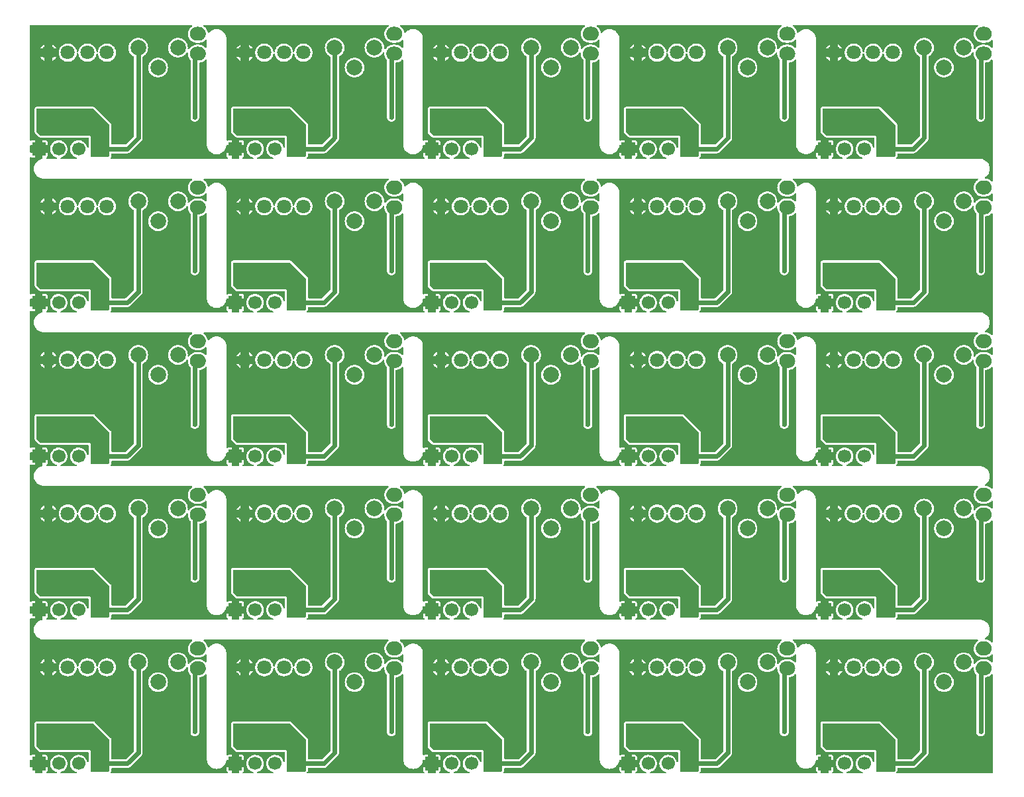
<source format=gbl>
G04 Layer: BottomLayer*
G04 EasyEDA v6.4.20.5, 2021-07-08T19:51:02+08:00*
G04 9fc62b59898d4f10b595c4665fefa585,e7bc534dc2744323a0f9b62094545a88,10*
G04 Gerber Generator version 0.2*
G04 Scale: 100 percent, Rotated: No, Reflected: No *
G04 Dimensions in millimeters *
G04 leading zeros omitted , absolute positions ,4 integer and 5 decimal *
%FSLAX45Y45*%
%MOMM*%

%ADD12C,0.6000*%
%ADD13C,0.6096*%
%ADD18C,1.8000*%
%ADD20C,1.7000*%
%ADD21C,2.0000*%

%LPD*%
G36*
X2171446Y7462316D02*
G01*
X2167534Y7463078D01*
X2164283Y7465314D01*
X2162048Y7468565D01*
X2161286Y7472476D01*
X2161286Y7511084D01*
X2122678Y7511084D01*
X2118766Y7511846D01*
X2115515Y7514081D01*
X2113280Y7517333D01*
X2112518Y7521752D01*
X2113280Y7525664D01*
X2115515Y7528915D01*
X2118766Y7531150D01*
X2122678Y7531912D01*
X2161286Y7531912D01*
X2161286Y7570520D01*
X2162048Y7574432D01*
X2164283Y7577683D01*
X2167534Y7579918D01*
X2171954Y7580680D01*
X2175865Y7579918D01*
X2179116Y7577683D01*
X2181352Y7574432D01*
X2182114Y7570520D01*
X2182114Y7531912D01*
X2220722Y7531912D01*
X2224633Y7531150D01*
X2227884Y7528915D01*
X2230120Y7525664D01*
X2230882Y7521244D01*
X2230120Y7517333D01*
X2227884Y7514081D01*
X2224633Y7511846D01*
X2220722Y7511084D01*
X2182114Y7511084D01*
X2182114Y7472476D01*
X2181352Y7468565D01*
X2179116Y7465314D01*
X2175865Y7463078D01*
G37*

%LPD*%
G36*
X4682845Y7462316D02*
G01*
X4678984Y7463078D01*
X4675682Y7465314D01*
X4673447Y7468565D01*
X4672685Y7472476D01*
X4672685Y7511084D01*
X4634077Y7511084D01*
X4630216Y7511846D01*
X4626914Y7514081D01*
X4624679Y7517333D01*
X4623917Y7521752D01*
X4624679Y7525613D01*
X4626914Y7528915D01*
X4630216Y7531150D01*
X4634077Y7531912D01*
X4672685Y7531912D01*
X4672685Y7570520D01*
X4673447Y7574381D01*
X4675682Y7577683D01*
X4678984Y7579918D01*
X4683353Y7580680D01*
X4687265Y7579918D01*
X4690567Y7577683D01*
X4692751Y7574381D01*
X4693513Y7570520D01*
X4693513Y7531912D01*
X4732121Y7531912D01*
X4736033Y7531150D01*
X4739335Y7528915D01*
X4741519Y7525613D01*
X4742281Y7521244D01*
X4741519Y7517333D01*
X4739335Y7514081D01*
X4736033Y7511846D01*
X4732121Y7511084D01*
X4693513Y7511084D01*
X4693513Y7472476D01*
X4692751Y7468565D01*
X4690567Y7465314D01*
X4687265Y7463078D01*
G37*

%LPD*%
G36*
X9705644Y7462316D02*
G01*
X9701784Y7463078D01*
X9698482Y7465263D01*
X9696297Y7468565D01*
X9695484Y7472476D01*
X9695484Y7511084D01*
X9656876Y7511084D01*
X9653016Y7511846D01*
X9649714Y7514031D01*
X9647529Y7517333D01*
X9646716Y7521752D01*
X9647529Y7525613D01*
X9649714Y7528915D01*
X9653016Y7531150D01*
X9656876Y7531912D01*
X9695484Y7531912D01*
X9695484Y7570520D01*
X9696297Y7574381D01*
X9698482Y7577683D01*
X9701784Y7579918D01*
X9706152Y7580680D01*
X9710064Y7579918D01*
X9713366Y7577683D01*
X9715550Y7574381D01*
X9716312Y7570520D01*
X9716312Y7531912D01*
X9754920Y7531912D01*
X9758832Y7531150D01*
X9762134Y7528915D01*
X9764318Y7525613D01*
X9765080Y7521244D01*
X9764318Y7517333D01*
X9762134Y7514031D01*
X9758832Y7511846D01*
X9754920Y7511084D01*
X9716312Y7511084D01*
X9716312Y7472476D01*
X9715550Y7468565D01*
X9713366Y7465263D01*
X9710064Y7463078D01*
G37*

%LPD*%
G36*
X12217044Y7462316D02*
G01*
X12213183Y7463078D01*
X12209881Y7465263D01*
X12207697Y7468565D01*
X12206884Y7472476D01*
X12206884Y7511084D01*
X12168276Y7511084D01*
X12164415Y7511846D01*
X12161113Y7514031D01*
X12158929Y7517333D01*
X12158116Y7521752D01*
X12158929Y7525613D01*
X12161113Y7528915D01*
X12164415Y7531150D01*
X12168276Y7531912D01*
X12206884Y7531912D01*
X12206884Y7570520D01*
X12207697Y7574381D01*
X12209881Y7577683D01*
X12213183Y7579918D01*
X12217552Y7580680D01*
X12221464Y7579918D01*
X12224766Y7577683D01*
X12226950Y7574381D01*
X12227712Y7570520D01*
X12227712Y7531912D01*
X12266320Y7531912D01*
X12270232Y7531150D01*
X12273534Y7528915D01*
X12275718Y7525613D01*
X12276480Y7521244D01*
X12275718Y7517333D01*
X12273534Y7514031D01*
X12270232Y7511846D01*
X12266320Y7511084D01*
X12227712Y7511084D01*
X12227712Y7472476D01*
X12226950Y7468565D01*
X12224766Y7465263D01*
X12221464Y7463078D01*
G37*

%LPD*%
G36*
X7194245Y7462316D02*
G01*
X7190384Y7463078D01*
X7187082Y7465263D01*
X7184847Y7468565D01*
X7184085Y7472476D01*
X7184085Y7511084D01*
X7145477Y7511084D01*
X7141616Y7511846D01*
X7138314Y7514031D01*
X7136079Y7517333D01*
X7135317Y7521752D01*
X7136079Y7525613D01*
X7138314Y7528915D01*
X7141616Y7531150D01*
X7145477Y7531912D01*
X7184085Y7531912D01*
X7184085Y7570520D01*
X7184847Y7574381D01*
X7187082Y7577683D01*
X7190384Y7579918D01*
X7194753Y7580680D01*
X7198664Y7579918D01*
X7201966Y7577683D01*
X7204151Y7574381D01*
X7204913Y7570520D01*
X7204913Y7531912D01*
X7243521Y7531912D01*
X7247432Y7531150D01*
X7250734Y7528915D01*
X7252919Y7525613D01*
X7253681Y7521244D01*
X7252919Y7517333D01*
X7250734Y7514031D01*
X7247432Y7511846D01*
X7243521Y7511084D01*
X7204913Y7511084D01*
X7204913Y7472476D01*
X7204151Y7468565D01*
X7201966Y7465263D01*
X7198664Y7463078D01*
G37*

%LPD*%
G36*
X2171446Y5497017D02*
G01*
X2167585Y5497779D01*
X2164283Y5500014D01*
X2162048Y5503265D01*
X2161286Y5507177D01*
X2161286Y5545785D01*
X2122678Y5545785D01*
X2118817Y5546547D01*
X2115515Y5548782D01*
X2113280Y5552033D01*
X2112518Y5556453D01*
X2113280Y5560364D01*
X2115515Y5563616D01*
X2118817Y5565851D01*
X2122678Y5566613D01*
X2161286Y5566613D01*
X2161286Y5605221D01*
X2162048Y5609132D01*
X2164283Y5612384D01*
X2167585Y5614619D01*
X2171954Y5615381D01*
X2175865Y5614619D01*
X2179167Y5612384D01*
X2181352Y5609132D01*
X2182114Y5605221D01*
X2182114Y5566613D01*
X2220722Y5566613D01*
X2224633Y5565851D01*
X2227935Y5563616D01*
X2230120Y5560364D01*
X2230882Y5555945D01*
X2230120Y5552033D01*
X2227935Y5548782D01*
X2224633Y5546547D01*
X2220722Y5545785D01*
X2182114Y5545785D01*
X2182114Y5507177D01*
X2181352Y5503265D01*
X2179167Y5500014D01*
X2175865Y5497779D01*
G37*

%LPD*%
G36*
X4682845Y5497017D02*
G01*
X4678984Y5497779D01*
X4675682Y5500014D01*
X4673447Y5503265D01*
X4672685Y5507177D01*
X4672685Y5545785D01*
X4634077Y5545785D01*
X4630216Y5546547D01*
X4626914Y5548782D01*
X4624679Y5552033D01*
X4623917Y5556453D01*
X4624679Y5560314D01*
X4626914Y5563616D01*
X4630216Y5565851D01*
X4634077Y5566613D01*
X4672685Y5566613D01*
X4672685Y5605221D01*
X4673447Y5609082D01*
X4675682Y5612384D01*
X4678984Y5614619D01*
X4683353Y5615381D01*
X4687265Y5614619D01*
X4690567Y5612384D01*
X4692751Y5609082D01*
X4693513Y5605221D01*
X4693513Y5566613D01*
X4732121Y5566613D01*
X4736033Y5565851D01*
X4739335Y5563616D01*
X4741519Y5560314D01*
X4742281Y5555945D01*
X4741519Y5552033D01*
X4739335Y5548782D01*
X4736033Y5546547D01*
X4732121Y5545785D01*
X4693513Y5545785D01*
X4693513Y5507177D01*
X4692751Y5503265D01*
X4690567Y5500014D01*
X4687265Y5497779D01*
G37*

%LPD*%
G36*
X9705695Y5497017D02*
G01*
X9701784Y5497779D01*
X9698482Y5499963D01*
X9696297Y5503265D01*
X9695535Y5507177D01*
X9695535Y5545785D01*
X9656927Y5545785D01*
X9653016Y5546547D01*
X9649714Y5548731D01*
X9647529Y5552033D01*
X9646767Y5556453D01*
X9647529Y5560314D01*
X9649714Y5563616D01*
X9653016Y5565851D01*
X9656927Y5566613D01*
X9695535Y5566613D01*
X9695535Y5605221D01*
X9696297Y5609082D01*
X9698482Y5612384D01*
X9701784Y5614619D01*
X9706203Y5615381D01*
X9710064Y5614619D01*
X9713366Y5612384D01*
X9715550Y5609082D01*
X9716363Y5605221D01*
X9716363Y5566613D01*
X9754971Y5566613D01*
X9758832Y5565851D01*
X9762134Y5563616D01*
X9764318Y5560314D01*
X9765131Y5555945D01*
X9764318Y5552033D01*
X9762134Y5548731D01*
X9758832Y5546547D01*
X9754971Y5545785D01*
X9716363Y5545785D01*
X9716363Y5507177D01*
X9715550Y5503265D01*
X9713366Y5499963D01*
X9710064Y5497779D01*
G37*

%LPD*%
G36*
X7194245Y5497017D02*
G01*
X7190384Y5497779D01*
X7187082Y5499963D01*
X7184898Y5503265D01*
X7184085Y5507177D01*
X7184085Y5545785D01*
X7145477Y5545785D01*
X7141616Y5546547D01*
X7138314Y5548731D01*
X7136130Y5552033D01*
X7135317Y5556453D01*
X7136130Y5560314D01*
X7138314Y5563616D01*
X7141616Y5565851D01*
X7145477Y5566613D01*
X7184085Y5566613D01*
X7184085Y5605221D01*
X7184898Y5609082D01*
X7187082Y5612384D01*
X7190384Y5614619D01*
X7194753Y5615381D01*
X7198664Y5614619D01*
X7201966Y5612384D01*
X7204151Y5609082D01*
X7204913Y5605221D01*
X7204913Y5566613D01*
X7243521Y5566613D01*
X7247432Y5565851D01*
X7250734Y5563616D01*
X7252919Y5560314D01*
X7253681Y5555945D01*
X7252919Y5552033D01*
X7250734Y5548731D01*
X7247432Y5546547D01*
X7243521Y5545785D01*
X7204913Y5545785D01*
X7204913Y5507177D01*
X7204151Y5503265D01*
X7201966Y5499963D01*
X7198664Y5497779D01*
G37*

%LPD*%
G36*
X12217095Y5497017D02*
G01*
X12213183Y5497779D01*
X12209881Y5499963D01*
X12207697Y5503265D01*
X12206935Y5507177D01*
X12206935Y5545785D01*
X12168327Y5545785D01*
X12164415Y5546547D01*
X12161113Y5548731D01*
X12158929Y5552033D01*
X12158167Y5556453D01*
X12158929Y5560314D01*
X12161113Y5563616D01*
X12164415Y5565851D01*
X12168327Y5566613D01*
X12206935Y5566613D01*
X12206935Y5605221D01*
X12207697Y5609082D01*
X12209881Y5612384D01*
X12213183Y5614619D01*
X12217603Y5615381D01*
X12221464Y5614619D01*
X12224766Y5612384D01*
X12226950Y5609082D01*
X12227763Y5605221D01*
X12227763Y5566613D01*
X12266371Y5566613D01*
X12270232Y5565851D01*
X12273534Y5563616D01*
X12275718Y5560314D01*
X12276531Y5555945D01*
X12275718Y5552033D01*
X12273534Y5548731D01*
X12270232Y5546547D01*
X12266371Y5545785D01*
X12227763Y5545785D01*
X12227763Y5507177D01*
X12226950Y5503265D01*
X12224766Y5499963D01*
X12221464Y5497779D01*
G37*

%LPD*%
G36*
X2171446Y3531717D02*
G01*
X2167585Y3532479D01*
X2164283Y3534714D01*
X2162098Y3537965D01*
X2161286Y3541877D01*
X2161286Y3580485D01*
X2122678Y3580485D01*
X2118817Y3581247D01*
X2115515Y3583482D01*
X2113330Y3586734D01*
X2112518Y3591153D01*
X2113330Y3595065D01*
X2115515Y3598316D01*
X2118817Y3600551D01*
X2122678Y3601313D01*
X2161286Y3601313D01*
X2161286Y3639921D01*
X2162098Y3643833D01*
X2164283Y3647084D01*
X2167585Y3649319D01*
X2171954Y3650081D01*
X2175865Y3649319D01*
X2179167Y3647084D01*
X2181352Y3643833D01*
X2182114Y3639921D01*
X2182114Y3601313D01*
X2220722Y3601313D01*
X2224633Y3600551D01*
X2227935Y3598316D01*
X2230120Y3595065D01*
X2230882Y3590645D01*
X2230120Y3586734D01*
X2227935Y3583482D01*
X2224633Y3581247D01*
X2220722Y3580485D01*
X2182114Y3580485D01*
X2182114Y3541877D01*
X2181352Y3537965D01*
X2179167Y3534714D01*
X2175865Y3532479D01*
G37*

%LPD*%
G36*
X4682896Y3531717D02*
G01*
X4678984Y3532479D01*
X4675682Y3534714D01*
X4673498Y3537965D01*
X4672736Y3541877D01*
X4672736Y3580485D01*
X4634128Y3580485D01*
X4630216Y3581247D01*
X4626914Y3583482D01*
X4624730Y3586734D01*
X4623968Y3591153D01*
X4624730Y3595014D01*
X4626914Y3598316D01*
X4630216Y3600551D01*
X4634128Y3601313D01*
X4672736Y3601313D01*
X4672736Y3639921D01*
X4673498Y3643782D01*
X4675682Y3647084D01*
X4678984Y3649319D01*
X4683404Y3650081D01*
X4687265Y3649319D01*
X4690567Y3647084D01*
X4692751Y3643782D01*
X4693564Y3639921D01*
X4693564Y3601313D01*
X4732172Y3601313D01*
X4736033Y3600551D01*
X4739335Y3598316D01*
X4741519Y3595014D01*
X4742332Y3590645D01*
X4741519Y3586734D01*
X4739335Y3583482D01*
X4736033Y3581247D01*
X4732172Y3580485D01*
X4693564Y3580485D01*
X4693564Y3541877D01*
X4692751Y3537965D01*
X4690567Y3534714D01*
X4687265Y3532479D01*
G37*

%LPD*%
G36*
X9705695Y3531717D02*
G01*
X9701784Y3532479D01*
X9698482Y3534664D01*
X9696297Y3537965D01*
X9695535Y3541877D01*
X9695535Y3580485D01*
X9656927Y3580485D01*
X9653016Y3581247D01*
X9649714Y3583432D01*
X9647529Y3586734D01*
X9646767Y3591153D01*
X9647529Y3595014D01*
X9649714Y3598316D01*
X9653016Y3600551D01*
X9656927Y3601313D01*
X9695535Y3601313D01*
X9695535Y3639921D01*
X9696297Y3643782D01*
X9698482Y3647084D01*
X9701784Y3649319D01*
X9706203Y3650081D01*
X9710064Y3649319D01*
X9713366Y3647084D01*
X9715550Y3643782D01*
X9716363Y3639921D01*
X9716363Y3601313D01*
X9754971Y3601313D01*
X9758832Y3600551D01*
X9762134Y3598316D01*
X9764318Y3595014D01*
X9765131Y3590645D01*
X9764318Y3586734D01*
X9762134Y3583432D01*
X9758832Y3581247D01*
X9754971Y3580485D01*
X9716363Y3580485D01*
X9716363Y3541877D01*
X9715550Y3537965D01*
X9713366Y3534664D01*
X9710064Y3532479D01*
G37*

%LPD*%
G36*
X12217095Y3531717D02*
G01*
X12213183Y3532479D01*
X12209881Y3534664D01*
X12207697Y3537965D01*
X12206935Y3541877D01*
X12206935Y3580485D01*
X12168327Y3580485D01*
X12164415Y3581247D01*
X12161113Y3583432D01*
X12158929Y3586734D01*
X12158167Y3591153D01*
X12158929Y3595014D01*
X12161113Y3598316D01*
X12164415Y3600551D01*
X12168327Y3601313D01*
X12206935Y3601313D01*
X12206935Y3639921D01*
X12207697Y3643782D01*
X12209881Y3647084D01*
X12213183Y3649319D01*
X12217603Y3650081D01*
X12221464Y3649319D01*
X12224766Y3647084D01*
X12226950Y3643782D01*
X12227763Y3639921D01*
X12227763Y3601313D01*
X12266371Y3601313D01*
X12270232Y3600551D01*
X12273534Y3598316D01*
X12275718Y3595014D01*
X12276531Y3590645D01*
X12275718Y3586734D01*
X12273534Y3583432D01*
X12270232Y3581247D01*
X12266371Y3580485D01*
X12227763Y3580485D01*
X12227763Y3541877D01*
X12226950Y3537965D01*
X12224766Y3534664D01*
X12221464Y3532479D01*
G37*

%LPD*%
G36*
X7194296Y3531717D02*
G01*
X7190384Y3532479D01*
X7187082Y3534664D01*
X7184898Y3537965D01*
X7184136Y3541877D01*
X7184136Y3580485D01*
X7145528Y3580485D01*
X7141616Y3581247D01*
X7138314Y3583432D01*
X7136130Y3586734D01*
X7135368Y3591153D01*
X7136130Y3595014D01*
X7138314Y3598316D01*
X7141616Y3600551D01*
X7145528Y3601313D01*
X7184136Y3601313D01*
X7184136Y3639921D01*
X7184898Y3643782D01*
X7187082Y3647084D01*
X7190384Y3649319D01*
X7194803Y3650081D01*
X7198664Y3649319D01*
X7201966Y3647084D01*
X7204151Y3643782D01*
X7204964Y3639921D01*
X7204964Y3601313D01*
X7243572Y3601313D01*
X7247432Y3600551D01*
X7250734Y3598316D01*
X7252919Y3595014D01*
X7253731Y3590645D01*
X7252919Y3586734D01*
X7250734Y3583432D01*
X7247432Y3581247D01*
X7243572Y3580485D01*
X7204964Y3580485D01*
X7204964Y3541877D01*
X7204151Y3537965D01*
X7201966Y3534664D01*
X7198664Y3532479D01*
G37*

%LPD*%
G36*
X2171446Y1566418D02*
G01*
X2167585Y1567180D01*
X2164283Y1569415D01*
X2162098Y1572666D01*
X2161286Y1576578D01*
X2161286Y1615186D01*
X2122678Y1615186D01*
X2118817Y1615948D01*
X2115515Y1618183D01*
X2113330Y1621434D01*
X2112518Y1625854D01*
X2113330Y1629765D01*
X2115515Y1633016D01*
X2118817Y1635251D01*
X2122678Y1636014D01*
X2161286Y1636014D01*
X2161286Y1674622D01*
X2162098Y1678533D01*
X2164283Y1681784D01*
X2167585Y1684020D01*
X2171954Y1684782D01*
X2175865Y1684020D01*
X2179167Y1681784D01*
X2181352Y1678533D01*
X2182114Y1674622D01*
X2182114Y1636014D01*
X2220722Y1636014D01*
X2224633Y1635251D01*
X2227935Y1633016D01*
X2230120Y1629765D01*
X2230882Y1625346D01*
X2230120Y1621434D01*
X2227935Y1618183D01*
X2224633Y1615948D01*
X2220722Y1615186D01*
X2182114Y1615186D01*
X2182114Y1576578D01*
X2181352Y1572666D01*
X2179167Y1569415D01*
X2175865Y1567180D01*
G37*

%LPD*%
G36*
X4682896Y1566418D02*
G01*
X4678984Y1567180D01*
X4675682Y1569415D01*
X4673498Y1572666D01*
X4672736Y1576578D01*
X4672736Y1615186D01*
X4634128Y1615186D01*
X4630216Y1615948D01*
X4626914Y1618183D01*
X4624730Y1621434D01*
X4623968Y1625854D01*
X4624730Y1629714D01*
X4626914Y1633016D01*
X4630216Y1635251D01*
X4634128Y1636014D01*
X4672736Y1636014D01*
X4672736Y1674622D01*
X4673498Y1678482D01*
X4675682Y1681784D01*
X4678984Y1684020D01*
X4683404Y1684782D01*
X4687265Y1684020D01*
X4690567Y1681784D01*
X4692751Y1678482D01*
X4693564Y1674622D01*
X4693564Y1636014D01*
X4732172Y1636014D01*
X4736033Y1635251D01*
X4739335Y1633016D01*
X4741519Y1629714D01*
X4742332Y1625346D01*
X4741519Y1621434D01*
X4739335Y1618183D01*
X4736033Y1615948D01*
X4732172Y1615186D01*
X4693564Y1615186D01*
X4693564Y1576578D01*
X4692751Y1572666D01*
X4690567Y1569415D01*
X4687265Y1567180D01*
G37*

%LPD*%
G36*
X9705695Y1566418D02*
G01*
X9701784Y1567180D01*
X9698482Y1569364D01*
X9696297Y1572666D01*
X9695535Y1576578D01*
X9695535Y1615186D01*
X9656927Y1615186D01*
X9653016Y1615948D01*
X9649714Y1618132D01*
X9647529Y1621434D01*
X9646767Y1625854D01*
X9647529Y1629714D01*
X9649714Y1633016D01*
X9653016Y1635251D01*
X9656927Y1636014D01*
X9695535Y1636014D01*
X9695535Y1674622D01*
X9696297Y1678482D01*
X9698482Y1681784D01*
X9701784Y1684020D01*
X9706203Y1684782D01*
X9710064Y1684020D01*
X9713366Y1681784D01*
X9715550Y1678482D01*
X9716363Y1674622D01*
X9716363Y1636014D01*
X9754971Y1636014D01*
X9758832Y1635251D01*
X9762134Y1633016D01*
X9764318Y1629714D01*
X9765131Y1625346D01*
X9764318Y1621434D01*
X9762134Y1618132D01*
X9758832Y1615948D01*
X9754971Y1615186D01*
X9716363Y1615186D01*
X9716363Y1576578D01*
X9715550Y1572666D01*
X9713366Y1569364D01*
X9710064Y1567180D01*
G37*

%LPD*%
G36*
X12217095Y1566418D02*
G01*
X12213183Y1567180D01*
X12209881Y1569364D01*
X12207697Y1572666D01*
X12206935Y1576578D01*
X12206935Y1615186D01*
X12168327Y1615186D01*
X12164415Y1615948D01*
X12161113Y1618132D01*
X12158929Y1621434D01*
X12158167Y1625854D01*
X12158929Y1629714D01*
X12161113Y1633016D01*
X12164415Y1635251D01*
X12168327Y1636014D01*
X12206935Y1636014D01*
X12206935Y1674622D01*
X12207697Y1678482D01*
X12209881Y1681784D01*
X12213183Y1684020D01*
X12217603Y1684782D01*
X12221464Y1684020D01*
X12224766Y1681784D01*
X12227001Y1678482D01*
X12227763Y1674622D01*
X12227763Y1636014D01*
X12266371Y1636014D01*
X12270232Y1635251D01*
X12273534Y1633016D01*
X12275769Y1629714D01*
X12276531Y1625346D01*
X12275769Y1621434D01*
X12273534Y1618132D01*
X12270232Y1615948D01*
X12266371Y1615186D01*
X12227763Y1615186D01*
X12227763Y1576578D01*
X12227001Y1572666D01*
X12224766Y1569364D01*
X12221464Y1567180D01*
G37*

%LPD*%
G36*
X7194296Y1566418D02*
G01*
X7190384Y1567180D01*
X7187082Y1569364D01*
X7184898Y1572666D01*
X7184136Y1576578D01*
X7184136Y1615186D01*
X7145528Y1615186D01*
X7141616Y1615948D01*
X7138314Y1618132D01*
X7136130Y1621434D01*
X7135368Y1625854D01*
X7136130Y1629714D01*
X7138314Y1633016D01*
X7141616Y1635251D01*
X7145528Y1636014D01*
X7184136Y1636014D01*
X7184136Y1674622D01*
X7184898Y1678482D01*
X7187082Y1681784D01*
X7190384Y1684020D01*
X7194803Y1684782D01*
X7198664Y1684020D01*
X7201966Y1681784D01*
X7204151Y1678482D01*
X7204964Y1674622D01*
X7204964Y1636014D01*
X7243572Y1636014D01*
X7247432Y1635251D01*
X7250734Y1633016D01*
X7252919Y1629714D01*
X7253731Y1625346D01*
X7252919Y1621434D01*
X7250734Y1618132D01*
X7247432Y1615948D01*
X7243572Y1615186D01*
X7204964Y1615186D01*
X7204964Y1576578D01*
X7204151Y1572666D01*
X7201966Y1569364D01*
X7198664Y1567180D01*
G37*

%LPD*%
G36*
X2171446Y-398881D02*
G01*
X2167585Y-398119D01*
X2164283Y-395935D01*
X2162098Y-392633D01*
X2161286Y-388721D01*
X2161286Y-350113D01*
X2122678Y-350113D01*
X2118817Y-349351D01*
X2115515Y-347167D01*
X2113330Y-343865D01*
X2112518Y-339445D01*
X2113330Y-335584D01*
X2115515Y-332282D01*
X2118817Y-330047D01*
X2122678Y-329285D01*
X2161286Y-329285D01*
X2161286Y-290677D01*
X2162098Y-286816D01*
X2164283Y-283514D01*
X2167585Y-281279D01*
X2171954Y-280517D01*
X2175865Y-281279D01*
X2179167Y-283514D01*
X2181352Y-286816D01*
X2182114Y-290677D01*
X2182114Y-329285D01*
X2220722Y-329285D01*
X2224633Y-330047D01*
X2227935Y-332282D01*
X2230120Y-335584D01*
X2230882Y-339953D01*
X2230120Y-343865D01*
X2227935Y-347167D01*
X2224633Y-349351D01*
X2220722Y-350113D01*
X2182114Y-350113D01*
X2182114Y-388721D01*
X2181352Y-392633D01*
X2179167Y-395935D01*
X2175865Y-398119D01*
G37*

%LPD*%
G36*
X4682896Y-398881D02*
G01*
X4678984Y-398119D01*
X4675682Y-395935D01*
X4673498Y-392633D01*
X4672736Y-388721D01*
X4672736Y-350113D01*
X4634128Y-350113D01*
X4630216Y-349351D01*
X4626914Y-347167D01*
X4624730Y-343865D01*
X4623968Y-339445D01*
X4624730Y-335584D01*
X4626914Y-332282D01*
X4630216Y-330047D01*
X4634128Y-329285D01*
X4672736Y-329285D01*
X4672736Y-290677D01*
X4673498Y-286816D01*
X4675682Y-283514D01*
X4678984Y-281279D01*
X4683404Y-280517D01*
X4687265Y-281279D01*
X4690567Y-283514D01*
X4692751Y-286816D01*
X4693564Y-290677D01*
X4693564Y-329285D01*
X4732172Y-329285D01*
X4736033Y-330047D01*
X4739335Y-332282D01*
X4741519Y-335584D01*
X4742332Y-339953D01*
X4741519Y-343865D01*
X4739335Y-347167D01*
X4736033Y-349351D01*
X4732172Y-350113D01*
X4693564Y-350113D01*
X4693564Y-388721D01*
X4692751Y-392633D01*
X4690567Y-395935D01*
X4687265Y-398119D01*
G37*

%LPD*%
G36*
X9705695Y-398881D02*
G01*
X9701784Y-398119D01*
X9698482Y-395935D01*
X9696297Y-392633D01*
X9695535Y-388721D01*
X9695535Y-350113D01*
X9656927Y-350113D01*
X9653016Y-349351D01*
X9649714Y-347167D01*
X9647529Y-343865D01*
X9646767Y-339445D01*
X9647529Y-335584D01*
X9649714Y-332282D01*
X9653016Y-330047D01*
X9656927Y-329285D01*
X9695535Y-329285D01*
X9695535Y-290677D01*
X9696297Y-286816D01*
X9698482Y-283514D01*
X9701784Y-281279D01*
X9706203Y-280517D01*
X9710064Y-281279D01*
X9713366Y-283514D01*
X9715601Y-286816D01*
X9716363Y-290677D01*
X9716363Y-329285D01*
X9754971Y-329285D01*
X9758832Y-330047D01*
X9762134Y-332282D01*
X9764369Y-335584D01*
X9765131Y-339953D01*
X9764369Y-343865D01*
X9762134Y-347167D01*
X9758832Y-349351D01*
X9754971Y-350113D01*
X9716363Y-350113D01*
X9716363Y-388721D01*
X9715601Y-392633D01*
X9713366Y-395935D01*
X9710064Y-398119D01*
G37*

%LPD*%
G36*
X12217095Y-398881D02*
G01*
X12213183Y-398119D01*
X12209881Y-395935D01*
X12207697Y-392633D01*
X12206935Y-388721D01*
X12206935Y-350113D01*
X12168327Y-350113D01*
X12164415Y-349351D01*
X12161113Y-347167D01*
X12158929Y-343865D01*
X12158167Y-339445D01*
X12158929Y-335584D01*
X12161113Y-332282D01*
X12164415Y-330098D01*
X12168327Y-329285D01*
X12206935Y-329285D01*
X12206935Y-290677D01*
X12207697Y-286816D01*
X12209881Y-283514D01*
X12213183Y-281330D01*
X12217603Y-280517D01*
X12221464Y-281330D01*
X12224766Y-283514D01*
X12227001Y-286816D01*
X12227763Y-290677D01*
X12227763Y-329285D01*
X12266371Y-329285D01*
X12270232Y-330098D01*
X12273534Y-332282D01*
X12275769Y-335584D01*
X12276531Y-339953D01*
X12275769Y-343865D01*
X12273534Y-347167D01*
X12270232Y-349351D01*
X12266371Y-350113D01*
X12227763Y-350113D01*
X12227763Y-388721D01*
X12227001Y-392633D01*
X12224766Y-395935D01*
X12221464Y-398119D01*
G37*

%LPD*%
G36*
X7194296Y-398881D02*
G01*
X7190384Y-398119D01*
X7187082Y-395935D01*
X7184898Y-392633D01*
X7184136Y-388721D01*
X7184136Y-350113D01*
X7145528Y-350113D01*
X7141616Y-349351D01*
X7138314Y-347167D01*
X7136130Y-343865D01*
X7135368Y-339445D01*
X7136130Y-335584D01*
X7138314Y-332282D01*
X7141616Y-330098D01*
X7145528Y-329285D01*
X7184136Y-329285D01*
X7184136Y-290677D01*
X7184898Y-286816D01*
X7187082Y-283514D01*
X7190384Y-281330D01*
X7194803Y-280517D01*
X7198664Y-281330D01*
X7201966Y-283514D01*
X7204151Y-286816D01*
X7204964Y-290677D01*
X7204964Y-329285D01*
X7243572Y-329285D01*
X7247432Y-330098D01*
X7250734Y-332282D01*
X7252919Y-335584D01*
X7253731Y-339953D01*
X7252919Y-343865D01*
X7250734Y-347167D01*
X7247432Y-349351D01*
X7243572Y-350113D01*
X7204964Y-350113D01*
X7204964Y-388721D01*
X7204151Y-392633D01*
X7201966Y-395935D01*
X7198664Y-398119D01*
G37*

%LPD*%
G36*
X101041Y-1939493D02*
G01*
X97129Y-1938731D01*
X93827Y-1936496D01*
X91643Y-1933244D01*
X90881Y-1929333D01*
X90881Y-1861769D01*
X36068Y-1861769D01*
X32207Y-1860956D01*
X28905Y-1858772D01*
X26720Y-1855470D01*
X25908Y-1851609D01*
X25908Y-1774189D01*
X26720Y-1770329D01*
X28905Y-1767027D01*
X32207Y-1764842D01*
X36068Y-1764030D01*
X90881Y-1764030D01*
X90881Y-1702003D01*
X55270Y-1702003D01*
X48971Y-1702714D01*
X43484Y-1704593D01*
X41503Y-1705864D01*
X37439Y-1707337D01*
X33172Y-1707032D01*
X29413Y-1704949D01*
X26822Y-1701495D01*
X25908Y-1697278D01*
X25908Y36779D01*
X26822Y40995D01*
X29362Y44450D01*
X33121Y46532D01*
X37439Y46837D01*
X41452Y45415D01*
X43484Y44094D01*
X48971Y42214D01*
X55270Y41503D01*
X90881Y41503D01*
X90881Y103530D01*
X36068Y103530D01*
X32156Y104343D01*
X28905Y106527D01*
X26670Y109829D01*
X25908Y113690D01*
X25908Y191109D01*
X26670Y194970D01*
X28905Y198272D01*
X32156Y200456D01*
X36068Y201269D01*
X90881Y201269D01*
X90881Y263296D01*
X55270Y263296D01*
X48971Y262585D01*
X43484Y260705D01*
X41452Y259384D01*
X37439Y257962D01*
X33121Y258267D01*
X29362Y260350D01*
X26822Y263804D01*
X25908Y268020D01*
X25908Y2002078D01*
X26822Y2006295D01*
X29362Y2009749D01*
X33121Y2011832D01*
X37439Y2012137D01*
X41452Y2010714D01*
X43484Y2009393D01*
X48971Y2007514D01*
X55270Y2006803D01*
X90881Y2006803D01*
X90881Y2068830D01*
X36068Y2068830D01*
X32156Y2069642D01*
X28905Y2071827D01*
X26670Y2075129D01*
X25908Y2078989D01*
X25908Y2156409D01*
X26670Y2160270D01*
X28905Y2163572D01*
X32156Y2165756D01*
X36068Y2166569D01*
X90881Y2166569D01*
X90881Y2228596D01*
X55270Y2228596D01*
X48971Y2227884D01*
X43484Y2226005D01*
X41452Y2224684D01*
X37439Y2223262D01*
X33121Y2223566D01*
X29362Y2225649D01*
X26822Y2229104D01*
X25908Y2233320D01*
X25908Y3967378D01*
X26822Y3971594D01*
X29362Y3975049D01*
X33121Y3977132D01*
X37439Y3977436D01*
X41452Y3975963D01*
X43484Y3974693D01*
X48971Y3972814D01*
X55270Y3972102D01*
X90830Y3972102D01*
X90830Y4034129D01*
X36068Y4034129D01*
X32156Y4034942D01*
X28905Y4037126D01*
X26670Y4040428D01*
X25908Y4044289D01*
X25908Y4121708D01*
X26670Y4125569D01*
X28905Y4128871D01*
X32156Y4131056D01*
X36068Y4131868D01*
X90830Y4131868D01*
X90830Y4193895D01*
X55270Y4193895D01*
X48971Y4193184D01*
X43484Y4191304D01*
X41452Y4190034D01*
X37439Y4188561D01*
X33121Y4188866D01*
X29362Y4190949D01*
X26822Y4194403D01*
X25908Y4198620D01*
X25908Y5932678D01*
X26822Y5936894D01*
X29362Y5940348D01*
X33121Y5942431D01*
X37439Y5942736D01*
X41452Y5941263D01*
X43484Y5939993D01*
X48971Y5938113D01*
X55270Y5937402D01*
X90830Y5937402D01*
X90830Y5999429D01*
X36068Y5999429D01*
X32156Y6000242D01*
X28905Y6002426D01*
X26670Y6005728D01*
X25908Y6009589D01*
X25908Y6087008D01*
X26670Y6090869D01*
X28905Y6094171D01*
X32156Y6096355D01*
X36068Y6097168D01*
X90830Y6097168D01*
X90830Y6159195D01*
X55270Y6159195D01*
X48971Y6158484D01*
X43484Y6156604D01*
X41452Y6155334D01*
X37439Y6153861D01*
X33121Y6154166D01*
X29362Y6156248D01*
X26822Y6159703D01*
X25908Y6163919D01*
X25908Y7625130D01*
X26670Y7629042D01*
X28905Y7632293D01*
X32156Y7634528D01*
X36068Y7635290D01*
X2089150Y7635290D01*
X2093264Y7634427D01*
X2096668Y7631938D01*
X2098802Y7628331D01*
X2099310Y7624165D01*
X2098040Y7620152D01*
X2095246Y7617002D01*
X2085949Y7610043D01*
X2078634Y7603490D01*
X2071928Y7596327D01*
X2065832Y7588605D01*
X2060448Y7580375D01*
X2055774Y7571689D01*
X2051862Y7562748D01*
X2048713Y7553401D01*
X2046376Y7543800D01*
X2044903Y7534148D01*
X2044242Y7524292D01*
X2044395Y7514488D01*
X2045462Y7504684D01*
X2047290Y7495031D01*
X2049983Y7485583D01*
X2053437Y7476388D01*
X2057704Y7467498D01*
X2062683Y7459065D01*
X2068423Y7450988D01*
X2074722Y7443520D01*
X2081733Y7436612D01*
X2089251Y7430312D01*
X2097328Y7424674D01*
X2105812Y7419746D01*
X2114753Y7415580D01*
X2123998Y7412177D01*
X2133447Y7409586D01*
X2143150Y7407808D01*
X2153005Y7406843D01*
X2159101Y7406690D01*
X2188108Y7406741D01*
X2197963Y7407503D01*
X2207666Y7409078D01*
X2217166Y7411466D01*
X2226513Y7414717D01*
X2235504Y7418679D01*
X2244090Y7423454D01*
X2252218Y7428890D01*
X2259888Y7435037D01*
X2268270Y7443114D01*
X2271572Y7445248D01*
X2275433Y7445959D01*
X2279294Y7445146D01*
X2282545Y7442911D01*
X2284730Y7439659D01*
X2285492Y7435799D01*
X2285492Y7353147D01*
X2284679Y7349134D01*
X2282393Y7345832D01*
X2278938Y7343648D01*
X2274925Y7342987D01*
X2270963Y7343952D01*
X2267051Y7347153D01*
X2259939Y7353960D01*
X2252218Y7360107D01*
X2244090Y7365542D01*
X2235504Y7370318D01*
X2226513Y7374280D01*
X2217166Y7377531D01*
X2207666Y7379919D01*
X2197963Y7381494D01*
X2188108Y7382256D01*
X2159203Y7382306D01*
X2149652Y7381900D01*
X2139848Y7380681D01*
X2130298Y7378649D01*
X2120900Y7375804D01*
X2111756Y7372096D01*
X2102967Y7367676D01*
X2094585Y7362545D01*
X2086660Y7356652D01*
X2079345Y7350150D01*
X2072538Y7343038D01*
X2066391Y7335316D01*
X2061616Y7328204D01*
X2058466Y7325156D01*
X2054301Y7323734D01*
X2049932Y7324191D01*
X2046173Y7326477D01*
X2043734Y7330135D01*
X2043023Y7334453D01*
X2043582Y7343698D01*
X2042668Y7358888D01*
X2039924Y7373823D01*
X2035403Y7388352D01*
X2029155Y7402220D01*
X2021281Y7415225D01*
X2011934Y7427163D01*
X2001164Y7437932D01*
X1989226Y7447280D01*
X1976221Y7455153D01*
X1962353Y7461402D01*
X1947824Y7465923D01*
X1932889Y7468666D01*
X1917700Y7469581D01*
X1902510Y7468666D01*
X1887575Y7465923D01*
X1873046Y7461402D01*
X1859178Y7455153D01*
X1846173Y7447280D01*
X1834235Y7437932D01*
X1823466Y7427163D01*
X1814118Y7415225D01*
X1806244Y7402220D01*
X1799996Y7388352D01*
X1795475Y7373823D01*
X1792732Y7358888D01*
X1791817Y7343698D01*
X1792732Y7328509D01*
X1795475Y7313574D01*
X1799996Y7299045D01*
X1806244Y7285177D01*
X1814118Y7272172D01*
X1823466Y7260234D01*
X1834235Y7249464D01*
X1846173Y7240117D01*
X1859178Y7232243D01*
X1873046Y7225995D01*
X1887575Y7221474D01*
X1902510Y7218730D01*
X1917700Y7217816D01*
X1932889Y7218730D01*
X1947824Y7221474D01*
X1962353Y7225995D01*
X1976221Y7232243D01*
X1989226Y7240117D01*
X2001164Y7249464D01*
X2011934Y7260234D01*
X2021281Y7272172D01*
X2025599Y7279284D01*
X2028698Y7282484D01*
X2032914Y7284059D01*
X2037384Y7283703D01*
X2041245Y7281418D01*
X2043734Y7277709D01*
X2044395Y7273239D01*
X2044242Y7271258D01*
X2044344Y7261402D01*
X2045309Y7251649D01*
X2047087Y7241946D01*
X2049678Y7232497D01*
X2053082Y7223252D01*
X2057247Y7214311D01*
X2062175Y7205827D01*
X2067814Y7197801D01*
X2075281Y7188911D01*
X2077059Y7185863D01*
X2077669Y7182358D01*
X2077669Y6460185D01*
X2077262Y6454698D01*
X2078126Y6444894D01*
X2080666Y6435445D01*
X2084781Y6426504D01*
X2090420Y6418478D01*
X2097379Y6411518D01*
X2105406Y6405880D01*
X2114346Y6401765D01*
X2123795Y6399225D01*
X2133600Y6398361D01*
X2143404Y6399225D01*
X2152853Y6401765D01*
X2161794Y6405880D01*
X2169820Y6411518D01*
X2176780Y6418478D01*
X2182418Y6426504D01*
X2186533Y6435445D01*
X2189073Y6444894D01*
X2189937Y6454698D01*
X2189530Y6460185D01*
X2189530Y7143496D01*
X2190140Y7147001D01*
X2191918Y7150049D01*
X2194712Y7152335D01*
X2198065Y7153503D01*
X2206701Y7154875D01*
X2216302Y7157212D01*
X2225649Y7160361D01*
X2234590Y7164273D01*
X2243277Y7168946D01*
X2251456Y7174331D01*
X2259228Y7180427D01*
X2266391Y7187133D01*
X2267762Y7188708D01*
X2271014Y7191095D01*
X2274976Y7192060D01*
X2278989Y7191400D01*
X2282393Y7189216D01*
X2284679Y7185863D01*
X2285492Y7181900D01*
X2285492Y6106515D01*
X2286406Y6091021D01*
X2289149Y6076086D01*
X2293670Y6061557D01*
X2299919Y6047689D01*
X2307793Y6034684D01*
X2317191Y6022695D01*
X2327910Y6011976D01*
X2339898Y6002578D01*
X2352903Y5994755D01*
X2366772Y5988507D01*
X2381250Y5983986D01*
X2396236Y5981242D01*
X2411425Y5980328D01*
X2426563Y5981242D01*
X2441549Y5983986D01*
X2456027Y5988507D01*
X2469896Y5994755D01*
X2482900Y6002578D01*
X2494889Y6011976D01*
X2505608Y6022695D01*
X2515006Y6034684D01*
X2522880Y6047689D01*
X2529128Y6061557D01*
X2533650Y6076086D01*
X2535986Y6088837D01*
X2537206Y6092088D01*
X2539441Y6094780D01*
X2542489Y6096558D01*
X2545943Y6097168D01*
X2602230Y6097168D01*
X2602230Y6159195D01*
X2566670Y6159195D01*
X2560370Y6158484D01*
X2554884Y6156604D01*
X2552852Y6155334D01*
X2548839Y6153861D01*
X2544521Y6154166D01*
X2540762Y6156248D01*
X2538222Y6159703D01*
X2537307Y6163919D01*
X2537307Y7455916D01*
X2536393Y7471359D01*
X2533650Y7486345D01*
X2529128Y7500823D01*
X2522880Y7514691D01*
X2515006Y7527696D01*
X2505608Y7539685D01*
X2494889Y7550403D01*
X2482900Y7559802D01*
X2469896Y7567675D01*
X2456027Y7573924D01*
X2441549Y7578445D01*
X2426563Y7581188D01*
X2411425Y7582103D01*
X2396236Y7581188D01*
X2381250Y7578445D01*
X2366772Y7573924D01*
X2352903Y7567675D01*
X2339898Y7559802D01*
X2327910Y7550403D01*
X2317191Y7539685D01*
X2315362Y7537399D01*
X2312517Y7534909D01*
X2308961Y7533640D01*
X2305151Y7533741D01*
X2301646Y7535265D01*
X2298954Y7537958D01*
X2297480Y7541463D01*
X2295296Y7551115D01*
X2292350Y7560564D01*
X2288641Y7569606D01*
X2284120Y7578344D01*
X2278888Y7586675D01*
X2272944Y7594549D01*
X2266391Y7601864D01*
X2259228Y7608570D01*
X2251354Y7614767D01*
X2248408Y7616799D01*
X2245512Y7619898D01*
X2244140Y7623911D01*
X2244547Y7628178D01*
X2246630Y7631887D01*
X2250084Y7634376D01*
X2254250Y7635290D01*
X4600600Y7635290D01*
X4604715Y7634427D01*
X4608118Y7631938D01*
X4610201Y7628331D01*
X4610709Y7624165D01*
X4609439Y7620152D01*
X4606645Y7617002D01*
X4597349Y7610043D01*
X4590084Y7603490D01*
X4583379Y7596327D01*
X4577334Y7588707D01*
X4571847Y7580375D01*
X4567174Y7571638D01*
X4563211Y7562596D01*
X4560112Y7553299D01*
X4557826Y7543850D01*
X4556302Y7534097D01*
X4555642Y7524242D01*
X4555845Y7514437D01*
X4556861Y7504684D01*
X4558741Y7494981D01*
X4561382Y7485532D01*
X4564888Y7476337D01*
X4569053Y7467600D01*
X4574032Y7459116D01*
X4579772Y7451039D01*
X4586173Y7443520D01*
X4593183Y7436561D01*
X4600702Y7430262D01*
X4608677Y7424724D01*
X4617262Y7419746D01*
X4626102Y7415580D01*
X4635398Y7412177D01*
X4644898Y7409586D01*
X4654550Y7407808D01*
X4664456Y7406843D01*
X4670552Y7406690D01*
X4699457Y7406741D01*
X4709363Y7407503D01*
X4719015Y7409078D01*
X4728514Y7411466D01*
X4737963Y7414717D01*
X4746853Y7418679D01*
X4755540Y7423454D01*
X4763617Y7428890D01*
X4771288Y7434986D01*
X4779670Y7443114D01*
X4783023Y7445248D01*
X4786884Y7445959D01*
X4790694Y7445146D01*
X4793996Y7442911D01*
X4796129Y7439659D01*
X4796891Y7435799D01*
X4796891Y7353147D01*
X4796078Y7349134D01*
X4793792Y7345832D01*
X4790338Y7343648D01*
X4786325Y7342987D01*
X4782362Y7343952D01*
X4778451Y7347153D01*
X4771339Y7353960D01*
X4763617Y7360107D01*
X4755540Y7365542D01*
X4746955Y7370267D01*
X4737912Y7374280D01*
X4728565Y7377531D01*
X4719066Y7379919D01*
X4709363Y7381494D01*
X4699508Y7382256D01*
X4670602Y7382306D01*
X4661154Y7381900D01*
X4651248Y7380681D01*
X4641697Y7378649D01*
X4632248Y7375753D01*
X4623257Y7372146D01*
X4614468Y7367727D01*
X4606036Y7362545D01*
X4598060Y7356602D01*
X4590796Y7350201D01*
X4583938Y7343038D01*
X4577791Y7335316D01*
X4573016Y7328153D01*
X4569866Y7325156D01*
X4565700Y7323734D01*
X4561332Y7324191D01*
X4557572Y7326477D01*
X4555134Y7330084D01*
X4554423Y7334453D01*
X4554982Y7343698D01*
X4554067Y7358888D01*
X4551324Y7373823D01*
X4546803Y7388352D01*
X4540554Y7402220D01*
X4532680Y7415225D01*
X4523333Y7427163D01*
X4512564Y7437932D01*
X4500626Y7447280D01*
X4487621Y7455153D01*
X4473752Y7461402D01*
X4459224Y7465923D01*
X4444288Y7468666D01*
X4429099Y7469581D01*
X4413910Y7468666D01*
X4398975Y7465923D01*
X4384446Y7461402D01*
X4370578Y7455153D01*
X4357573Y7447280D01*
X4345635Y7437932D01*
X4334865Y7427163D01*
X4325518Y7415225D01*
X4317644Y7402220D01*
X4311396Y7388352D01*
X4306874Y7373823D01*
X4304131Y7358888D01*
X4303217Y7343698D01*
X4304131Y7328509D01*
X4306874Y7313574D01*
X4311396Y7299045D01*
X4317644Y7285177D01*
X4325518Y7272172D01*
X4334865Y7260234D01*
X4345635Y7249464D01*
X4357573Y7240117D01*
X4370578Y7232243D01*
X4384446Y7225995D01*
X4398975Y7221474D01*
X4413910Y7218730D01*
X4429099Y7217816D01*
X4444288Y7218730D01*
X4459224Y7221474D01*
X4473752Y7225995D01*
X4487621Y7232243D01*
X4500626Y7240117D01*
X4512564Y7249464D01*
X4523333Y7260234D01*
X4532680Y7272172D01*
X4536998Y7279284D01*
X4540097Y7282535D01*
X4544314Y7284110D01*
X4548784Y7283703D01*
X4552645Y7281418D01*
X4555185Y7277709D01*
X4555845Y7273239D01*
X4555693Y7271308D01*
X4555794Y7261352D01*
X4556709Y7251700D01*
X4558487Y7241997D01*
X4561078Y7232446D01*
X4564481Y7223201D01*
X4568698Y7214260D01*
X4573625Y7205776D01*
X4579162Y7197801D01*
X4586732Y7188911D01*
X4588459Y7185812D01*
X4589119Y7182358D01*
X4589119Y6460286D01*
X4588662Y6454698D01*
X4589526Y6444894D01*
X4592066Y6435445D01*
X4596180Y6426504D01*
X4601819Y6418478D01*
X4608779Y6411518D01*
X4616805Y6405880D01*
X4625746Y6401765D01*
X4635195Y6399225D01*
X4644999Y6398361D01*
X4654804Y6399225D01*
X4664252Y6401765D01*
X4673193Y6405880D01*
X4681220Y6411518D01*
X4688179Y6418478D01*
X4693818Y6426504D01*
X4697933Y6435445D01*
X4700473Y6444894D01*
X4701336Y6454698D01*
X4700930Y6460083D01*
X4700930Y7143445D01*
X4701540Y7147001D01*
X4703368Y7150049D01*
X4706112Y7152335D01*
X4709464Y7153503D01*
X4718100Y7154875D01*
X4727702Y7157212D01*
X4736998Y7160361D01*
X4746091Y7164273D01*
X4754676Y7168946D01*
X4762906Y7174382D01*
X4770628Y7180427D01*
X4777790Y7187133D01*
X4779162Y7188708D01*
X4782464Y7191095D01*
X4786376Y7192060D01*
X4790389Y7191400D01*
X4793792Y7189216D01*
X4796078Y7185863D01*
X4796891Y7181900D01*
X4796891Y6106515D01*
X4797856Y6091021D01*
X4800600Y6076086D01*
X4805121Y6061557D01*
X4811318Y6047689D01*
X4819192Y6034684D01*
X4828590Y6022695D01*
X4839309Y6011976D01*
X4851298Y6002578D01*
X4864303Y5994704D01*
X4878171Y5988507D01*
X4892700Y5983986D01*
X4907635Y5981242D01*
X4922824Y5980328D01*
X4937963Y5981242D01*
X4952949Y5983986D01*
X4967427Y5988507D01*
X4981295Y5994704D01*
X4994300Y6002578D01*
X5006289Y6011976D01*
X5017058Y6022695D01*
X5026406Y6034684D01*
X5034280Y6047689D01*
X5040528Y6061557D01*
X5045049Y6076086D01*
X5047386Y6088837D01*
X5048605Y6092088D01*
X5050891Y6094780D01*
X5053939Y6096558D01*
X5057394Y6097168D01*
X5113680Y6097168D01*
X5113680Y6159195D01*
X5078069Y6159195D01*
X5071770Y6158484D01*
X5066284Y6156604D01*
X5064302Y6155334D01*
X5060238Y6153861D01*
X5055971Y6154166D01*
X5052212Y6156248D01*
X5049621Y6159703D01*
X5048707Y6163919D01*
X5048707Y7455865D01*
X5047792Y7471359D01*
X5045049Y7486345D01*
X5040528Y7500823D01*
X5034280Y7514691D01*
X5026406Y7527696D01*
X5017058Y7539685D01*
X5006289Y7550403D01*
X4994300Y7559802D01*
X4981295Y7567675D01*
X4967427Y7573924D01*
X4952949Y7578445D01*
X4937963Y7581188D01*
X4922824Y7582103D01*
X4907635Y7581188D01*
X4892700Y7578445D01*
X4878171Y7573924D01*
X4864303Y7567675D01*
X4851298Y7559802D01*
X4839309Y7550403D01*
X4828590Y7539685D01*
X4826812Y7537399D01*
X4823917Y7534909D01*
X4820361Y7533589D01*
X4816551Y7533741D01*
X4813046Y7535265D01*
X4810404Y7537958D01*
X4808880Y7541463D01*
X4806746Y7551064D01*
X4803800Y7560411D01*
X4800041Y7569657D01*
X4795520Y7578344D01*
X4790338Y7586624D01*
X4784394Y7594549D01*
X4777790Y7601864D01*
X4770628Y7608519D01*
X4762855Y7614716D01*
X4759807Y7616799D01*
X4756912Y7619898D01*
X4755540Y7623962D01*
X4755946Y7628178D01*
X4758029Y7631887D01*
X4761484Y7634376D01*
X4765649Y7635290D01*
X7112000Y7635290D01*
X7116114Y7634427D01*
X7119518Y7631938D01*
X7121652Y7628331D01*
X7122109Y7624165D01*
X7120839Y7620152D01*
X7118045Y7617002D01*
X7108698Y7609992D01*
X7101484Y7603490D01*
X7094728Y7596276D01*
X7088682Y7588605D01*
X7083247Y7580325D01*
X7078573Y7571740D01*
X7074662Y7562646D01*
X7071512Y7553350D01*
X7069226Y7543800D01*
X7067702Y7534148D01*
X7067042Y7524292D01*
X7067245Y7514488D01*
X7068261Y7504684D01*
X7070090Y7495031D01*
X7072782Y7485532D01*
X7076236Y7476388D01*
X7080453Y7467600D01*
X7085482Y7459065D01*
X7091172Y7451039D01*
X7097572Y7443520D01*
X7104532Y7436612D01*
X7112101Y7430262D01*
X7120077Y7424724D01*
X7128611Y7419746D01*
X7137603Y7415580D01*
X7146747Y7412177D01*
X7156246Y7409586D01*
X7165898Y7407808D01*
X7175804Y7406843D01*
X7181951Y7406690D01*
X7210907Y7406741D01*
X7220813Y7407503D01*
X7230516Y7409078D01*
X7240066Y7411516D01*
X7249261Y7414666D01*
X7258303Y7418679D01*
X7266990Y7423454D01*
X7275017Y7428890D01*
X7282738Y7435037D01*
X7291070Y7443114D01*
X7294422Y7445248D01*
X7298283Y7445959D01*
X7302093Y7445146D01*
X7305395Y7442911D01*
X7307529Y7439659D01*
X7308291Y7435799D01*
X7308291Y7353147D01*
X7307478Y7349134D01*
X7305192Y7345781D01*
X7301738Y7343648D01*
X7297724Y7342987D01*
X7293762Y7343952D01*
X7289850Y7347153D01*
X7282738Y7353960D01*
X7275068Y7360107D01*
X7266889Y7365542D01*
X7258303Y7370318D01*
X7249261Y7374331D01*
X7240016Y7377480D01*
X7230465Y7379919D01*
X7220762Y7381494D01*
X7210907Y7382256D01*
X7182002Y7382306D01*
X7172502Y7381900D01*
X7162749Y7380681D01*
X7153046Y7378598D01*
X7143750Y7375804D01*
X7134555Y7372096D01*
X7125817Y7367727D01*
X7117435Y7362545D01*
X7109561Y7356703D01*
X7102144Y7350150D01*
X7095388Y7343038D01*
X7089190Y7335316D01*
X7084415Y7328204D01*
X7081266Y7325156D01*
X7077100Y7323734D01*
X7072731Y7324191D01*
X7068972Y7326477D01*
X7066534Y7330135D01*
X7065822Y7334453D01*
X7066381Y7343698D01*
X7065467Y7358888D01*
X7062724Y7373823D01*
X7058202Y7388352D01*
X7051954Y7402220D01*
X7044131Y7415225D01*
X7034733Y7427163D01*
X7024014Y7437932D01*
X7012025Y7447280D01*
X6999020Y7455153D01*
X6985152Y7461402D01*
X6970623Y7465923D01*
X6955688Y7468666D01*
X6940499Y7469581D01*
X6925309Y7468666D01*
X6910374Y7465923D01*
X6895846Y7461402D01*
X6882028Y7455153D01*
X6868972Y7447280D01*
X6857034Y7437932D01*
X6846265Y7427163D01*
X6836918Y7415225D01*
X6829044Y7402220D01*
X6822795Y7388352D01*
X6818274Y7373823D01*
X6815531Y7358888D01*
X6814616Y7343698D01*
X6815531Y7328509D01*
X6818274Y7313574D01*
X6822795Y7299045D01*
X6829044Y7285177D01*
X6836918Y7272172D01*
X6846265Y7260234D01*
X6857034Y7249464D01*
X6868972Y7240117D01*
X6882028Y7232243D01*
X6895846Y7225995D01*
X6910374Y7221474D01*
X6925309Y7218730D01*
X6940499Y7217816D01*
X6955688Y7218730D01*
X6970623Y7221474D01*
X6985152Y7225995D01*
X6999020Y7232243D01*
X7012025Y7240117D01*
X7024014Y7249464D01*
X7034733Y7260234D01*
X7044131Y7272172D01*
X7048398Y7279284D01*
X7051497Y7282535D01*
X7055713Y7284110D01*
X7060184Y7283703D01*
X7064044Y7281418D01*
X7066584Y7277709D01*
X7067245Y7273239D01*
X7067092Y7271308D01*
X7067194Y7261352D01*
X7068108Y7251649D01*
X7069886Y7241946D01*
X7072477Y7232497D01*
X7075881Y7223252D01*
X7080097Y7214311D01*
X7084974Y7205827D01*
X7090613Y7197750D01*
X7098080Y7188911D01*
X7099909Y7185863D01*
X7100519Y7182358D01*
X7100519Y6460236D01*
X7100062Y6454698D01*
X7100925Y6444894D01*
X7103465Y6435445D01*
X7107631Y6426504D01*
X7113219Y6418478D01*
X7120178Y6411518D01*
X7128256Y6405880D01*
X7137146Y6401765D01*
X7146645Y6399225D01*
X7156399Y6398361D01*
X7166203Y6399225D01*
X7175703Y6401765D01*
X7184593Y6405880D01*
X7192619Y6411518D01*
X7199579Y6418478D01*
X7205218Y6426504D01*
X7209383Y6435445D01*
X7211923Y6444894D01*
X7212736Y6454698D01*
X7212330Y6460134D01*
X7212330Y7143445D01*
X7212939Y7147001D01*
X7214768Y7150049D01*
X7217511Y7152335D01*
X7220864Y7153503D01*
X7229449Y7154875D01*
X7239152Y7157212D01*
X7248499Y7160361D01*
X7257389Y7164273D01*
X7266025Y7168896D01*
X7274255Y7174331D01*
X7282027Y7180427D01*
X7289241Y7187184D01*
X7290612Y7188708D01*
X7293864Y7191095D01*
X7297775Y7192060D01*
X7301788Y7191400D01*
X7305192Y7189216D01*
X7307478Y7185863D01*
X7308291Y7181900D01*
X7308291Y6106515D01*
X7309256Y6091021D01*
X7311999Y6076086D01*
X7316520Y6061557D01*
X7322718Y6047689D01*
X7330592Y6034684D01*
X7339990Y6022695D01*
X7350709Y6011976D01*
X7362698Y6002578D01*
X7375702Y5994704D01*
X7389571Y5988507D01*
X7404100Y5983986D01*
X7419035Y5981242D01*
X7434224Y5980328D01*
X7449362Y5981242D01*
X7464348Y5983986D01*
X7478877Y5988507D01*
X7492695Y5994704D01*
X7505750Y6002578D01*
X7517688Y6011976D01*
X7528458Y6022695D01*
X7537805Y6034684D01*
X7545679Y6047689D01*
X7551928Y6061557D01*
X7556449Y6076086D01*
X7558786Y6088837D01*
X7560005Y6092088D01*
X7562291Y6094780D01*
X7565339Y6096558D01*
X7568793Y6097168D01*
X7625080Y6097168D01*
X7625080Y6159195D01*
X7589469Y6159195D01*
X7583170Y6158484D01*
X7577683Y6156553D01*
X7575702Y6155334D01*
X7571638Y6153861D01*
X7567371Y6154166D01*
X7563612Y6156248D01*
X7561021Y6159703D01*
X7560106Y6163919D01*
X7560106Y7455865D01*
X7559192Y7471359D01*
X7556449Y7486345D01*
X7551928Y7500823D01*
X7545679Y7514691D01*
X7537805Y7527696D01*
X7528458Y7539685D01*
X7517688Y7550403D01*
X7505750Y7559802D01*
X7492695Y7567675D01*
X7478877Y7573924D01*
X7464348Y7578445D01*
X7449362Y7581188D01*
X7434224Y7582103D01*
X7419035Y7581188D01*
X7404100Y7578445D01*
X7389571Y7573924D01*
X7375702Y7567675D01*
X7362698Y7559802D01*
X7350709Y7550403D01*
X7339990Y7539685D01*
X7338212Y7537399D01*
X7335316Y7534909D01*
X7331760Y7533589D01*
X7327950Y7533741D01*
X7324445Y7535265D01*
X7321803Y7537958D01*
X7320280Y7541463D01*
X7318146Y7551115D01*
X7315200Y7560462D01*
X7311440Y7569657D01*
X7306970Y7578293D01*
X7301687Y7586675D01*
X7295845Y7594447D01*
X7289190Y7601864D01*
X7282078Y7608519D01*
X7274153Y7614767D01*
X7271207Y7616799D01*
X7268311Y7619898D01*
X7266940Y7623911D01*
X7267346Y7628178D01*
X7269429Y7631887D01*
X7272883Y7634376D01*
X7277049Y7635290D01*
X9623399Y7635290D01*
X9627514Y7634427D01*
X9630918Y7631938D01*
X9633051Y7628331D01*
X9633508Y7624165D01*
X9632238Y7620152D01*
X9629495Y7617002D01*
X9620148Y7610043D01*
X9612934Y7603540D01*
X9606127Y7596276D01*
X9600031Y7588554D01*
X9594697Y7580375D01*
X9590024Y7571740D01*
X9584893Y7559497D01*
X9582048Y7550150D01*
X9580016Y7540650D01*
X9578797Y7530846D01*
X9578441Y7521041D01*
X9578898Y7511084D01*
X9580168Y7501483D01*
X9582353Y7491780D01*
X9585299Y7482281D01*
X9588957Y7473442D01*
X9593478Y7464602D01*
X9598710Y7456322D01*
X9604603Y7448499D01*
X9611309Y7441082D01*
X9618370Y7434427D01*
X9626193Y7428280D01*
X9634321Y7422946D01*
X9643008Y7418273D01*
X9651949Y7414361D01*
X9661347Y7411212D01*
X9670897Y7408875D01*
X9680549Y7407402D01*
X9690506Y7406741D01*
X9722307Y7406741D01*
X9732111Y7407503D01*
X9741966Y7409078D01*
X9751364Y7411466D01*
X9760712Y7414666D01*
X9769652Y7418679D01*
X9778238Y7423403D01*
X9786518Y7428941D01*
X9794138Y7435037D01*
X9802520Y7443114D01*
X9805822Y7445248D01*
X9809683Y7445959D01*
X9813544Y7445146D01*
X9816795Y7442911D01*
X9818928Y7439659D01*
X9819690Y7435799D01*
X9819690Y7353147D01*
X9818878Y7349134D01*
X9816592Y7345781D01*
X9813137Y7343648D01*
X9809124Y7342987D01*
X9805212Y7343952D01*
X9801250Y7347203D01*
X9794138Y7353960D01*
X9786467Y7360107D01*
X9778288Y7365593D01*
X9769652Y7370318D01*
X9760712Y7374280D01*
X9751364Y7377531D01*
X9741916Y7379919D01*
X9732162Y7381494D01*
X9722307Y7382256D01*
X9693402Y7382306D01*
X9683851Y7381900D01*
X9674098Y7380681D01*
X9664547Y7378649D01*
X9655098Y7375804D01*
X9646005Y7372146D01*
X9637166Y7367676D01*
X9628784Y7362494D01*
X9620910Y7356652D01*
X9613595Y7350201D01*
X9606788Y7343038D01*
X9600641Y7335418D01*
X9595815Y7328153D01*
X9592665Y7325156D01*
X9588500Y7323734D01*
X9584131Y7324191D01*
X9580372Y7326477D01*
X9577933Y7330084D01*
X9577222Y7334453D01*
X9577781Y7343698D01*
X9576866Y7358888D01*
X9574123Y7373823D01*
X9569602Y7388352D01*
X9563404Y7402220D01*
X9555530Y7415225D01*
X9546132Y7427163D01*
X9535414Y7437932D01*
X9523425Y7447280D01*
X9510420Y7455153D01*
X9496552Y7461402D01*
X9482023Y7465923D01*
X9467088Y7468666D01*
X9451898Y7469581D01*
X9436760Y7468666D01*
X9421774Y7465923D01*
X9407245Y7461402D01*
X9393428Y7455153D01*
X9380423Y7447280D01*
X9368434Y7437932D01*
X9357664Y7427163D01*
X9348317Y7415225D01*
X9340443Y7402220D01*
X9334195Y7388352D01*
X9329674Y7373823D01*
X9326930Y7358888D01*
X9326016Y7343698D01*
X9326930Y7328509D01*
X9329674Y7313574D01*
X9334195Y7299045D01*
X9340443Y7285177D01*
X9348317Y7272172D01*
X9357664Y7260234D01*
X9368434Y7249464D01*
X9380423Y7240066D01*
X9393428Y7232243D01*
X9407245Y7225995D01*
X9421774Y7221474D01*
X9436760Y7218730D01*
X9451898Y7217816D01*
X9467088Y7218730D01*
X9482023Y7221474D01*
X9496552Y7225995D01*
X9510420Y7232243D01*
X9523425Y7240066D01*
X9535414Y7249464D01*
X9546132Y7260234D01*
X9555530Y7272172D01*
X9559798Y7279284D01*
X9562947Y7282535D01*
X9567113Y7284110D01*
X9571583Y7283703D01*
X9575495Y7281418D01*
X9577984Y7277709D01*
X9578644Y7273290D01*
X9578492Y7271156D01*
X9578594Y7261453D01*
X9579508Y7251700D01*
X9581286Y7241946D01*
X9583877Y7232446D01*
X9587280Y7223302D01*
X9591497Y7214311D01*
X9596374Y7205878D01*
X9602063Y7197699D01*
X9609531Y7188911D01*
X9611309Y7185863D01*
X9611918Y7182358D01*
X9611918Y6460286D01*
X9611461Y6454698D01*
X9612325Y6444894D01*
X9614865Y6435445D01*
X9619030Y6426504D01*
X9624669Y6418478D01*
X9631578Y6411518D01*
X9639655Y6405880D01*
X9648545Y6401765D01*
X9658045Y6399225D01*
X9667798Y6398361D01*
X9677603Y6399225D01*
X9687102Y6401765D01*
X9695992Y6405880D01*
X9704019Y6411518D01*
X9710978Y6418478D01*
X9716617Y6426504D01*
X9720783Y6435445D01*
X9723323Y6444894D01*
X9724136Y6454698D01*
X9723729Y6460083D01*
X9723729Y7143445D01*
X9724390Y7147001D01*
X9726218Y7150100D01*
X9729012Y7152386D01*
X9732416Y7153503D01*
X9737648Y7154265D01*
X9747300Y7156348D01*
X9756749Y7159193D01*
X9765893Y7162901D01*
X9774682Y7167321D01*
X9783064Y7172502D01*
X9790887Y7178294D01*
X9798253Y7184796D01*
X9802215Y7188962D01*
X9805466Y7191248D01*
X9809378Y7192111D01*
X9813340Y7191400D01*
X9816693Y7189165D01*
X9818928Y7185863D01*
X9819690Y7181951D01*
X9819690Y6106515D01*
X9820757Y6090869D01*
X9823602Y6076035D01*
X9828225Y6061659D01*
X9834524Y6047892D01*
X9842398Y6034989D01*
X9851796Y6023152D01*
X9862515Y6012484D01*
X9874453Y6003239D01*
X9887407Y5995466D01*
X9901224Y5989269D01*
X9915652Y5984798D01*
X9930536Y5982106D01*
X9945624Y5981192D01*
X9960711Y5982106D01*
X9975596Y5984798D01*
X9990023Y5989269D01*
X10003840Y5995466D01*
X10016794Y6003239D01*
X10028732Y6012484D01*
X10039451Y6023152D01*
X10048849Y6034989D01*
X10056723Y6047892D01*
X10063022Y6061659D01*
X10067645Y6076035D01*
X10070084Y6088888D01*
X10071303Y6092139D01*
X10073589Y6094831D01*
X10076637Y6096558D01*
X10080040Y6097117D01*
X10136479Y6097117D01*
X10136479Y6159195D01*
X10100868Y6159195D01*
X10094569Y6158484D01*
X10089083Y6156553D01*
X10087102Y6155283D01*
X10083038Y6153861D01*
X10078770Y6154166D01*
X10075011Y6156248D01*
X10072420Y6159703D01*
X10071506Y6163919D01*
X10071506Y7455865D01*
X10070439Y7471511D01*
X10067645Y7486345D01*
X10063022Y7500772D01*
X10056723Y7514488D01*
X10048849Y7527391D01*
X10039451Y7539228D01*
X10028732Y7549896D01*
X10016794Y7559141D01*
X10003840Y7566964D01*
X9990023Y7573111D01*
X9975596Y7577581D01*
X9960711Y7580325D01*
X9945624Y7581188D01*
X9930536Y7580325D01*
X9915652Y7577581D01*
X9901224Y7573111D01*
X9887407Y7566964D01*
X9874453Y7559141D01*
X9862515Y7549896D01*
X9849104Y7536383D01*
X9845497Y7533894D01*
X9841179Y7533182D01*
X9836962Y7534351D01*
X9833610Y7537145D01*
X9831730Y7541107D01*
X9829546Y7551064D01*
X9826548Y7560564D01*
X9822840Y7569555D01*
X9818319Y7578394D01*
X9811156Y7589469D01*
X9805111Y7596936D01*
X9798253Y7604201D01*
X9790938Y7610652D01*
X9782403Y7616952D01*
X9779609Y7620101D01*
X9778339Y7624114D01*
X9778796Y7628331D01*
X9780879Y7631938D01*
X9784334Y7634427D01*
X9788448Y7635290D01*
X12134799Y7635290D01*
X12138914Y7634427D01*
X12142317Y7631938D01*
X12144451Y7628331D01*
X12144908Y7624165D01*
X12143638Y7620152D01*
X12140895Y7617002D01*
X12131548Y7610043D01*
X12124283Y7603490D01*
X12117628Y7596378D01*
X12111482Y7588605D01*
X12106097Y7580375D01*
X12101372Y7571638D01*
X12097461Y7562697D01*
X12094362Y7553401D01*
X12092025Y7543800D01*
X12090501Y7534097D01*
X12089841Y7524343D01*
X12090044Y7514437D01*
X12091060Y7504734D01*
X12092889Y7495082D01*
X12095581Y7485532D01*
X12099086Y7476337D01*
X12103303Y7467498D01*
X12108281Y7459014D01*
X12114022Y7450988D01*
X12120321Y7443571D01*
X12127382Y7436561D01*
X12134900Y7430262D01*
X12142978Y7424674D01*
X12151461Y7419746D01*
X12160351Y7415580D01*
X12169597Y7412177D01*
X12179096Y7409586D01*
X12188748Y7407808D01*
X12198604Y7406843D01*
X12204750Y7406690D01*
X12233706Y7406741D01*
X12243562Y7407503D01*
X12253264Y7409078D01*
X12262815Y7411466D01*
X12272162Y7414717D01*
X12281103Y7418679D01*
X12289688Y7423403D01*
X12297867Y7428890D01*
X12305538Y7435037D01*
X12313970Y7443165D01*
X12317272Y7445298D01*
X12321133Y7446009D01*
X12324994Y7445197D01*
X12328245Y7443012D01*
X12330430Y7439710D01*
X12331192Y7435850D01*
X12331192Y7353046D01*
X12330379Y7349083D01*
X12328042Y7345730D01*
X12324638Y7343546D01*
X12320625Y7342886D01*
X12316663Y7343851D01*
X12312700Y7347102D01*
X12305538Y7353960D01*
X12297867Y7360107D01*
X12289688Y7365542D01*
X12281103Y7370267D01*
X12272162Y7374280D01*
X12262815Y7377531D01*
X12253315Y7379919D01*
X12243612Y7381494D01*
X12233706Y7382205D01*
X12204801Y7382306D01*
X12195302Y7381900D01*
X12185497Y7380681D01*
X12175896Y7378649D01*
X12166447Y7375753D01*
X12157405Y7372096D01*
X12148566Y7367676D01*
X12140184Y7362494D01*
X12132259Y7356602D01*
X12124944Y7350150D01*
X12118136Y7342987D01*
X12111990Y7335316D01*
X12107214Y7328204D01*
X12104065Y7325156D01*
X12099899Y7323734D01*
X12095530Y7324191D01*
X12091771Y7326477D01*
X12089333Y7330084D01*
X12088672Y7334453D01*
X12089231Y7343698D01*
X12088266Y7358888D01*
X12085574Y7373823D01*
X12081002Y7388352D01*
X12074804Y7402169D01*
X12066930Y7415225D01*
X12057532Y7427163D01*
X12046813Y7437932D01*
X12034824Y7447280D01*
X12021820Y7455153D01*
X12007951Y7461402D01*
X11993422Y7465923D01*
X11978487Y7468666D01*
X11963298Y7469581D01*
X11948160Y7468666D01*
X11933174Y7465923D01*
X11918696Y7461402D01*
X11904827Y7455153D01*
X11891822Y7447280D01*
X11879834Y7437932D01*
X11869064Y7427163D01*
X11859717Y7415225D01*
X11851843Y7402169D01*
X11845594Y7388352D01*
X11841073Y7373823D01*
X11838330Y7358888D01*
X11837416Y7343698D01*
X11838330Y7328509D01*
X11841073Y7313574D01*
X11845594Y7299045D01*
X11851843Y7285177D01*
X11859717Y7272172D01*
X11869064Y7260234D01*
X11879834Y7249464D01*
X11891822Y7240066D01*
X11904827Y7232243D01*
X11918696Y7225995D01*
X11933174Y7221474D01*
X11948160Y7218730D01*
X11963298Y7217816D01*
X11978487Y7218730D01*
X11993422Y7221474D01*
X12007951Y7225995D01*
X12021820Y7232243D01*
X12034824Y7240066D01*
X12046813Y7249464D01*
X12057532Y7260234D01*
X12066930Y7272172D01*
X12071197Y7279284D01*
X12074347Y7282535D01*
X12078512Y7284110D01*
X12082983Y7283703D01*
X12086894Y7281418D01*
X12089384Y7277709D01*
X12090044Y7273239D01*
X12089892Y7271156D01*
X12089993Y7261453D01*
X12090958Y7251547D01*
X12092736Y7241895D01*
X12095276Y7232497D01*
X12098680Y7223252D01*
X12102896Y7214260D01*
X12107773Y7205878D01*
X12113412Y7197801D01*
X12120930Y7188911D01*
X12122708Y7185863D01*
X12123318Y7182358D01*
X12123318Y6460185D01*
X12122861Y6454698D01*
X12123724Y6444894D01*
X12126264Y6435394D01*
X12130430Y6426504D01*
X12136069Y6418478D01*
X12142978Y6411518D01*
X12151055Y6405880D01*
X12159945Y6401765D01*
X12169444Y6399174D01*
X12179198Y6398361D01*
X12189002Y6399174D01*
X12198502Y6401765D01*
X12207392Y6405880D01*
X12215418Y6411518D01*
X12222378Y6418478D01*
X12228017Y6426504D01*
X12232182Y6435394D01*
X12234722Y6444894D01*
X12235586Y6454698D01*
X12235129Y6460185D01*
X12235129Y7143445D01*
X12235738Y7147001D01*
X12237567Y7150049D01*
X12240310Y7152335D01*
X12243663Y7153503D01*
X12252299Y7154875D01*
X12261900Y7157212D01*
X12271248Y7160361D01*
X12280239Y7164273D01*
X12288926Y7168946D01*
X12297054Y7174331D01*
X12304877Y7180427D01*
X12311989Y7187133D01*
X12313462Y7188758D01*
X12316714Y7191197D01*
X12320676Y7192111D01*
X12324689Y7191451D01*
X12328093Y7189266D01*
X12330379Y7185964D01*
X12331192Y7182002D01*
X12331192Y5641797D01*
X12330430Y5637987D01*
X12328245Y5634685D01*
X12325045Y5632500D01*
X12321184Y5631637D01*
X12317323Y5632348D01*
X12314021Y5634482D01*
X12304776Y5643270D01*
X12297105Y5649366D01*
X12288875Y5654751D01*
X12280239Y5659424D01*
X12271197Y5663336D01*
X12261951Y5666486D01*
X12252350Y5668772D01*
X12240310Y5670550D01*
X12236450Y5671972D01*
X12233452Y5674766D01*
X12231827Y5678576D01*
X12231827Y5682691D01*
X12233503Y5686501D01*
X12236500Y5689295D01*
X12241479Y5692292D01*
X12253468Y5701690D01*
X12264186Y5712409D01*
X12273584Y5724398D01*
X12281458Y5737402D01*
X12287707Y5751271D01*
X12292228Y5765749D01*
X12294971Y5780735D01*
X12295886Y5795873D01*
X12294971Y5811062D01*
X12292228Y5826048D01*
X12287707Y5840526D01*
X12281458Y5854395D01*
X12273584Y5867400D01*
X12264186Y5879388D01*
X12253468Y5890107D01*
X12241479Y5899505D01*
X12228474Y5907379D01*
X12214606Y5913628D01*
X12200128Y5918149D01*
X12185142Y5920892D01*
X12169648Y5921806D01*
X11108791Y5921806D01*
X11104981Y5922568D01*
X11101679Y5924702D01*
X11099495Y5927953D01*
X11098631Y5931814D01*
X11099342Y5935675D01*
X11101476Y5938977D01*
X11107369Y5945174D01*
X11110366Y5949950D01*
X11112246Y5955436D01*
X11112957Y5961481D01*
X11112957Y5982208D01*
X11113719Y5986119D01*
X11115903Y5989421D01*
X11119205Y5991606D01*
X11123117Y5992368D01*
X11315395Y5992368D01*
X11320475Y5992622D01*
X11325301Y5993231D01*
X11330076Y5994298D01*
X11334750Y5995771D01*
X11339220Y5997651D01*
X11343589Y5999886D01*
X11347704Y6002477D01*
X11351564Y6005474D01*
X11355324Y6008928D01*
X11494719Y6148324D01*
X11498122Y6152083D01*
X11501120Y6155944D01*
X11503710Y6160058D01*
X11505996Y6164376D01*
X11507825Y6168898D01*
X11509298Y6173520D01*
X11510365Y6178296D01*
X11511026Y6183122D01*
X11511229Y6188202D01*
X11511229Y7224928D01*
X11511838Y7228331D01*
X11513515Y7231329D01*
X11516106Y7233615D01*
X11526824Y7240066D01*
X11538813Y7249464D01*
X11549532Y7260234D01*
X11558930Y7272172D01*
X11566804Y7285177D01*
X11573002Y7299045D01*
X11577574Y7313574D01*
X11580266Y7328509D01*
X11581231Y7343698D01*
X11580266Y7358888D01*
X11577574Y7373823D01*
X11573002Y7388352D01*
X11566804Y7402169D01*
X11558930Y7415225D01*
X11549532Y7427163D01*
X11538813Y7437932D01*
X11526824Y7447280D01*
X11513820Y7455153D01*
X11499951Y7461402D01*
X11485422Y7465923D01*
X11470487Y7468666D01*
X11455298Y7469581D01*
X11440160Y7468666D01*
X11425174Y7465923D01*
X11410696Y7461402D01*
X11396827Y7455153D01*
X11383822Y7447280D01*
X11371834Y7437932D01*
X11361064Y7427163D01*
X11351717Y7415225D01*
X11343843Y7402169D01*
X11337594Y7388352D01*
X11333073Y7373823D01*
X11330330Y7358888D01*
X11329416Y7343698D01*
X11330330Y7328509D01*
X11333073Y7313574D01*
X11337594Y7299045D01*
X11343843Y7285177D01*
X11351717Y7272172D01*
X11361064Y7260234D01*
X11371834Y7249464D01*
X11383822Y7240066D01*
X11394490Y7233615D01*
X11397132Y7231329D01*
X11398808Y7228331D01*
X11399418Y7224928D01*
X11399418Y6215380D01*
X11398656Y6211468D01*
X11396421Y6208166D01*
X11295430Y6107176D01*
X11292128Y6104991D01*
X11288268Y6104178D01*
X11123117Y6104178D01*
X11119205Y6104991D01*
X11115903Y6107176D01*
X11113719Y6110478D01*
X11112957Y6114338D01*
X11112957Y6355892D01*
X11112246Y6361938D01*
X11110366Y6367424D01*
X11107267Y6372352D01*
X11105134Y6374688D01*
X10900562Y6579311D01*
X10895787Y6583121D01*
X10890554Y6585610D01*
X10884916Y6586931D01*
X10881715Y6587083D01*
X10157612Y6587083D01*
X10151262Y6586372D01*
X10145826Y6584492D01*
X10140899Y6581394D01*
X10136835Y6577330D01*
X10133736Y6572402D01*
X10131806Y6566966D01*
X10131094Y6560616D01*
X10131094Y6271463D01*
X10131806Y6265418D01*
X10133685Y6259982D01*
X10136784Y6255054D01*
X10138918Y6252667D01*
X10188498Y6203086D01*
X10193274Y6199276D01*
X10198455Y6196736D01*
X10204145Y6195466D01*
X10207294Y6195263D01*
X10810951Y6195263D01*
X10814862Y6194501D01*
X10818114Y6192316D01*
X10820349Y6189014D01*
X10821111Y6185103D01*
X10821111Y6076289D01*
X10820247Y6072124D01*
X10817707Y6068720D01*
X10813999Y6066586D01*
X10809782Y6066180D01*
X10805769Y6067552D01*
X10802670Y6070447D01*
X10800994Y6074359D01*
X10800588Y6076442D01*
X10796117Y6089904D01*
X10789920Y6102705D01*
X10782198Y6114592D01*
X10772952Y6125413D01*
X10762437Y6134963D01*
X10750804Y6143091D01*
X10738205Y6149695D01*
X10724845Y6154572D01*
X10711027Y6157772D01*
X10696854Y6159144D01*
X10682681Y6158687D01*
X10668660Y6156401D01*
X10655046Y6152337D01*
X10642041Y6146596D01*
X10629900Y6139230D01*
X10618774Y6130391D01*
X10608868Y6120180D01*
X10600385Y6108801D01*
X10593425Y6096406D01*
X10588091Y6083249D01*
X10584484Y6069482D01*
X10582656Y6055410D01*
X10582656Y6041186D01*
X10584484Y6027115D01*
X10588091Y6013348D01*
X10593425Y6000191D01*
X10600385Y5987796D01*
X10608868Y5976416D01*
X10618774Y5966206D01*
X10629900Y5957366D01*
X10642041Y5950000D01*
X10655046Y5944209D01*
X10663529Y5941720D01*
X10667136Y5939739D01*
X10669676Y5936538D01*
X10670743Y5932576D01*
X10670184Y5928512D01*
X10668000Y5925007D01*
X10664647Y5922619D01*
X10660634Y5921806D01*
X10472623Y5921806D01*
X10468508Y5922670D01*
X10465104Y5925159D01*
X10462971Y5928766D01*
X10462514Y5932932D01*
X10463784Y5936945D01*
X10466527Y5940094D01*
X10470845Y5941974D01*
X10484205Y5946902D01*
X10496804Y5953455D01*
X10508437Y5961583D01*
X10518952Y5971133D01*
X10528198Y5981954D01*
X10535920Y5993892D01*
X10542117Y6006693D01*
X10546588Y6020155D01*
X10549280Y6034125D01*
X10550194Y6048298D01*
X10549280Y6062472D01*
X10546588Y6076442D01*
X10542117Y6089904D01*
X10535920Y6102705D01*
X10528198Y6114592D01*
X10518952Y6125413D01*
X10508437Y6134963D01*
X10496804Y6143091D01*
X10484205Y6149695D01*
X10470845Y6154572D01*
X10457027Y6157772D01*
X10442854Y6159144D01*
X10428681Y6158687D01*
X10414660Y6156401D01*
X10401046Y6152337D01*
X10388041Y6146596D01*
X10375900Y6139230D01*
X10364774Y6130391D01*
X10354868Y6120180D01*
X10346385Y6108801D01*
X10339425Y6096406D01*
X10334091Y6083249D01*
X10330484Y6069482D01*
X10328656Y6055410D01*
X10328656Y6041186D01*
X10330484Y6027115D01*
X10334091Y6013348D01*
X10339425Y6000191D01*
X10346385Y5987796D01*
X10354868Y5976416D01*
X10364774Y5966206D01*
X10375900Y5957366D01*
X10388041Y5950000D01*
X10401046Y5944209D01*
X10409529Y5941720D01*
X10413136Y5939739D01*
X10415676Y5936538D01*
X10416743Y5932576D01*
X10416184Y5928512D01*
X10414000Y5925007D01*
X10410647Y5922619D01*
X10406634Y5921806D01*
X10287812Y5921806D01*
X10283596Y5922721D01*
X10280142Y5925362D01*
X10278059Y5929172D01*
X10277805Y5933490D01*
X10279329Y5937554D01*
X10282428Y5940552D01*
X10286441Y5943092D01*
X10290505Y5947156D01*
X10293604Y5952083D01*
X10295534Y5957519D01*
X10296245Y5963869D01*
X10296245Y5999429D01*
X10234168Y5999429D01*
X10234168Y5931966D01*
X10233406Y5928055D01*
X10231170Y5924804D01*
X10227919Y5922568D01*
X10224008Y5921806D01*
X10146639Y5921806D01*
X10142728Y5922568D01*
X10139426Y5924804D01*
X10137241Y5928055D01*
X10136479Y5931966D01*
X10136479Y5999429D01*
X10074402Y5999429D01*
X10074402Y5963869D01*
X10075113Y5957519D01*
X10077043Y5952083D01*
X10080091Y5947156D01*
X10084206Y5943092D01*
X10088219Y5940552D01*
X10091318Y5937554D01*
X10092842Y5933490D01*
X10092588Y5929172D01*
X10090505Y5925362D01*
X10087051Y5922721D01*
X10082784Y5921806D01*
X8597392Y5921806D01*
X8593531Y5922568D01*
X8590280Y5924702D01*
X8588044Y5927953D01*
X8587232Y5931814D01*
X8587943Y5935675D01*
X8590026Y5938977D01*
X8595969Y5945174D01*
X8598966Y5949950D01*
X8600846Y5955436D01*
X8601506Y5961481D01*
X8601506Y5982208D01*
X8602319Y5986119D01*
X8604504Y5989421D01*
X8607806Y5991606D01*
X8611666Y5992368D01*
X8803995Y5992368D01*
X8809075Y5992622D01*
X8813901Y5993231D01*
X8818676Y5994298D01*
X8823350Y5995771D01*
X8827820Y5997651D01*
X8832189Y5999886D01*
X8836304Y6002477D01*
X8840165Y6005474D01*
X8843924Y6008928D01*
X8983319Y6148324D01*
X8986723Y6152083D01*
X8989720Y6155944D01*
X8992311Y6160058D01*
X8994597Y6164376D01*
X8996426Y6168898D01*
X8997899Y6173520D01*
X8998966Y6178296D01*
X8999626Y6183122D01*
X8999829Y6188202D01*
X8999829Y7224928D01*
X9000439Y7228331D01*
X9002115Y7231380D01*
X9004706Y7233615D01*
X9015425Y7240066D01*
X9027414Y7249464D01*
X9038132Y7260234D01*
X9047530Y7272172D01*
X9055404Y7285177D01*
X9061602Y7299045D01*
X9066123Y7313574D01*
X9068866Y7328509D01*
X9069781Y7343698D01*
X9068866Y7358888D01*
X9066123Y7373823D01*
X9061602Y7388352D01*
X9055404Y7402220D01*
X9047530Y7415225D01*
X9038132Y7427163D01*
X9027414Y7437932D01*
X9015425Y7447280D01*
X9002420Y7455153D01*
X8988552Y7461402D01*
X8974023Y7465923D01*
X8959088Y7468666D01*
X8943898Y7469581D01*
X8928760Y7468666D01*
X8913774Y7465923D01*
X8899245Y7461402D01*
X8885428Y7455153D01*
X8872423Y7447280D01*
X8860434Y7437932D01*
X8849664Y7427163D01*
X8840317Y7415225D01*
X8832443Y7402220D01*
X8826195Y7388352D01*
X8821674Y7373823D01*
X8818930Y7358888D01*
X8818016Y7343698D01*
X8818930Y7328509D01*
X8821674Y7313574D01*
X8826195Y7299045D01*
X8832443Y7285177D01*
X8840317Y7272172D01*
X8849664Y7260234D01*
X8860434Y7249464D01*
X8872423Y7240066D01*
X8883091Y7233615D01*
X8885732Y7231329D01*
X8887409Y7228331D01*
X8888018Y7224928D01*
X8888018Y6215380D01*
X8887256Y6211468D01*
X8885021Y6208166D01*
X8784031Y6107176D01*
X8780729Y6104991D01*
X8776868Y6104178D01*
X8611666Y6104178D01*
X8607806Y6104991D01*
X8604504Y6107176D01*
X8602319Y6110478D01*
X8601506Y6114338D01*
X8601506Y6355892D01*
X8600846Y6361938D01*
X8598966Y6367424D01*
X8595868Y6372352D01*
X8593734Y6374688D01*
X8389112Y6579311D01*
X8384387Y6583121D01*
X8379155Y6585610D01*
X8373516Y6586931D01*
X8370316Y6587083D01*
X7646212Y6587083D01*
X7639862Y6586372D01*
X7634427Y6584492D01*
X7629499Y6581394D01*
X7625435Y6577330D01*
X7622336Y6572402D01*
X7620406Y6566966D01*
X7619695Y6560616D01*
X7619695Y6271463D01*
X7620355Y6265418D01*
X7622286Y6259982D01*
X7625384Y6255054D01*
X7627518Y6252667D01*
X7677099Y6203086D01*
X7681823Y6199276D01*
X7687056Y6196736D01*
X7692745Y6195466D01*
X7695895Y6195263D01*
X8299551Y6195263D01*
X8303463Y6194501D01*
X8306714Y6192316D01*
X8308949Y6189014D01*
X8309711Y6185103D01*
X8309711Y6076238D01*
X8308848Y6072124D01*
X8306308Y6068669D01*
X8302599Y6066586D01*
X8298383Y6066180D01*
X8294370Y6067501D01*
X8291271Y6070396D01*
X8289594Y6074308D01*
X8289188Y6076442D01*
X8284718Y6089904D01*
X8278520Y6102705D01*
X8270798Y6114592D01*
X8261553Y6125413D01*
X8251037Y6134963D01*
X8239404Y6143142D01*
X8226806Y6149695D01*
X8213445Y6154572D01*
X8199628Y6157772D01*
X8185454Y6159144D01*
X8171281Y6158687D01*
X8157260Y6156401D01*
X8143595Y6152337D01*
X8130641Y6146596D01*
X8118449Y6139230D01*
X8107375Y6130391D01*
X8097469Y6120180D01*
X8088985Y6108801D01*
X8082025Y6096406D01*
X8076692Y6083249D01*
X8073085Y6069482D01*
X8071256Y6055410D01*
X8071256Y6041186D01*
X8073085Y6027115D01*
X8076692Y6013348D01*
X8082025Y6000191D01*
X8088985Y5987796D01*
X8097469Y5976416D01*
X8107375Y5966206D01*
X8118449Y5957366D01*
X8130641Y5950000D01*
X8143595Y5944209D01*
X8152130Y5941720D01*
X8155736Y5939739D01*
X8158276Y5936538D01*
X8159343Y5932576D01*
X8158784Y5928512D01*
X8156600Y5925007D01*
X8153247Y5922619D01*
X8149234Y5921806D01*
X7961223Y5921806D01*
X7957108Y5922670D01*
X7953705Y5925159D01*
X7951571Y5928766D01*
X7951114Y5932932D01*
X7952333Y5936945D01*
X7955127Y5940094D01*
X7959445Y5941974D01*
X7972806Y5946902D01*
X7985404Y5953455D01*
X7997037Y5961583D01*
X8007553Y5971133D01*
X8016798Y5981954D01*
X8024520Y5993892D01*
X8030718Y6006693D01*
X8035188Y6020155D01*
X8037880Y6034125D01*
X8038795Y6048298D01*
X8037880Y6062472D01*
X8035188Y6076442D01*
X8030718Y6089904D01*
X8024520Y6102705D01*
X8016798Y6114592D01*
X8007553Y6125413D01*
X7997037Y6134963D01*
X7985404Y6143142D01*
X7972806Y6149695D01*
X7959445Y6154572D01*
X7945628Y6157772D01*
X7931454Y6159144D01*
X7917281Y6158687D01*
X7903260Y6156401D01*
X7889595Y6152337D01*
X7876641Y6146596D01*
X7864449Y6139230D01*
X7853375Y6130391D01*
X7843469Y6120180D01*
X7834985Y6108801D01*
X7828025Y6096406D01*
X7822692Y6083249D01*
X7819085Y6069482D01*
X7817256Y6055410D01*
X7817256Y6041186D01*
X7819085Y6027115D01*
X7822692Y6013348D01*
X7828025Y6000191D01*
X7834985Y5987796D01*
X7843469Y5976416D01*
X7853375Y5966206D01*
X7864449Y5957366D01*
X7876641Y5950000D01*
X7889595Y5944209D01*
X7898130Y5941720D01*
X7901736Y5939739D01*
X7904276Y5936538D01*
X7905343Y5932576D01*
X7904784Y5928512D01*
X7902600Y5925007D01*
X7899247Y5922619D01*
X7895234Y5921806D01*
X7776413Y5921806D01*
X7772196Y5922721D01*
X7768742Y5925362D01*
X7766659Y5929172D01*
X7766354Y5933490D01*
X7767929Y5937554D01*
X7771028Y5940552D01*
X7775041Y5943092D01*
X7779105Y5947156D01*
X7782204Y5952083D01*
X7784084Y5957519D01*
X7784795Y5963869D01*
X7784795Y5999429D01*
X7722768Y5999429D01*
X7722768Y5931966D01*
X7722006Y5928055D01*
X7719771Y5924804D01*
X7716469Y5922568D01*
X7712608Y5921806D01*
X7635240Y5921806D01*
X7631328Y5922568D01*
X7628026Y5924804D01*
X7625842Y5928055D01*
X7625080Y5931966D01*
X7625080Y5999429D01*
X7563002Y5999429D01*
X7563002Y5963869D01*
X7563713Y5957519D01*
X7565644Y5952083D01*
X7568692Y5947156D01*
X7572806Y5943092D01*
X7576820Y5940552D01*
X7579918Y5937554D01*
X7581442Y5933490D01*
X7581188Y5929172D01*
X7579106Y5925362D01*
X7575651Y5922721D01*
X7571384Y5921806D01*
X6085992Y5921806D01*
X6082131Y5922568D01*
X6078880Y5924702D01*
X6076645Y5927953D01*
X6075832Y5931814D01*
X6076543Y5935675D01*
X6078626Y5938977D01*
X6084570Y5945174D01*
X6087567Y5949950D01*
X6089446Y5955436D01*
X6090107Y5961481D01*
X6090107Y5982208D01*
X6090920Y5986119D01*
X6093104Y5989421D01*
X6096406Y5991606D01*
X6100267Y5992368D01*
X6292596Y5992368D01*
X6297676Y5992622D01*
X6302502Y5993231D01*
X6307277Y5994298D01*
X6311950Y5995771D01*
X6316421Y5997651D01*
X6320739Y5999886D01*
X6324854Y6002528D01*
X6328765Y6005474D01*
X6332524Y6008928D01*
X6471869Y6148324D01*
X6475323Y6152083D01*
X6478320Y6155944D01*
X6480911Y6160058D01*
X6483197Y6164376D01*
X6485026Y6168898D01*
X6486499Y6173520D01*
X6487566Y6178296D01*
X6488176Y6183122D01*
X6488430Y6188202D01*
X6488430Y7224928D01*
X6488988Y7228331D01*
X6490716Y7231380D01*
X6493306Y7233615D01*
X6504025Y7240117D01*
X6516014Y7249464D01*
X6526733Y7260234D01*
X6536131Y7272172D01*
X6543954Y7285177D01*
X6550202Y7299045D01*
X6554724Y7313574D01*
X6557467Y7328509D01*
X6558381Y7343698D01*
X6557467Y7358888D01*
X6554724Y7373823D01*
X6550202Y7388352D01*
X6543954Y7402220D01*
X6536131Y7415225D01*
X6526733Y7427163D01*
X6516014Y7437932D01*
X6504025Y7447280D01*
X6491020Y7455153D01*
X6477152Y7461402D01*
X6462623Y7465923D01*
X6447688Y7468666D01*
X6432499Y7469581D01*
X6417310Y7468666D01*
X6402374Y7465923D01*
X6387846Y7461402D01*
X6374028Y7455153D01*
X6360972Y7447280D01*
X6349034Y7437932D01*
X6338265Y7427163D01*
X6328918Y7415225D01*
X6321044Y7402220D01*
X6314795Y7388352D01*
X6310274Y7373823D01*
X6307531Y7358888D01*
X6306616Y7343698D01*
X6307531Y7328509D01*
X6310274Y7313574D01*
X6314795Y7299045D01*
X6321044Y7285177D01*
X6328918Y7272172D01*
X6338265Y7260234D01*
X6349034Y7249464D01*
X6360972Y7240117D01*
X6371691Y7233615D01*
X6374333Y7231329D01*
X6376009Y7228331D01*
X6376619Y7224928D01*
X6376619Y6215380D01*
X6375806Y6211468D01*
X6373622Y6208166D01*
X6272631Y6107176D01*
X6269329Y6104991D01*
X6265468Y6104178D01*
X6100267Y6104178D01*
X6096406Y6104991D01*
X6093104Y6107176D01*
X6090920Y6110478D01*
X6090107Y6114338D01*
X6090107Y6355892D01*
X6089446Y6361938D01*
X6087567Y6367424D01*
X6084468Y6372352D01*
X6082334Y6374739D01*
X5877763Y6579311D01*
X5872988Y6583121D01*
X5867755Y6585610D01*
X5862116Y6586931D01*
X5858916Y6587083D01*
X5134762Y6587083D01*
X5128463Y6586372D01*
X5123027Y6584492D01*
X5118100Y6581394D01*
X5114036Y6577330D01*
X5110937Y6572402D01*
X5109006Y6566966D01*
X5108295Y6560616D01*
X5108295Y6271463D01*
X5108956Y6265418D01*
X5110886Y6259982D01*
X5113985Y6255054D01*
X5116118Y6252667D01*
X5165699Y6203086D01*
X5170424Y6199276D01*
X5175656Y6196736D01*
X5181295Y6195466D01*
X5184495Y6195263D01*
X5788152Y6195263D01*
X5792012Y6194501D01*
X5795314Y6192316D01*
X5797550Y6189014D01*
X5798312Y6185103D01*
X5798312Y6076289D01*
X5797397Y6072124D01*
X5794908Y6068720D01*
X5791200Y6066586D01*
X5786983Y6066180D01*
X5782970Y6067552D01*
X5779820Y6070447D01*
X5778195Y6074359D01*
X5777788Y6076442D01*
X5773267Y6089904D01*
X5767120Y6102705D01*
X5759399Y6114643D01*
X5750153Y6125464D01*
X5739638Y6135014D01*
X5728004Y6143142D01*
X5715406Y6149695D01*
X5702046Y6154623D01*
X5688228Y6157772D01*
X5674055Y6159144D01*
X5659882Y6158687D01*
X5645810Y6156401D01*
X5632196Y6152337D01*
X5619242Y6146596D01*
X5607050Y6139230D01*
X5595975Y6130391D01*
X5586069Y6120180D01*
X5577586Y6108801D01*
X5570626Y6096406D01*
X5565292Y6083249D01*
X5561685Y6069482D01*
X5559856Y6055410D01*
X5559856Y6041186D01*
X5561685Y6027115D01*
X5565292Y6013348D01*
X5570626Y6000191D01*
X5577586Y5987796D01*
X5586069Y5976416D01*
X5595975Y5966206D01*
X5607050Y5957366D01*
X5619242Y5950000D01*
X5632196Y5944209D01*
X5640730Y5941720D01*
X5644337Y5939739D01*
X5646928Y5936538D01*
X5647994Y5932576D01*
X5647385Y5928512D01*
X5645251Y5925007D01*
X5641848Y5922619D01*
X5637834Y5921806D01*
X5449773Y5921806D01*
X5445658Y5922670D01*
X5442254Y5925159D01*
X5440121Y5928766D01*
X5439664Y5932932D01*
X5440934Y5936945D01*
X5443728Y5940094D01*
X5448046Y5941974D01*
X5461406Y5946902D01*
X5474004Y5953455D01*
X5485638Y5961583D01*
X5496153Y5971133D01*
X5505399Y5981954D01*
X5513120Y5993892D01*
X5519267Y6006693D01*
X5523788Y6020155D01*
X5526481Y6034125D01*
X5527395Y6048298D01*
X5526481Y6062472D01*
X5523788Y6076442D01*
X5519267Y6089904D01*
X5513120Y6102705D01*
X5505399Y6114643D01*
X5496153Y6125464D01*
X5485638Y6135014D01*
X5474004Y6143142D01*
X5461406Y6149695D01*
X5448046Y6154623D01*
X5434228Y6157772D01*
X5420055Y6159144D01*
X5405882Y6158687D01*
X5391810Y6156401D01*
X5378196Y6152337D01*
X5365242Y6146596D01*
X5353050Y6139230D01*
X5341975Y6130391D01*
X5332069Y6120180D01*
X5323586Y6108801D01*
X5316626Y6096406D01*
X5311292Y6083249D01*
X5307685Y6069482D01*
X5305856Y6055410D01*
X5305856Y6041186D01*
X5307685Y6027115D01*
X5311292Y6013348D01*
X5316626Y6000191D01*
X5323586Y5987796D01*
X5332069Y5976416D01*
X5341975Y5966206D01*
X5353050Y5957366D01*
X5365242Y5950000D01*
X5378196Y5944209D01*
X5386730Y5941720D01*
X5390337Y5939739D01*
X5392928Y5936538D01*
X5393994Y5932576D01*
X5393385Y5928512D01*
X5391251Y5925007D01*
X5387848Y5922619D01*
X5383834Y5921806D01*
X5265013Y5921806D01*
X5260797Y5922721D01*
X5257292Y5925362D01*
X5255260Y5929172D01*
X5254955Y5933490D01*
X5256530Y5937554D01*
X5259628Y5940552D01*
X5263642Y5943092D01*
X5267706Y5947206D01*
X5270804Y5952083D01*
X5272684Y5957570D01*
X5273395Y5963869D01*
X5273395Y5999429D01*
X5211368Y5999429D01*
X5211368Y5931966D01*
X5210606Y5928055D01*
X5208371Y5924804D01*
X5205069Y5922568D01*
X5201208Y5921806D01*
X5123840Y5921806D01*
X5119928Y5922568D01*
X5116626Y5924804D01*
X5114442Y5928055D01*
X5113680Y5931966D01*
X5113680Y5999429D01*
X5051602Y5999429D01*
X5051602Y5963869D01*
X5052314Y5957570D01*
X5054244Y5952083D01*
X5057292Y5947206D01*
X5061407Y5943092D01*
X5065420Y5940552D01*
X5068519Y5937554D01*
X5070043Y5933490D01*
X5069789Y5929172D01*
X5067706Y5925362D01*
X5064252Y5922721D01*
X5059984Y5921806D01*
X3574592Y5921806D01*
X3570732Y5922568D01*
X3567480Y5924702D01*
X3565245Y5927953D01*
X3564432Y5931814D01*
X3565144Y5935675D01*
X3567226Y5938977D01*
X3573170Y5945174D01*
X3576116Y5949950D01*
X3578047Y5955436D01*
X3578707Y5961481D01*
X3578707Y5982208D01*
X3579469Y5986119D01*
X3581704Y5989421D01*
X3585006Y5991606D01*
X3588867Y5992368D01*
X3781196Y5992368D01*
X3786276Y5992622D01*
X3791102Y5993231D01*
X3795877Y5994298D01*
X3800551Y5995771D01*
X3805021Y5997651D01*
X3809339Y5999886D01*
X3813454Y6002528D01*
X3817315Y6005474D01*
X3821074Y6008928D01*
X3960469Y6148324D01*
X3963924Y6152083D01*
X3966921Y6155944D01*
X3969512Y6160058D01*
X3971747Y6164376D01*
X3973626Y6168898D01*
X3975100Y6173520D01*
X3976166Y6178296D01*
X3976776Y6183122D01*
X3977030Y6188202D01*
X3977030Y7224928D01*
X3977589Y7228331D01*
X3979316Y7231380D01*
X3981907Y7233615D01*
X3992626Y7240117D01*
X4004564Y7249464D01*
X4015333Y7260234D01*
X4024680Y7272172D01*
X4032554Y7285177D01*
X4038803Y7299045D01*
X4043324Y7313574D01*
X4046067Y7328509D01*
X4046982Y7343698D01*
X4046067Y7358888D01*
X4043324Y7373823D01*
X4038803Y7388352D01*
X4032554Y7402220D01*
X4024680Y7415225D01*
X4015333Y7427163D01*
X4004564Y7437932D01*
X3992626Y7447280D01*
X3979621Y7455153D01*
X3965752Y7461402D01*
X3951224Y7465923D01*
X3936288Y7468666D01*
X3921099Y7469581D01*
X3905910Y7468666D01*
X3890975Y7465923D01*
X3876446Y7461402D01*
X3862578Y7455153D01*
X3849573Y7447280D01*
X3837635Y7437932D01*
X3826865Y7427163D01*
X3817518Y7415225D01*
X3809644Y7402220D01*
X3803396Y7388352D01*
X3798874Y7373823D01*
X3796131Y7358888D01*
X3795217Y7343698D01*
X3796131Y7328509D01*
X3798874Y7313574D01*
X3803396Y7299045D01*
X3809644Y7285177D01*
X3817518Y7272172D01*
X3826865Y7260234D01*
X3837635Y7249464D01*
X3849573Y7240117D01*
X3860292Y7233615D01*
X3862933Y7231329D01*
X3864610Y7228331D01*
X3865219Y7224928D01*
X3865219Y6215380D01*
X3864406Y6211468D01*
X3862222Y6208166D01*
X3761232Y6107176D01*
X3757929Y6104991D01*
X3754018Y6104229D01*
X3588867Y6104229D01*
X3585006Y6104991D01*
X3581704Y6107176D01*
X3579469Y6110478D01*
X3578707Y6114389D01*
X3578707Y6355892D01*
X3578047Y6361938D01*
X3576116Y6367424D01*
X3573068Y6372352D01*
X3570935Y6374739D01*
X3366312Y6579311D01*
X3361588Y6583121D01*
X3356356Y6585661D01*
X3350717Y6586931D01*
X3347516Y6587083D01*
X2623413Y6587083D01*
X2617063Y6586372D01*
X2611628Y6584492D01*
X2606700Y6581394D01*
X2602636Y6577330D01*
X2599537Y6572402D01*
X2597607Y6566966D01*
X2596896Y6560616D01*
X2596896Y6271463D01*
X2597556Y6265418D01*
X2599486Y6259982D01*
X2602585Y6255054D01*
X2604719Y6252667D01*
X2654300Y6203086D01*
X2659024Y6199276D01*
X2664256Y6196736D01*
X2669895Y6195466D01*
X2673096Y6195263D01*
X3276752Y6195263D01*
X3280613Y6194501D01*
X3283915Y6192316D01*
X3286150Y6189014D01*
X3286912Y6185103D01*
X3286912Y6076289D01*
X3285998Y6072124D01*
X3283508Y6068669D01*
X3279800Y6066586D01*
X3275584Y6066180D01*
X3271570Y6067552D01*
X3268421Y6070396D01*
X3266744Y6074308D01*
X3266338Y6076442D01*
X3261867Y6089904D01*
X3255721Y6102705D01*
X3247948Y6114643D01*
X3238754Y6125464D01*
X3228238Y6135014D01*
X3216605Y6143142D01*
X3204006Y6149695D01*
X3190646Y6154623D01*
X3176778Y6157772D01*
X3162655Y6159144D01*
X3148431Y6158687D01*
X3134410Y6156401D01*
X3120796Y6152337D01*
X3107791Y6146596D01*
X3095650Y6139230D01*
X3084525Y6130391D01*
X3074670Y6120180D01*
X3066186Y6108801D01*
X3059176Y6096406D01*
X3053842Y6083249D01*
X3050235Y6069482D01*
X3048457Y6055410D01*
X3048457Y6041186D01*
X3050235Y6027115D01*
X3053842Y6013348D01*
X3059176Y6000191D01*
X3066186Y5987796D01*
X3074670Y5976416D01*
X3084525Y5966206D01*
X3095650Y5957366D01*
X3107791Y5950000D01*
X3120796Y5944209D01*
X3129330Y5941720D01*
X3132937Y5939739D01*
X3135477Y5936538D01*
X3136595Y5932576D01*
X3135985Y5928512D01*
X3133801Y5925007D01*
X3130448Y5922619D01*
X3126435Y5921806D01*
X2938373Y5921806D01*
X2934258Y5922670D01*
X2930855Y5925159D01*
X2928721Y5928766D01*
X2928264Y5932932D01*
X2929534Y5936945D01*
X2932277Y5940094D01*
X2936646Y5941974D01*
X2950006Y5946902D01*
X2962605Y5953455D01*
X2974238Y5961583D01*
X2984754Y5971133D01*
X2993948Y5981954D01*
X3001721Y5993892D01*
X3007868Y6006693D01*
X3012338Y6020155D01*
X3015081Y6034125D01*
X3015996Y6048298D01*
X3015081Y6062472D01*
X3012338Y6076442D01*
X3007868Y6089904D01*
X3001721Y6102705D01*
X2993948Y6114643D01*
X2984754Y6125464D01*
X2974238Y6135014D01*
X2962605Y6143142D01*
X2950006Y6149695D01*
X2936646Y6154623D01*
X2922778Y6157772D01*
X2908655Y6159144D01*
X2894431Y6158687D01*
X2880410Y6156401D01*
X2866796Y6152337D01*
X2853791Y6146596D01*
X2841650Y6139230D01*
X2830525Y6130391D01*
X2820670Y6120180D01*
X2812186Y6108801D01*
X2805176Y6096406D01*
X2799842Y6083249D01*
X2796235Y6069482D01*
X2794457Y6055410D01*
X2794457Y6041186D01*
X2796235Y6027115D01*
X2799842Y6013348D01*
X2805176Y6000191D01*
X2812186Y5987796D01*
X2820670Y5976416D01*
X2830525Y5966206D01*
X2841650Y5957366D01*
X2853791Y5950000D01*
X2866796Y5944209D01*
X2875330Y5941720D01*
X2878937Y5939739D01*
X2881477Y5936538D01*
X2882595Y5932576D01*
X2881985Y5928512D01*
X2879801Y5925007D01*
X2876448Y5922619D01*
X2872435Y5921806D01*
X2753614Y5921806D01*
X2749346Y5922721D01*
X2745892Y5925362D01*
X2743860Y5929172D01*
X2743555Y5933490D01*
X2745079Y5937554D01*
X2748178Y5940552D01*
X2752191Y5943092D01*
X2756306Y5947206D01*
X2759405Y5952083D01*
X2761284Y5957570D01*
X2761996Y5963869D01*
X2761996Y5999429D01*
X2699969Y5999429D01*
X2699969Y5931966D01*
X2699156Y5928055D01*
X2696972Y5924804D01*
X2693670Y5922568D01*
X2689809Y5921806D01*
X2612390Y5921806D01*
X2608529Y5922568D01*
X2605227Y5924804D01*
X2603042Y5928055D01*
X2602230Y5931966D01*
X2602230Y5999429D01*
X2540203Y5999429D01*
X2540203Y5963869D01*
X2540914Y5957570D01*
X2542794Y5952083D01*
X2545892Y5947206D01*
X2550007Y5943092D01*
X2554020Y5940552D01*
X2557119Y5937554D01*
X2558643Y5933490D01*
X2558338Y5929172D01*
X2556306Y5925362D01*
X2552852Y5922721D01*
X2548585Y5921806D01*
X1063193Y5921806D01*
X1059332Y5922568D01*
X1056030Y5924702D01*
X1053846Y5927953D01*
X1053033Y5931814D01*
X1053693Y5935675D01*
X1055827Y5938977D01*
X1061720Y5945174D01*
X1064717Y5949950D01*
X1066647Y5955436D01*
X1067308Y5961481D01*
X1067308Y5982208D01*
X1068070Y5986119D01*
X1070305Y5989421D01*
X1073607Y5991606D01*
X1077468Y5992368D01*
X1269796Y5992368D01*
X1274876Y5992622D01*
X1279702Y5993231D01*
X1284478Y5994298D01*
X1289100Y5995771D01*
X1293622Y5997651D01*
X1297940Y5999886D01*
X1302054Y6002528D01*
X1305915Y6005474D01*
X1309674Y6008928D01*
X1449070Y6148324D01*
X1452524Y6152083D01*
X1455470Y6155944D01*
X1458112Y6160058D01*
X1460347Y6164376D01*
X1462227Y6168898D01*
X1463700Y6173520D01*
X1464767Y6178296D01*
X1465376Y6183122D01*
X1465630Y6188202D01*
X1465630Y7224928D01*
X1466189Y7228331D01*
X1467916Y7231380D01*
X1470507Y7233615D01*
X1481226Y7240117D01*
X1493164Y7249464D01*
X1503934Y7260234D01*
X1513281Y7272172D01*
X1521155Y7285177D01*
X1527403Y7299045D01*
X1531924Y7313574D01*
X1534668Y7328509D01*
X1535582Y7343698D01*
X1534668Y7358888D01*
X1531924Y7373823D01*
X1527403Y7388352D01*
X1521155Y7402220D01*
X1513281Y7415225D01*
X1503934Y7427163D01*
X1493164Y7437932D01*
X1481226Y7447280D01*
X1468221Y7455153D01*
X1454353Y7461402D01*
X1439824Y7465923D01*
X1424889Y7468666D01*
X1409700Y7469581D01*
X1394510Y7468666D01*
X1379575Y7465923D01*
X1365046Y7461402D01*
X1351178Y7455153D01*
X1338173Y7447280D01*
X1326235Y7437932D01*
X1315466Y7427163D01*
X1306118Y7415225D01*
X1298244Y7402220D01*
X1291996Y7388352D01*
X1287475Y7373823D01*
X1284732Y7358888D01*
X1283817Y7343698D01*
X1284732Y7328509D01*
X1287475Y7313574D01*
X1291996Y7299045D01*
X1298244Y7285177D01*
X1306118Y7272172D01*
X1315466Y7260234D01*
X1326235Y7249464D01*
X1338173Y7240117D01*
X1348892Y7233615D01*
X1351483Y7231380D01*
X1353210Y7228331D01*
X1353769Y7224928D01*
X1353769Y6215380D01*
X1353007Y6211468D01*
X1350822Y6208166D01*
X1249832Y6107176D01*
X1246530Y6104991D01*
X1242618Y6104229D01*
X1077468Y6104229D01*
X1073607Y6104991D01*
X1070305Y6107176D01*
X1068070Y6110478D01*
X1067308Y6114389D01*
X1067308Y6355892D01*
X1066647Y6361938D01*
X1064717Y6367424D01*
X1061669Y6372352D01*
X1059535Y6374739D01*
X854913Y6579311D01*
X850188Y6583121D01*
X844956Y6585661D01*
X839317Y6586931D01*
X836117Y6587083D01*
X111963Y6587083D01*
X105664Y6586372D01*
X100177Y6584492D01*
X95300Y6581394D01*
X91186Y6577330D01*
X88138Y6572402D01*
X86207Y6566966D01*
X85496Y6560616D01*
X85496Y6271463D01*
X86156Y6265418D01*
X88087Y6259982D01*
X91186Y6255054D01*
X93268Y6252667D01*
X142900Y6203086D01*
X147624Y6199276D01*
X152857Y6196787D01*
X158496Y6195466D01*
X161696Y6195314D01*
X765352Y6195314D01*
X769213Y6194501D01*
X772515Y6192316D01*
X774700Y6189014D01*
X775512Y6185154D01*
X775512Y6076289D01*
X774598Y6072124D01*
X772109Y6068720D01*
X768400Y6066637D01*
X764184Y6066231D01*
X760171Y6067552D01*
X757021Y6070447D01*
X755345Y6074359D01*
X754938Y6076442D01*
X750468Y6089904D01*
X744321Y6102705D01*
X736549Y6114643D01*
X727354Y6125464D01*
X716838Y6135014D01*
X705205Y6143142D01*
X692607Y6149695D01*
X679246Y6154623D01*
X665378Y6157772D01*
X651256Y6159144D01*
X637032Y6158687D01*
X623011Y6156401D01*
X609396Y6152337D01*
X596392Y6146596D01*
X584250Y6139230D01*
X573125Y6130391D01*
X563270Y6120180D01*
X554786Y6108801D01*
X547776Y6096406D01*
X542442Y6083249D01*
X538835Y6069482D01*
X537057Y6055410D01*
X537057Y6041186D01*
X538835Y6027115D01*
X542442Y6013348D01*
X547776Y6000191D01*
X554786Y5987796D01*
X563270Y5976416D01*
X573125Y5966206D01*
X584250Y5957366D01*
X596392Y5950000D01*
X609396Y5944209D01*
X617931Y5941720D01*
X621538Y5939739D01*
X624078Y5936538D01*
X625195Y5932576D01*
X624586Y5928512D01*
X622401Y5925007D01*
X619048Y5922619D01*
X615035Y5921806D01*
X426974Y5921806D01*
X422859Y5922670D01*
X419455Y5925159D01*
X417322Y5928766D01*
X416864Y5932932D01*
X418134Y5936945D01*
X420878Y5940094D01*
X425246Y5941974D01*
X438607Y5946902D01*
X451205Y5953455D01*
X462838Y5961583D01*
X473354Y5971133D01*
X482549Y5981954D01*
X490321Y5993892D01*
X496468Y6006693D01*
X500938Y6020155D01*
X503682Y6034125D01*
X504596Y6048298D01*
X503682Y6062472D01*
X500938Y6076442D01*
X496468Y6089904D01*
X490321Y6102705D01*
X482549Y6114643D01*
X473354Y6125464D01*
X462838Y6135014D01*
X451205Y6143142D01*
X438607Y6149695D01*
X425246Y6154623D01*
X411378Y6157772D01*
X397256Y6159144D01*
X383032Y6158687D01*
X369011Y6156401D01*
X355396Y6152337D01*
X342392Y6146596D01*
X330250Y6139230D01*
X319125Y6130391D01*
X309270Y6120180D01*
X300786Y6108801D01*
X293776Y6096406D01*
X288442Y6083249D01*
X284835Y6069482D01*
X283057Y6055410D01*
X283057Y6041186D01*
X284835Y6027115D01*
X288442Y6013348D01*
X293776Y6000191D01*
X300786Y5987796D01*
X309270Y5976416D01*
X319125Y5966206D01*
X330250Y5957366D01*
X342392Y5950000D01*
X355396Y5944209D01*
X363931Y5941720D01*
X367538Y5939739D01*
X370078Y5936538D01*
X371195Y5932576D01*
X370586Y5928512D01*
X368401Y5925007D01*
X365048Y5922619D01*
X361035Y5921806D01*
X242214Y5921806D01*
X237947Y5922721D01*
X234492Y5925362D01*
X232460Y5929172D01*
X232156Y5933490D01*
X233679Y5937554D01*
X236778Y5940552D01*
X240792Y5943092D01*
X244906Y5947206D01*
X248005Y5952083D01*
X249885Y5957570D01*
X250596Y5963869D01*
X250596Y5999429D01*
X188569Y5999429D01*
X188569Y5930036D01*
X187960Y5926582D01*
X186182Y5923534D01*
X183489Y5921248D01*
X180238Y5920028D01*
X169875Y5918149D01*
X155346Y5913628D01*
X141478Y5907379D01*
X128473Y5899505D01*
X116535Y5890107D01*
X105765Y5879388D01*
X96418Y5867400D01*
X88544Y5854395D01*
X82296Y5840526D01*
X77774Y5826048D01*
X75031Y5811062D01*
X74117Y5795873D01*
X75031Y5780735D01*
X77774Y5765749D01*
X82296Y5751271D01*
X88544Y5737402D01*
X96418Y5724398D01*
X105765Y5712409D01*
X116535Y5701690D01*
X128473Y5692292D01*
X141478Y5684418D01*
X155346Y5678170D01*
X169875Y5673648D01*
X184810Y5670905D01*
X200304Y5669991D01*
X2089200Y5669991D01*
X2093264Y5669127D01*
X2096719Y5666638D01*
X2098802Y5663031D01*
X2099310Y5658866D01*
X2098040Y5654852D01*
X2095246Y5651703D01*
X2085949Y5644743D01*
X2078634Y5638190D01*
X2071928Y5630976D01*
X2065832Y5623306D01*
X2060448Y5615076D01*
X2055774Y5606389D01*
X2051862Y5597448D01*
X2048713Y5588000D01*
X2046427Y5578551D01*
X2044903Y5568797D01*
X2044242Y5558942D01*
X2044446Y5549188D01*
X2045462Y5539384D01*
X2047341Y5529630D01*
X2049932Y5520334D01*
X2053437Y5511139D01*
X2057704Y5502198D01*
X2062683Y5493766D01*
X2068423Y5485688D01*
X2074773Y5478221D01*
X2081733Y5471312D01*
X2089251Y5465013D01*
X2097328Y5459374D01*
X2105812Y5454446D01*
X2114753Y5450281D01*
X2123998Y5446877D01*
X2133447Y5444286D01*
X2143150Y5442508D01*
X2153005Y5441543D01*
X2159152Y5441391D01*
X2188108Y5441442D01*
X2197963Y5442204D01*
X2207717Y5443778D01*
X2217216Y5446166D01*
X2226513Y5449417D01*
X2235504Y5453380D01*
X2244090Y5458104D01*
X2252268Y5463590D01*
X2259888Y5469737D01*
X2268270Y5477814D01*
X2271623Y5479948D01*
X2275484Y5480659D01*
X2279294Y5479846D01*
X2282545Y5477611D01*
X2284730Y5474360D01*
X2285492Y5470499D01*
X2285492Y5387848D01*
X2284679Y5383834D01*
X2282393Y5380532D01*
X2278938Y5378348D01*
X2274925Y5377688D01*
X2270963Y5378653D01*
X2267051Y5381904D01*
X2259939Y5388660D01*
X2252268Y5394807D01*
X2244090Y5400294D01*
X2235504Y5405018D01*
X2226513Y5408980D01*
X2217216Y5412232D01*
X2207717Y5414619D01*
X2197963Y5416194D01*
X2188108Y5416956D01*
X2159203Y5417007D01*
X2149652Y5416600D01*
X2139899Y5415381D01*
X2130298Y5413349D01*
X2120849Y5410454D01*
X2111806Y5406847D01*
X2102967Y5402376D01*
X2094585Y5397195D01*
X2086660Y5391353D01*
X2079294Y5384850D01*
X2072589Y5377738D01*
X2066391Y5370017D01*
X2061616Y5362905D01*
X2058466Y5359857D01*
X2054301Y5358434D01*
X2049932Y5358892D01*
X2046173Y5361178D01*
X2043734Y5364835D01*
X2043023Y5369153D01*
X2043582Y5378399D01*
X2042668Y5393588D01*
X2039924Y5408523D01*
X2035403Y5423052D01*
X2029155Y5436920D01*
X2021281Y5449925D01*
X2011934Y5461863D01*
X2001164Y5472633D01*
X1989226Y5481980D01*
X1976221Y5489854D01*
X1962353Y5496102D01*
X1947824Y5500624D01*
X1932889Y5503367D01*
X1917700Y5504281D01*
X1902510Y5503367D01*
X1887575Y5500624D01*
X1873046Y5496102D01*
X1859178Y5489854D01*
X1846173Y5481980D01*
X1834235Y5472633D01*
X1823466Y5461863D01*
X1814118Y5449925D01*
X1806244Y5436920D01*
X1799996Y5423052D01*
X1795475Y5408523D01*
X1792732Y5393588D01*
X1791817Y5378399D01*
X1792732Y5363210D01*
X1795475Y5348274D01*
X1799996Y5333746D01*
X1806244Y5319877D01*
X1814118Y5306872D01*
X1823466Y5294934D01*
X1834235Y5284165D01*
X1846173Y5274818D01*
X1859178Y5266944D01*
X1873046Y5260695D01*
X1887575Y5256174D01*
X1902510Y5253431D01*
X1917700Y5252516D01*
X1932889Y5253431D01*
X1947824Y5256174D01*
X1962353Y5260695D01*
X1976221Y5266944D01*
X1989226Y5274818D01*
X2001164Y5284165D01*
X2011934Y5294934D01*
X2021281Y5306872D01*
X2025599Y5313984D01*
X2028698Y5317236D01*
X2032914Y5318810D01*
X2037384Y5318404D01*
X2041245Y5316118D01*
X2043785Y5312410D01*
X2044446Y5307939D01*
X2044293Y5305907D01*
X2044344Y5296154D01*
X2045309Y5286298D01*
X2047087Y5276697D01*
X2049678Y5267147D01*
X2053082Y5257901D01*
X2057247Y5249011D01*
X2062175Y5240578D01*
X2067814Y5232501D01*
X2075281Y5223611D01*
X2077059Y5220563D01*
X2077720Y5217058D01*
X2077720Y4494987D01*
X2077262Y4489399D01*
X2078126Y4479594D01*
X2080666Y4470146D01*
X2084781Y4461205D01*
X2090420Y4453178D01*
X2097379Y4446219D01*
X2105406Y4440580D01*
X2114346Y4436465D01*
X2123795Y4433925D01*
X2133600Y4433062D01*
X2143404Y4433925D01*
X2152853Y4436465D01*
X2161794Y4440580D01*
X2169820Y4446219D01*
X2176780Y4453178D01*
X2182418Y4461205D01*
X2186533Y4470146D01*
X2189073Y4479594D01*
X2189937Y4489399D01*
X2189530Y4494784D01*
X2189530Y5178196D01*
X2190140Y5181701D01*
X2191969Y5184749D01*
X2194712Y5187035D01*
X2198065Y5188204D01*
X2206701Y5189575D01*
X2216302Y5191912D01*
X2225649Y5195062D01*
X2234590Y5198973D01*
X2243277Y5203647D01*
X2251456Y5209032D01*
X2259228Y5215128D01*
X2266442Y5221884D01*
X2267762Y5223408D01*
X2271064Y5225796D01*
X2274976Y5226761D01*
X2278989Y5226100D01*
X2282393Y5223916D01*
X2284679Y5220563D01*
X2285492Y5216601D01*
X2285492Y4141215D01*
X2286457Y4125722D01*
X2289200Y4110786D01*
X2293721Y4096258D01*
X2299919Y4082389D01*
X2307793Y4069384D01*
X2317191Y4057396D01*
X2327910Y4046677D01*
X2339898Y4037279D01*
X2352903Y4029405D01*
X2366772Y4023207D01*
X2381300Y4018686D01*
X2396236Y4015943D01*
X2411425Y4015028D01*
X2426563Y4015943D01*
X2441549Y4018686D01*
X2456027Y4023207D01*
X2469896Y4029405D01*
X2482900Y4037279D01*
X2494889Y4046677D01*
X2505659Y4057396D01*
X2515006Y4069384D01*
X2522880Y4082389D01*
X2529128Y4096258D01*
X2533650Y4110786D01*
X2535986Y4123537D01*
X2537206Y4126788D01*
X2539441Y4129481D01*
X2542489Y4131259D01*
X2545994Y4131868D01*
X2602230Y4131868D01*
X2602230Y4193895D01*
X2566670Y4193895D01*
X2560370Y4193184D01*
X2554884Y4191304D01*
X2552903Y4190034D01*
X2548839Y4188561D01*
X2544572Y4188917D01*
X2540812Y4191000D01*
X2538222Y4194403D01*
X2537307Y4198620D01*
X2537307Y5490616D01*
X2536393Y5506059D01*
X2533650Y5521045D01*
X2529128Y5535523D01*
X2522880Y5549392D01*
X2515006Y5562396D01*
X2505659Y5574385D01*
X2494889Y5585104D01*
X2482900Y5594502D01*
X2469896Y5602376D01*
X2456027Y5608624D01*
X2441549Y5613146D01*
X2426563Y5615889D01*
X2411425Y5616803D01*
X2396236Y5615889D01*
X2381300Y5613146D01*
X2366772Y5608624D01*
X2352903Y5602376D01*
X2339898Y5594502D01*
X2327910Y5585104D01*
X2317191Y5574385D01*
X2315362Y5572099D01*
X2312517Y5569610D01*
X2308961Y5568340D01*
X2305151Y5568442D01*
X2301646Y5569966D01*
X2299004Y5572658D01*
X2297480Y5576163D01*
X2295296Y5585866D01*
X2292350Y5595264D01*
X2288641Y5604306D01*
X2284120Y5613044D01*
X2278888Y5621375D01*
X2272944Y5629249D01*
X2266442Y5636514D01*
X2259228Y5643270D01*
X2251354Y5649468D01*
X2248458Y5651500D01*
X2245512Y5654598D01*
X2244140Y5658612D01*
X2244547Y5662879D01*
X2246630Y5666587D01*
X2250084Y5669076D01*
X2254250Y5669991D01*
X4600600Y5669991D01*
X4604715Y5669127D01*
X4608118Y5666638D01*
X4610252Y5663031D01*
X4610709Y5658866D01*
X4609439Y5654852D01*
X4606645Y5651703D01*
X4597349Y5644743D01*
X4590084Y5638190D01*
X4583379Y5631027D01*
X4577334Y5623407D01*
X4571898Y5615076D01*
X4567174Y5606338D01*
X4563211Y5597296D01*
X4560163Y5588101D01*
X4557826Y5578551D01*
X4556302Y5568797D01*
X4555642Y5558942D01*
X4555845Y5549138D01*
X4556861Y5539384D01*
X4558741Y5529681D01*
X4561382Y5520232D01*
X4564888Y5511038D01*
X4569053Y5502300D01*
X4574032Y5493816D01*
X4579772Y5485739D01*
X4586173Y5478221D01*
X4593183Y5471261D01*
X4600702Y5464962D01*
X4608728Y5459374D01*
X4617262Y5454446D01*
X4626102Y5450281D01*
X4635398Y5446877D01*
X4644898Y5444286D01*
X4654550Y5442508D01*
X4664456Y5441543D01*
X4670552Y5441391D01*
X4699457Y5441442D01*
X4709363Y5442204D01*
X4719015Y5443778D01*
X4728514Y5446166D01*
X4737963Y5449417D01*
X4746853Y5453380D01*
X4755540Y5458155D01*
X4763566Y5463540D01*
X4771237Y5469686D01*
X4779721Y5477814D01*
X4783023Y5479948D01*
X4786884Y5480659D01*
X4790744Y5479846D01*
X4793996Y5477611D01*
X4796129Y5474360D01*
X4796891Y5470499D01*
X4796891Y5387848D01*
X4796078Y5383834D01*
X4793792Y5380532D01*
X4790338Y5378348D01*
X4786325Y5377688D01*
X4782362Y5378653D01*
X4778451Y5381853D01*
X4771288Y5388711D01*
X4763566Y5394858D01*
X4755540Y5400243D01*
X4746955Y5404967D01*
X4737912Y5408980D01*
X4728565Y5412232D01*
X4719066Y5414619D01*
X4709363Y5416194D01*
X4699508Y5416956D01*
X4670602Y5417007D01*
X4661154Y5416600D01*
X4651248Y5415381D01*
X4641697Y5413349D01*
X4632248Y5410454D01*
X4623257Y5406847D01*
X4614468Y5402427D01*
X4606036Y5397246D01*
X4598060Y5391302D01*
X4590796Y5384901D01*
X4583938Y5377738D01*
X4577791Y5370017D01*
X4573016Y5362854D01*
X4569815Y5359857D01*
X4565700Y5358434D01*
X4561332Y5358892D01*
X4557572Y5361178D01*
X4555134Y5364784D01*
X4554423Y5369153D01*
X4554982Y5378399D01*
X4554067Y5393588D01*
X4551324Y5408523D01*
X4546803Y5423052D01*
X4540554Y5436920D01*
X4532680Y5449925D01*
X4523333Y5461863D01*
X4512564Y5472633D01*
X4500626Y5481980D01*
X4487621Y5489854D01*
X4473752Y5496102D01*
X4459224Y5500624D01*
X4444288Y5503367D01*
X4429099Y5504281D01*
X4413910Y5503367D01*
X4398975Y5500624D01*
X4384446Y5496102D01*
X4370578Y5489854D01*
X4357573Y5481980D01*
X4345635Y5472633D01*
X4334865Y5461863D01*
X4325518Y5449925D01*
X4317644Y5436920D01*
X4311396Y5423052D01*
X4306874Y5408523D01*
X4304131Y5393588D01*
X4303217Y5378399D01*
X4304131Y5363210D01*
X4306874Y5348274D01*
X4311396Y5333746D01*
X4317644Y5319877D01*
X4325518Y5306872D01*
X4334865Y5294934D01*
X4345635Y5284165D01*
X4357573Y5274818D01*
X4370578Y5266944D01*
X4384446Y5260695D01*
X4398975Y5256174D01*
X4413910Y5253431D01*
X4429099Y5252516D01*
X4444288Y5253431D01*
X4459224Y5256174D01*
X4473752Y5260695D01*
X4487621Y5266944D01*
X4500626Y5274818D01*
X4512564Y5284165D01*
X4523333Y5294934D01*
X4532680Y5306872D01*
X4536998Y5313984D01*
X4540097Y5317236D01*
X4544314Y5318810D01*
X4548784Y5318404D01*
X4552645Y5316118D01*
X4555185Y5312410D01*
X4555845Y5307990D01*
X4555693Y5306009D01*
X4555794Y5296052D01*
X4556709Y5286400D01*
X4558487Y5276697D01*
X4561078Y5267248D01*
X4564532Y5257901D01*
X4568698Y5248960D01*
X4573625Y5240477D01*
X4579162Y5232501D01*
X4586732Y5223611D01*
X4588510Y5220512D01*
X4589119Y5217058D01*
X4589119Y4495139D01*
X4588662Y4489399D01*
X4589526Y4479594D01*
X4592066Y4470146D01*
X4596180Y4461205D01*
X4601819Y4453178D01*
X4608779Y4446219D01*
X4616805Y4440580D01*
X4625746Y4436465D01*
X4635195Y4433925D01*
X4644999Y4433062D01*
X4654804Y4433925D01*
X4664252Y4436465D01*
X4673193Y4440580D01*
X4681220Y4446219D01*
X4688179Y4453178D01*
X4693818Y4461205D01*
X4697933Y4470146D01*
X4700473Y4479594D01*
X4701336Y4489399D01*
X4700930Y4494631D01*
X4700930Y5178145D01*
X4701540Y5181701D01*
X4703368Y5184749D01*
X4706112Y5187035D01*
X4709464Y5188204D01*
X4718100Y5189575D01*
X4727702Y5191912D01*
X4736998Y5195062D01*
X4746091Y5198973D01*
X4754676Y5203647D01*
X4762906Y5209082D01*
X4770628Y5215128D01*
X4777790Y5221833D01*
X4779213Y5223408D01*
X4782464Y5225796D01*
X4786376Y5226761D01*
X4790389Y5226100D01*
X4793792Y5223916D01*
X4796078Y5220563D01*
X4796891Y5216601D01*
X4796891Y4141215D01*
X4797856Y4125722D01*
X4800600Y4110786D01*
X4805121Y4096258D01*
X4811318Y4082389D01*
X4819192Y4069384D01*
X4828590Y4057396D01*
X4839309Y4046677D01*
X4851298Y4037279D01*
X4864303Y4029405D01*
X4878171Y4023207D01*
X4892700Y4018686D01*
X4907635Y4015943D01*
X4922824Y4015028D01*
X4937963Y4015943D01*
X4952949Y4018686D01*
X4967478Y4023207D01*
X4981295Y4029405D01*
X4994351Y4037279D01*
X5006289Y4046677D01*
X5017058Y4057396D01*
X5026406Y4069384D01*
X5034280Y4082389D01*
X5040528Y4096258D01*
X5045049Y4110786D01*
X5047386Y4123537D01*
X5048605Y4126788D01*
X5050891Y4129481D01*
X5053939Y4131259D01*
X5057394Y4131868D01*
X5113680Y4131868D01*
X5113680Y4193895D01*
X5078069Y4193895D01*
X5071770Y4193184D01*
X5066284Y4191304D01*
X5064302Y4190034D01*
X5060238Y4188561D01*
X5055971Y4188917D01*
X5052212Y4190949D01*
X5049621Y4194403D01*
X5048707Y4198620D01*
X5048707Y5490565D01*
X5047792Y5506059D01*
X5045049Y5521045D01*
X5040528Y5535523D01*
X5034280Y5549392D01*
X5026406Y5562396D01*
X5017058Y5574385D01*
X5006289Y5585104D01*
X4994351Y5594502D01*
X4981295Y5602376D01*
X4967478Y5608624D01*
X4952949Y5613146D01*
X4937963Y5615889D01*
X4922824Y5616803D01*
X4907635Y5615889D01*
X4892700Y5613146D01*
X4878171Y5608624D01*
X4864303Y5602376D01*
X4851298Y5594502D01*
X4839309Y5585104D01*
X4828590Y5574385D01*
X4826812Y5572099D01*
X4823917Y5569610D01*
X4820361Y5568289D01*
X4816551Y5568442D01*
X4813046Y5569966D01*
X4810404Y5572658D01*
X4808880Y5576163D01*
X4806746Y5585764D01*
X4803800Y5595112D01*
X4800041Y5604256D01*
X4795520Y5613044D01*
X4790287Y5621375D01*
X4784394Y5629249D01*
X4777790Y5636564D01*
X4770628Y5643219D01*
X4762855Y5649417D01*
X4759807Y5651500D01*
X4756912Y5654598D01*
X4755540Y5658662D01*
X4755946Y5662879D01*
X4758029Y5666587D01*
X4761484Y5669076D01*
X4765649Y5669991D01*
X7112000Y5669991D01*
X7116114Y5669127D01*
X7119518Y5666638D01*
X7121652Y5663031D01*
X7122109Y5658866D01*
X7120839Y5654852D01*
X7118096Y5651703D01*
X7108698Y5644692D01*
X7101484Y5638190D01*
X7094778Y5631027D01*
X7088682Y5623306D01*
X7083247Y5615025D01*
X7078573Y5606389D01*
X7074662Y5597398D01*
X7071563Y5588152D01*
X7069226Y5578500D01*
X7067702Y5568797D01*
X7067042Y5559094D01*
X7067245Y5549188D01*
X7068261Y5539435D01*
X7070090Y5529783D01*
X7072782Y5520182D01*
X7076287Y5511038D01*
X7080503Y5502198D01*
X7085482Y5493715D01*
X7091172Y5485739D01*
X7097522Y5478272D01*
X7104532Y5471312D01*
X7112152Y5464962D01*
X7120128Y5459374D01*
X7128662Y5454446D01*
X7137603Y5450281D01*
X7146747Y5446877D01*
X7156297Y5444286D01*
X7165898Y5442508D01*
X7175804Y5441543D01*
X7181951Y5441391D01*
X7210907Y5441442D01*
X7220864Y5442204D01*
X7230516Y5443778D01*
X7240066Y5446217D01*
X7249261Y5449366D01*
X7258303Y5453380D01*
X7266940Y5458155D01*
X7275017Y5463590D01*
X7282738Y5469737D01*
X7291120Y5477814D01*
X7294422Y5479948D01*
X7298283Y5480659D01*
X7302144Y5479846D01*
X7305395Y5477611D01*
X7307529Y5474360D01*
X7308291Y5470499D01*
X7308291Y5387848D01*
X7307478Y5383834D01*
X7305192Y5380532D01*
X7301738Y5378348D01*
X7297724Y5377688D01*
X7293762Y5378653D01*
X7289901Y5381853D01*
X7282688Y5388660D01*
X7275068Y5394756D01*
X7266889Y5400243D01*
X7258303Y5405018D01*
X7249261Y5409031D01*
X7240016Y5412181D01*
X7230465Y5414619D01*
X7220762Y5416194D01*
X7210907Y5416956D01*
X7182002Y5417007D01*
X7172502Y5416600D01*
X7162749Y5415381D01*
X7153046Y5413298D01*
X7143750Y5410504D01*
X7134504Y5406796D01*
X7125817Y5402376D01*
X7117384Y5397195D01*
X7109561Y5391404D01*
X7102144Y5384850D01*
X7095388Y5377738D01*
X7089190Y5370017D01*
X7084415Y5362854D01*
X7081266Y5359857D01*
X7077100Y5358434D01*
X7072731Y5358892D01*
X7068972Y5361178D01*
X7066534Y5364784D01*
X7065822Y5369153D01*
X7066381Y5378399D01*
X7065467Y5393588D01*
X7062724Y5408523D01*
X7058202Y5423052D01*
X7051954Y5436920D01*
X7044131Y5449925D01*
X7034733Y5461863D01*
X7024014Y5472633D01*
X7012025Y5481980D01*
X6999020Y5489854D01*
X6985152Y5496102D01*
X6970623Y5500624D01*
X6955688Y5503367D01*
X6940499Y5504281D01*
X6925309Y5503367D01*
X6910374Y5500624D01*
X6895846Y5496102D01*
X6882028Y5489854D01*
X6868972Y5481980D01*
X6857034Y5472633D01*
X6846265Y5461863D01*
X6836918Y5449925D01*
X6829044Y5436920D01*
X6822795Y5423052D01*
X6818274Y5408523D01*
X6815531Y5393588D01*
X6814616Y5378399D01*
X6815531Y5363210D01*
X6818274Y5348274D01*
X6822795Y5333746D01*
X6829044Y5319877D01*
X6836918Y5306872D01*
X6846265Y5294934D01*
X6857034Y5284165D01*
X6868972Y5274818D01*
X6882028Y5266944D01*
X6895846Y5260695D01*
X6910374Y5256174D01*
X6925309Y5253431D01*
X6940499Y5252516D01*
X6955688Y5253431D01*
X6970623Y5256174D01*
X6985152Y5260695D01*
X6999020Y5266944D01*
X7012025Y5274818D01*
X7024014Y5284165D01*
X7034733Y5294934D01*
X7044131Y5306872D01*
X7048398Y5313984D01*
X7051548Y5317236D01*
X7055713Y5318810D01*
X7060184Y5318404D01*
X7064095Y5316169D01*
X7066584Y5312410D01*
X7067245Y5307990D01*
X7067092Y5305907D01*
X7067194Y5296154D01*
X7068108Y5286298D01*
X7069937Y5276596D01*
X7072477Y5267248D01*
X7075881Y5258003D01*
X7080097Y5249011D01*
X7084974Y5240578D01*
X7090613Y5232501D01*
X7098131Y5223611D01*
X7099909Y5220563D01*
X7100519Y5217058D01*
X7100519Y4494936D01*
X7100062Y4489399D01*
X7100925Y4479594D01*
X7103465Y4470146D01*
X7107631Y4461205D01*
X7113219Y4453178D01*
X7120178Y4446219D01*
X7128256Y4440580D01*
X7137146Y4436465D01*
X7146645Y4433925D01*
X7156399Y4433062D01*
X7166203Y4433925D01*
X7175703Y4436465D01*
X7184593Y4440580D01*
X7192619Y4446219D01*
X7199579Y4453178D01*
X7205218Y4461205D01*
X7209383Y4470146D01*
X7211923Y4479594D01*
X7212736Y4489399D01*
X7212330Y4494834D01*
X7212330Y5178145D01*
X7212939Y5181701D01*
X7214768Y5184749D01*
X7217511Y5187035D01*
X7220864Y5188204D01*
X7229500Y5189575D01*
X7239152Y5191912D01*
X7248499Y5195062D01*
X7257389Y5198973D01*
X7266025Y5203596D01*
X7274255Y5208981D01*
X7282027Y5215128D01*
X7290612Y5223357D01*
X7293864Y5225796D01*
X7297775Y5226761D01*
X7301788Y5226100D01*
X7305192Y5223916D01*
X7307478Y5220563D01*
X7308291Y5216601D01*
X7308291Y4141215D01*
X7309256Y4125722D01*
X7311999Y4110786D01*
X7316520Y4096258D01*
X7322769Y4082389D01*
X7330592Y4069384D01*
X7339990Y4057396D01*
X7350759Y4046677D01*
X7362698Y4037279D01*
X7375702Y4029405D01*
X7389571Y4023207D01*
X7404100Y4018686D01*
X7419035Y4015943D01*
X7434224Y4015028D01*
X7449413Y4015943D01*
X7464348Y4018686D01*
X7478877Y4023207D01*
X7492695Y4029405D01*
X7505750Y4037279D01*
X7517688Y4046677D01*
X7528458Y4057396D01*
X7537805Y4069384D01*
X7545679Y4082389D01*
X7551928Y4096258D01*
X7556449Y4110786D01*
X7558786Y4123537D01*
X7560005Y4126788D01*
X7562291Y4129481D01*
X7565339Y4131259D01*
X7568793Y4131868D01*
X7625080Y4131868D01*
X7625080Y4193895D01*
X7589469Y4193895D01*
X7583170Y4193184D01*
X7577683Y4191254D01*
X7575702Y4190034D01*
X7571638Y4188561D01*
X7567371Y4188866D01*
X7563612Y4190949D01*
X7561021Y4194403D01*
X7560106Y4198620D01*
X7560106Y5490565D01*
X7559192Y5506059D01*
X7556449Y5521045D01*
X7551928Y5535523D01*
X7545679Y5549392D01*
X7537805Y5562396D01*
X7528458Y5574385D01*
X7517688Y5585104D01*
X7505750Y5594502D01*
X7492695Y5602376D01*
X7478877Y5608624D01*
X7464348Y5613146D01*
X7449413Y5615889D01*
X7434224Y5616803D01*
X7419035Y5615889D01*
X7404100Y5613146D01*
X7389571Y5608624D01*
X7375702Y5602376D01*
X7362698Y5594502D01*
X7350759Y5585104D01*
X7339990Y5574385D01*
X7338212Y5572099D01*
X7335316Y5569610D01*
X7331760Y5568289D01*
X7327950Y5568442D01*
X7324445Y5569966D01*
X7321803Y5572658D01*
X7320280Y5576163D01*
X7318095Y5585866D01*
X7315200Y5595213D01*
X7311440Y5604306D01*
X7306970Y5612993D01*
X7301687Y5621375D01*
X7295845Y5629148D01*
X7289139Y5636615D01*
X7282129Y5643168D01*
X7274153Y5649468D01*
X7271258Y5651500D01*
X7268311Y5654598D01*
X7266940Y5658612D01*
X7267346Y5662879D01*
X7269429Y5666587D01*
X7272883Y5669076D01*
X7277049Y5669991D01*
X9623399Y5669991D01*
X9627514Y5669127D01*
X9630918Y5666638D01*
X9633051Y5663031D01*
X9633508Y5658866D01*
X9632238Y5654852D01*
X9629495Y5651703D01*
X9620148Y5644743D01*
X9612934Y5638241D01*
X9606127Y5630976D01*
X9600082Y5623255D01*
X9594646Y5615076D01*
X9590024Y5606440D01*
X9584893Y5594197D01*
X9582048Y5584850D01*
X9580016Y5575350D01*
X9578797Y5565546D01*
X9578441Y5555742D01*
X9578898Y5545734D01*
X9580168Y5536184D01*
X9582353Y5526481D01*
X9585299Y5516981D01*
X9588957Y5508142D01*
X9593478Y5499354D01*
X9598710Y5491022D01*
X9604603Y5483199D01*
X9611309Y5475782D01*
X9618370Y5469178D01*
X9626142Y5463032D01*
X9634321Y5457647D01*
X9643008Y5452973D01*
X9651949Y5449062D01*
X9661347Y5445912D01*
X9670948Y5443575D01*
X9680549Y5442102D01*
X9690506Y5441442D01*
X9722307Y5441442D01*
X9732111Y5442204D01*
X9741966Y5443778D01*
X9751364Y5446166D01*
X9760712Y5449366D01*
X9769652Y5453380D01*
X9778238Y5458104D01*
X9786467Y5463590D01*
X9794087Y5469686D01*
X9802520Y5477814D01*
X9805822Y5479948D01*
X9809683Y5480659D01*
X9813544Y5479846D01*
X9816795Y5477611D01*
X9818979Y5474360D01*
X9819741Y5470499D01*
X9819741Y5387848D01*
X9818878Y5383834D01*
X9816592Y5380482D01*
X9813137Y5378348D01*
X9809124Y5377688D01*
X9805212Y5378653D01*
X9801250Y5381904D01*
X9794138Y5388660D01*
X9786467Y5394807D01*
X9778288Y5400294D01*
X9769652Y5405018D01*
X9760712Y5408980D01*
X9751364Y5412232D01*
X9741916Y5414619D01*
X9732162Y5416194D01*
X9722307Y5416956D01*
X9693402Y5417007D01*
X9683851Y5416600D01*
X9674098Y5415381D01*
X9664547Y5413349D01*
X9655098Y5410504D01*
X9646005Y5406847D01*
X9637166Y5402376D01*
X9628784Y5397195D01*
X9620910Y5391353D01*
X9613595Y5384901D01*
X9606788Y5377738D01*
X9600641Y5370118D01*
X9595815Y5362854D01*
X9592665Y5359857D01*
X9588500Y5358434D01*
X9584131Y5358892D01*
X9580372Y5361178D01*
X9577933Y5364784D01*
X9577222Y5369153D01*
X9577781Y5378399D01*
X9576866Y5393588D01*
X9574123Y5408523D01*
X9569602Y5423052D01*
X9563404Y5436920D01*
X9555530Y5449925D01*
X9546132Y5461863D01*
X9535414Y5472633D01*
X9523425Y5481980D01*
X9510420Y5489854D01*
X9496552Y5496102D01*
X9482023Y5500624D01*
X9467088Y5503367D01*
X9451898Y5504281D01*
X9436760Y5503367D01*
X9421774Y5500624D01*
X9407245Y5496102D01*
X9393428Y5489854D01*
X9380423Y5481980D01*
X9368434Y5472633D01*
X9357664Y5461863D01*
X9348317Y5449925D01*
X9340443Y5436920D01*
X9334195Y5423052D01*
X9329674Y5408523D01*
X9326930Y5393588D01*
X9326016Y5378399D01*
X9326930Y5363210D01*
X9329674Y5348274D01*
X9334195Y5333746D01*
X9340443Y5319877D01*
X9348317Y5306872D01*
X9357664Y5294934D01*
X9368434Y5284165D01*
X9380423Y5274767D01*
X9393428Y5266944D01*
X9407245Y5260695D01*
X9421774Y5256174D01*
X9436760Y5253431D01*
X9451898Y5252516D01*
X9467088Y5253431D01*
X9482023Y5256174D01*
X9496552Y5260695D01*
X9510420Y5266944D01*
X9523425Y5274767D01*
X9535414Y5284165D01*
X9546132Y5294934D01*
X9555530Y5306872D01*
X9559798Y5313984D01*
X9562947Y5317236D01*
X9567113Y5318810D01*
X9571583Y5318404D01*
X9575495Y5316118D01*
X9577984Y5312410D01*
X9578644Y5307990D01*
X9578492Y5305856D01*
X9578594Y5296204D01*
X9579508Y5286400D01*
X9581286Y5276646D01*
X9583928Y5267147D01*
X9587280Y5258003D01*
X9591497Y5249011D01*
X9596374Y5240578D01*
X9602063Y5232400D01*
X9609531Y5223611D01*
X9611309Y5220563D01*
X9611918Y5217058D01*
X9611918Y4494936D01*
X9611461Y4489399D01*
X9612325Y4479594D01*
X9614865Y4470146D01*
X9619030Y4461205D01*
X9624669Y4453178D01*
X9631578Y4446219D01*
X9639655Y4440580D01*
X9648545Y4436465D01*
X9658045Y4433925D01*
X9667798Y4433062D01*
X9677603Y4433925D01*
X9687102Y4436465D01*
X9695992Y4440580D01*
X9704019Y4446219D01*
X9710978Y4453178D01*
X9716617Y4461205D01*
X9720783Y4470146D01*
X9723323Y4479594D01*
X9724136Y4489399D01*
X9723729Y4494834D01*
X9723729Y5178145D01*
X9724339Y5181701D01*
X9726218Y5184800D01*
X9729012Y5187086D01*
X9732416Y5188204D01*
X9737648Y5188966D01*
X9747351Y5191048D01*
X9756749Y5193893D01*
X9765893Y5197602D01*
X9774682Y5202021D01*
X9783064Y5207203D01*
X9790938Y5213045D01*
X9798253Y5219496D01*
X9802215Y5223662D01*
X9805466Y5225948D01*
X9809378Y5226812D01*
X9813340Y5226100D01*
X9816693Y5223865D01*
X9818928Y5220563D01*
X9819741Y5216652D01*
X9819741Y4141215D01*
X9820757Y4125569D01*
X9823602Y4110736D01*
X9828225Y4096359D01*
X9834524Y4082592D01*
X9842398Y4069689D01*
X9851796Y4057853D01*
X9862515Y4047185D01*
X9874453Y4037939D01*
X9887407Y4030167D01*
X9901224Y4023969D01*
X9915652Y4019499D01*
X9930536Y4016806D01*
X9945624Y4015892D01*
X9960711Y4016806D01*
X9975596Y4019499D01*
X9990023Y4023969D01*
X10003840Y4030167D01*
X10016794Y4037939D01*
X10028732Y4047185D01*
X10039451Y4057853D01*
X10048849Y4069689D01*
X10056723Y4082592D01*
X10063022Y4096359D01*
X10067645Y4110736D01*
X10070084Y4123588D01*
X10071303Y4126839D01*
X10073589Y4129532D01*
X10076637Y4131259D01*
X10080040Y4131818D01*
X10136479Y4131818D01*
X10136479Y4193895D01*
X10100868Y4193895D01*
X10094569Y4193184D01*
X10089083Y4191254D01*
X10087102Y4189984D01*
X10083038Y4188561D01*
X10078770Y4188866D01*
X10075011Y4190949D01*
X10072420Y4194403D01*
X10071506Y4198620D01*
X10071506Y5490565D01*
X10070439Y5506212D01*
X10067645Y5521045D01*
X10063022Y5535472D01*
X10056723Y5549188D01*
X10048849Y5562092D01*
X10039451Y5573928D01*
X10028732Y5584596D01*
X10016794Y5593842D01*
X10003840Y5601665D01*
X9990023Y5607812D01*
X9975596Y5612282D01*
X9960711Y5615025D01*
X9945624Y5615889D01*
X9930536Y5615025D01*
X9915652Y5612282D01*
X9901224Y5607812D01*
X9887407Y5601665D01*
X9874453Y5593842D01*
X9862515Y5584596D01*
X9849104Y5571083D01*
X9845497Y5568594D01*
X9841179Y5567883D01*
X9836962Y5569051D01*
X9833610Y5571845D01*
X9831730Y5575808D01*
X9829546Y5585764D01*
X9826548Y5595264D01*
X9822840Y5604256D01*
X9818319Y5613095D01*
X9811105Y5624169D01*
X9805162Y5631637D01*
X9798253Y5638901D01*
X9790938Y5645353D01*
X9782403Y5651652D01*
X9779609Y5654802D01*
X9778339Y5658815D01*
X9778796Y5663031D01*
X9780930Y5666638D01*
X9784334Y5669127D01*
X9788448Y5669991D01*
X12134799Y5669991D01*
X12138914Y5669127D01*
X12142317Y5666638D01*
X12144451Y5663031D01*
X12144908Y5658866D01*
X12143689Y5654852D01*
X12140895Y5651703D01*
X12131548Y5644743D01*
X12124334Y5638241D01*
X12117578Y5631027D01*
X12111482Y5623306D01*
X12106097Y5615076D01*
X12101372Y5606338D01*
X12097461Y5597398D01*
X12094362Y5588101D01*
X12092025Y5578500D01*
X12090501Y5568797D01*
X12089841Y5558993D01*
X12090044Y5549138D01*
X12091060Y5539384D01*
X12092889Y5529783D01*
X12095581Y5520283D01*
X12099036Y5511088D01*
X12103303Y5502198D01*
X12108281Y5493715D01*
X12114072Y5485638D01*
X12120321Y5478272D01*
X12127382Y5471261D01*
X12134900Y5464962D01*
X12142978Y5459374D01*
X12151461Y5454446D01*
X12160351Y5450281D01*
X12169648Y5446877D01*
X12179096Y5444286D01*
X12188748Y5442508D01*
X12198604Y5441543D01*
X12204750Y5441391D01*
X12233706Y5441442D01*
X12243562Y5442204D01*
X12253264Y5443778D01*
X12262815Y5446166D01*
X12272162Y5449417D01*
X12281103Y5453380D01*
X12289688Y5458104D01*
X12297867Y5463590D01*
X12305538Y5469737D01*
X12313970Y5477865D01*
X12317272Y5479999D01*
X12321133Y5480710D01*
X12324994Y5479897D01*
X12328245Y5477713D01*
X12330430Y5474411D01*
X12331192Y5470550D01*
X12331192Y5387746D01*
X12330379Y5383784D01*
X12328042Y5380431D01*
X12324638Y5378246D01*
X12320625Y5377586D01*
X12316663Y5378602D01*
X12312751Y5381802D01*
X12305538Y5388660D01*
X12297867Y5394807D01*
X12289688Y5400243D01*
X12281103Y5404967D01*
X12272162Y5408980D01*
X12262815Y5412181D01*
X12253315Y5414619D01*
X12243612Y5416194D01*
X12233706Y5416905D01*
X12204801Y5417007D01*
X12195352Y5416600D01*
X12185497Y5415381D01*
X12175896Y5413349D01*
X12166447Y5410454D01*
X12157405Y5406796D01*
X12148566Y5402376D01*
X12140184Y5397195D01*
X12132259Y5391302D01*
X12124944Y5384850D01*
X12118136Y5377688D01*
X12112040Y5370017D01*
X12107214Y5362854D01*
X12104065Y5359857D01*
X12099899Y5358434D01*
X12095530Y5358892D01*
X12091771Y5361178D01*
X12089333Y5364784D01*
X12088672Y5369153D01*
X12089231Y5378399D01*
X12088266Y5393588D01*
X12085574Y5408523D01*
X12081002Y5423052D01*
X12074804Y5436870D01*
X12066930Y5449925D01*
X12057532Y5461863D01*
X12046813Y5472633D01*
X12034824Y5481980D01*
X12021820Y5489854D01*
X12007951Y5496102D01*
X11993422Y5500624D01*
X11978487Y5503367D01*
X11963298Y5504281D01*
X11948160Y5503367D01*
X11933174Y5500624D01*
X11918696Y5496102D01*
X11904827Y5489854D01*
X11891822Y5481980D01*
X11879834Y5472633D01*
X11869064Y5461863D01*
X11859717Y5449925D01*
X11851843Y5436870D01*
X11845594Y5423052D01*
X11841073Y5408523D01*
X11838330Y5393588D01*
X11837416Y5378399D01*
X11838330Y5363210D01*
X11841073Y5348274D01*
X11845594Y5333746D01*
X11851843Y5319877D01*
X11859717Y5306872D01*
X11869064Y5294934D01*
X11879834Y5284165D01*
X11891822Y5274767D01*
X11904827Y5266944D01*
X11918696Y5260695D01*
X11933174Y5256174D01*
X11948160Y5253431D01*
X11963298Y5252516D01*
X11978487Y5253431D01*
X11993422Y5256174D01*
X12007951Y5260695D01*
X12021820Y5266944D01*
X12034824Y5274767D01*
X12046813Y5284165D01*
X12057532Y5294934D01*
X12066930Y5306872D01*
X12071197Y5313984D01*
X12074347Y5317236D01*
X12078512Y5318810D01*
X12082983Y5318404D01*
X12086894Y5316118D01*
X12089384Y5312410D01*
X12090044Y5307939D01*
X12089892Y5305856D01*
X12089993Y5296154D01*
X12090958Y5286248D01*
X12092686Y5276646D01*
X12095327Y5267147D01*
X12098731Y5257901D01*
X12102896Y5248960D01*
X12107773Y5240578D01*
X12113412Y5232501D01*
X12120930Y5223611D01*
X12122708Y5220563D01*
X12123318Y5217058D01*
X12123318Y4494834D01*
X12122861Y4489399D01*
X12123724Y4479594D01*
X12126264Y4470095D01*
X12130430Y4461205D01*
X12136069Y4453178D01*
X12142978Y4446219D01*
X12151055Y4440580D01*
X12159945Y4436465D01*
X12169444Y4433874D01*
X12179198Y4433062D01*
X12189002Y4433874D01*
X12198502Y4436465D01*
X12207392Y4440580D01*
X12215418Y4446219D01*
X12222378Y4453178D01*
X12228017Y4461205D01*
X12232182Y4470095D01*
X12234722Y4479594D01*
X12235586Y4489399D01*
X12235129Y4494885D01*
X12235129Y5178145D01*
X12235738Y5181701D01*
X12237567Y5184749D01*
X12240310Y5187035D01*
X12243663Y5188204D01*
X12252299Y5189575D01*
X12261900Y5191912D01*
X12271197Y5195011D01*
X12280239Y5198973D01*
X12288926Y5203647D01*
X12297054Y5209032D01*
X12304877Y5215128D01*
X12312040Y5221833D01*
X12313462Y5223459D01*
X12316714Y5225897D01*
X12320676Y5226812D01*
X12324689Y5226151D01*
X12328093Y5223967D01*
X12330379Y5220665D01*
X12331192Y5216652D01*
X12331192Y3676548D01*
X12330430Y3672687D01*
X12328245Y3669385D01*
X12325045Y3667201D01*
X12321184Y3666388D01*
X12317323Y3667099D01*
X12314021Y3669182D01*
X12304826Y3677970D01*
X12297105Y3684066D01*
X12288875Y3689451D01*
X12280290Y3694125D01*
X12271248Y3698036D01*
X12261951Y3701186D01*
X12252350Y3703472D01*
X12240310Y3705250D01*
X12236450Y3706672D01*
X12233452Y3709517D01*
X12231827Y3713276D01*
X12231827Y3717391D01*
X12233503Y3721201D01*
X12236551Y3723995D01*
X12241479Y3726992D01*
X12253468Y3736390D01*
X12264186Y3747109D01*
X12273584Y3759098D01*
X12281458Y3772103D01*
X12287707Y3785971D01*
X12292228Y3800449D01*
X12294971Y3815435D01*
X12295886Y3830574D01*
X12294971Y3845763D01*
X12292228Y3860749D01*
X12287707Y3875227D01*
X12281458Y3889095D01*
X12273584Y3902100D01*
X12264186Y3914089D01*
X12253468Y3924808D01*
X12241479Y3934206D01*
X12228474Y3942079D01*
X12214606Y3948328D01*
X12200128Y3952849D01*
X12185142Y3955592D01*
X12169648Y3956507D01*
X11108791Y3956507D01*
X11104981Y3957269D01*
X11101679Y3959402D01*
X11099495Y3962654D01*
X11098631Y3966514D01*
X11099342Y3970375D01*
X11101476Y3973677D01*
X11107369Y3979875D01*
X11110366Y3984650D01*
X11112296Y3990136D01*
X11112957Y3996182D01*
X11112957Y4016908D01*
X11113719Y4020820D01*
X11115903Y4024122D01*
X11119205Y4026306D01*
X11123117Y4027068D01*
X11315395Y4027068D01*
X11320475Y4027322D01*
X11325301Y4027932D01*
X11330076Y4028998D01*
X11334750Y4030472D01*
X11339220Y4032351D01*
X11343589Y4034586D01*
X11347653Y4037228D01*
X11351564Y4040174D01*
X11355324Y4043629D01*
X11494668Y4183024D01*
X11498122Y4186783D01*
X11501120Y4190644D01*
X11503710Y4194759D01*
X11505996Y4199077D01*
X11507825Y4203598D01*
X11509298Y4208221D01*
X11510365Y4212996D01*
X11511026Y4217822D01*
X11511229Y4222902D01*
X11511229Y5259628D01*
X11511838Y5263032D01*
X11513515Y5266029D01*
X11516106Y5268315D01*
X11526824Y5274767D01*
X11538813Y5284165D01*
X11549532Y5294934D01*
X11558930Y5306872D01*
X11566804Y5319877D01*
X11573002Y5333746D01*
X11577574Y5348274D01*
X11580266Y5363210D01*
X11581231Y5378399D01*
X11580266Y5393588D01*
X11577574Y5408523D01*
X11573002Y5423052D01*
X11566804Y5436870D01*
X11558930Y5449925D01*
X11549532Y5461863D01*
X11538813Y5472633D01*
X11526824Y5481980D01*
X11513820Y5489854D01*
X11499951Y5496102D01*
X11485422Y5500624D01*
X11470487Y5503367D01*
X11455298Y5504281D01*
X11440160Y5503367D01*
X11425174Y5500624D01*
X11410696Y5496102D01*
X11396827Y5489854D01*
X11383822Y5481980D01*
X11371834Y5472633D01*
X11361064Y5461863D01*
X11351717Y5449925D01*
X11343843Y5436870D01*
X11337594Y5423052D01*
X11333073Y5408523D01*
X11330330Y5393588D01*
X11329416Y5378399D01*
X11330330Y5363210D01*
X11333073Y5348274D01*
X11337594Y5333746D01*
X11343843Y5319877D01*
X11351717Y5306872D01*
X11361064Y5294934D01*
X11371834Y5284165D01*
X11383822Y5274767D01*
X11394490Y5268315D01*
X11397132Y5266029D01*
X11398808Y5263032D01*
X11399418Y5259628D01*
X11399418Y4250080D01*
X11398656Y4246168D01*
X11396421Y4242866D01*
X11295430Y4141876D01*
X11292128Y4139692D01*
X11288268Y4138879D01*
X11123117Y4138879D01*
X11119205Y4139692D01*
X11115903Y4141876D01*
X11113719Y4145178D01*
X11112957Y4149039D01*
X11112957Y4390593D01*
X11112296Y4396638D01*
X11110366Y4402124D01*
X11107267Y4407052D01*
X11105134Y4409389D01*
X10900562Y4614011D01*
X10895787Y4617821D01*
X10890554Y4620310D01*
X10884916Y4621631D01*
X10881715Y4621784D01*
X10157612Y4621784D01*
X10151262Y4621072D01*
X10145826Y4619193D01*
X10140899Y4616094D01*
X10136835Y4612030D01*
X10133736Y4607102D01*
X10131856Y4601667D01*
X10131145Y4595317D01*
X10131145Y4306163D01*
X10131806Y4300118D01*
X10133685Y4294682D01*
X10136784Y4289755D01*
X10138918Y4287367D01*
X10188498Y4237786D01*
X10193274Y4233976D01*
X10198455Y4231436D01*
X10204145Y4230166D01*
X10207294Y4229963D01*
X10810951Y4229963D01*
X10814862Y4229201D01*
X10818164Y4227017D01*
X10820349Y4223715D01*
X10821111Y4219803D01*
X10821111Y4110939D01*
X10820247Y4106824D01*
X10817707Y4103370D01*
X10814050Y4101287D01*
X10809782Y4100880D01*
X10805769Y4102201D01*
X10802670Y4105097D01*
X10800994Y4109008D01*
X10800588Y4111142D01*
X10796117Y4124604D01*
X10789920Y4137406D01*
X10782198Y4149293D01*
X10772952Y4160113D01*
X10762437Y4169664D01*
X10750804Y4177792D01*
X10738205Y4184396D01*
X10724845Y4189272D01*
X10711027Y4192473D01*
X10696854Y4193844D01*
X10682681Y4193387D01*
X10668660Y4191101D01*
X10655046Y4187037D01*
X10642041Y4181297D01*
X10629900Y4173931D01*
X10618774Y4165092D01*
X10608868Y4154881D01*
X10600385Y4143501D01*
X10593425Y4131106D01*
X10588091Y4117949D01*
X10584484Y4104182D01*
X10582656Y4090111D01*
X10582656Y4075887D01*
X10584484Y4061815D01*
X10588091Y4048048D01*
X10593425Y4034891D01*
X10600385Y4022496D01*
X10608868Y4011117D01*
X10618774Y4000906D01*
X10629900Y3992067D01*
X10642041Y3984701D01*
X10655046Y3978910D01*
X10663529Y3976420D01*
X10667136Y3974439D01*
X10669676Y3971239D01*
X10670743Y3967276D01*
X10670184Y3963212D01*
X10668000Y3959707D01*
X10664647Y3957320D01*
X10660634Y3956507D01*
X10472623Y3956507D01*
X10468508Y3957370D01*
X10465104Y3959860D01*
X10462971Y3963466D01*
X10462514Y3967632D01*
X10463784Y3971645D01*
X10466527Y3974795D01*
X10470845Y3976674D01*
X10484205Y3981602D01*
X10496804Y3988155D01*
X10508437Y3996283D01*
X10518952Y4005834D01*
X10528198Y4016654D01*
X10535920Y4028592D01*
X10542117Y4041394D01*
X10546588Y4054856D01*
X10549280Y4068826D01*
X10550194Y4082999D01*
X10549280Y4097172D01*
X10546588Y4111142D01*
X10542117Y4124604D01*
X10535920Y4137406D01*
X10528198Y4149293D01*
X10518952Y4160113D01*
X10508437Y4169664D01*
X10496804Y4177792D01*
X10484205Y4184396D01*
X10470845Y4189272D01*
X10457027Y4192473D01*
X10442854Y4193844D01*
X10428681Y4193387D01*
X10414660Y4191101D01*
X10401046Y4187037D01*
X10388041Y4181297D01*
X10375900Y4173931D01*
X10364774Y4165092D01*
X10354868Y4154881D01*
X10346385Y4143501D01*
X10339425Y4131106D01*
X10334091Y4117949D01*
X10330484Y4104182D01*
X10328656Y4090111D01*
X10328656Y4075887D01*
X10330484Y4061815D01*
X10334091Y4048048D01*
X10339425Y4034891D01*
X10346385Y4022496D01*
X10354868Y4011117D01*
X10364774Y4000906D01*
X10375900Y3992067D01*
X10388041Y3984701D01*
X10401046Y3978910D01*
X10409529Y3976420D01*
X10413136Y3974439D01*
X10415676Y3971239D01*
X10416743Y3967276D01*
X10416184Y3963212D01*
X10414000Y3959707D01*
X10410647Y3957320D01*
X10406634Y3956507D01*
X10287812Y3956507D01*
X10283596Y3957421D01*
X10280142Y3960063D01*
X10278059Y3963873D01*
X10277805Y3968191D01*
X10279329Y3972255D01*
X10282428Y3975252D01*
X10286441Y3977792D01*
X10290505Y3981856D01*
X10293604Y3986784D01*
X10295534Y3992219D01*
X10296245Y3998569D01*
X10296245Y4034129D01*
X10234168Y4034129D01*
X10234168Y3966667D01*
X10233406Y3962755D01*
X10231170Y3959504D01*
X10227919Y3957269D01*
X10224008Y3956507D01*
X10146639Y3956507D01*
X10142728Y3957269D01*
X10139426Y3959504D01*
X10137241Y3962755D01*
X10136479Y3966667D01*
X10136479Y4034129D01*
X10074402Y4034129D01*
X10074402Y3998569D01*
X10075113Y3992219D01*
X10077043Y3986784D01*
X10080091Y3981856D01*
X10084206Y3977792D01*
X10088219Y3975252D01*
X10091318Y3972255D01*
X10092842Y3968191D01*
X10092588Y3963873D01*
X10090505Y3960063D01*
X10087051Y3957421D01*
X10082784Y3956507D01*
X8597392Y3956507D01*
X8593531Y3957269D01*
X8590280Y3959402D01*
X8588044Y3962654D01*
X8587232Y3966514D01*
X8587943Y3970375D01*
X8590026Y3973677D01*
X8595969Y3979875D01*
X8598966Y3984650D01*
X8600846Y3990136D01*
X8601557Y3996182D01*
X8601557Y4016908D01*
X8602319Y4020820D01*
X8604504Y4024122D01*
X8607806Y4026306D01*
X8611717Y4027068D01*
X8803995Y4027068D01*
X8809075Y4027322D01*
X8813901Y4027932D01*
X8818676Y4028998D01*
X8823350Y4030472D01*
X8827820Y4032351D01*
X8832189Y4034586D01*
X8836253Y4037228D01*
X8840165Y4040174D01*
X8843924Y4043629D01*
X8983268Y4183024D01*
X8986723Y4186783D01*
X8989720Y4190644D01*
X8992311Y4194759D01*
X8994597Y4199077D01*
X8996426Y4203598D01*
X8997899Y4208221D01*
X8998966Y4212996D01*
X8999626Y4217822D01*
X8999829Y4222902D01*
X8999829Y5259628D01*
X9000439Y5263032D01*
X9002115Y5266029D01*
X9004706Y5268315D01*
X9015425Y5274767D01*
X9027414Y5284165D01*
X9038132Y5294934D01*
X9047530Y5306872D01*
X9055404Y5319877D01*
X9061602Y5333746D01*
X9066123Y5348274D01*
X9068866Y5363210D01*
X9069781Y5378399D01*
X9068866Y5393588D01*
X9066123Y5408523D01*
X9061602Y5423052D01*
X9055404Y5436920D01*
X9047530Y5449925D01*
X9038132Y5461863D01*
X9027414Y5472633D01*
X9015425Y5481980D01*
X9002420Y5489854D01*
X8988552Y5496102D01*
X8974023Y5500624D01*
X8959088Y5503367D01*
X8943898Y5504281D01*
X8928760Y5503367D01*
X8913774Y5500624D01*
X8899245Y5496102D01*
X8885428Y5489854D01*
X8872423Y5481980D01*
X8860434Y5472633D01*
X8849664Y5461863D01*
X8840317Y5449925D01*
X8832443Y5436920D01*
X8826195Y5423052D01*
X8821674Y5408523D01*
X8818930Y5393588D01*
X8818016Y5378399D01*
X8818930Y5363210D01*
X8821674Y5348274D01*
X8826195Y5333746D01*
X8832443Y5319877D01*
X8840317Y5306872D01*
X8849664Y5294934D01*
X8860434Y5284165D01*
X8872423Y5274767D01*
X8883091Y5268315D01*
X8885732Y5266029D01*
X8887409Y5263032D01*
X8888018Y5259628D01*
X8888018Y4250080D01*
X8887256Y4246168D01*
X8885021Y4242866D01*
X8784031Y4141876D01*
X8780729Y4139692D01*
X8776868Y4138879D01*
X8611717Y4138879D01*
X8607806Y4139692D01*
X8604504Y4141876D01*
X8602319Y4145178D01*
X8601557Y4149039D01*
X8601557Y4390593D01*
X8600846Y4396638D01*
X8598966Y4402124D01*
X8595868Y4407052D01*
X8593734Y4409389D01*
X8389162Y4614011D01*
X8384387Y4617821D01*
X8379155Y4620310D01*
X8373516Y4621631D01*
X8370316Y4621784D01*
X7646212Y4621784D01*
X7639862Y4621072D01*
X7634427Y4619193D01*
X7629499Y4616094D01*
X7625435Y4612030D01*
X7622336Y4607102D01*
X7620406Y4601667D01*
X7619695Y4595317D01*
X7619695Y4306163D01*
X7620355Y4300118D01*
X7622286Y4294682D01*
X7625384Y4289755D01*
X7627518Y4287367D01*
X7677099Y4237786D01*
X7681823Y4233976D01*
X7687056Y4231436D01*
X7692745Y4230166D01*
X7695895Y4229963D01*
X8299551Y4229963D01*
X8303463Y4229201D01*
X8306765Y4227017D01*
X8308949Y4223715D01*
X8309711Y4219803D01*
X8309711Y4110939D01*
X8308848Y4106773D01*
X8306308Y4103370D01*
X8302650Y4101236D01*
X8298383Y4100829D01*
X8294370Y4102201D01*
X8291271Y4105097D01*
X8289594Y4109008D01*
X8289188Y4111142D01*
X8284718Y4124604D01*
X8278520Y4137406D01*
X8270798Y4149293D01*
X8261553Y4160113D01*
X8251037Y4169664D01*
X8239404Y4177842D01*
X8226806Y4184396D01*
X8213445Y4189272D01*
X8199628Y4192473D01*
X8185454Y4193844D01*
X8171281Y4193387D01*
X8157260Y4191101D01*
X8143595Y4187037D01*
X8130641Y4181297D01*
X8118449Y4173931D01*
X8107375Y4165092D01*
X8097469Y4154881D01*
X8088985Y4143501D01*
X8082025Y4131106D01*
X8076692Y4117949D01*
X8073085Y4104182D01*
X8071256Y4090111D01*
X8071256Y4075887D01*
X8073085Y4061815D01*
X8076692Y4048048D01*
X8082025Y4034891D01*
X8088985Y4022496D01*
X8097469Y4011117D01*
X8107375Y4000906D01*
X8118449Y3992067D01*
X8130641Y3984701D01*
X8143595Y3978910D01*
X8152130Y3976420D01*
X8155736Y3974439D01*
X8158276Y3971239D01*
X8159343Y3967276D01*
X8158784Y3963212D01*
X8156600Y3959707D01*
X8153247Y3957320D01*
X8149234Y3956507D01*
X7961223Y3956507D01*
X7957108Y3957370D01*
X7953705Y3959860D01*
X7951571Y3963466D01*
X7951114Y3967632D01*
X7952333Y3971645D01*
X7955127Y3974795D01*
X7959445Y3976674D01*
X7972806Y3981602D01*
X7985404Y3988155D01*
X7997037Y3996283D01*
X8007553Y4005834D01*
X8016798Y4016654D01*
X8024520Y4028592D01*
X8030718Y4041394D01*
X8035188Y4054856D01*
X8037880Y4068826D01*
X8038795Y4082999D01*
X8037880Y4097172D01*
X8035188Y4111142D01*
X8030718Y4124604D01*
X8024520Y4137406D01*
X8016798Y4149293D01*
X8007553Y4160113D01*
X7997037Y4169664D01*
X7985404Y4177842D01*
X7972806Y4184396D01*
X7959445Y4189272D01*
X7945628Y4192473D01*
X7931454Y4193844D01*
X7917281Y4193387D01*
X7903260Y4191101D01*
X7889595Y4187037D01*
X7876641Y4181297D01*
X7864449Y4173931D01*
X7853375Y4165092D01*
X7843469Y4154881D01*
X7834985Y4143501D01*
X7828025Y4131106D01*
X7822692Y4117949D01*
X7819085Y4104182D01*
X7817256Y4090111D01*
X7817256Y4075887D01*
X7819085Y4061815D01*
X7822692Y4048048D01*
X7828025Y4034891D01*
X7834985Y4022496D01*
X7843469Y4011117D01*
X7853375Y4000906D01*
X7864449Y3992067D01*
X7876641Y3984701D01*
X7889595Y3978910D01*
X7898130Y3976420D01*
X7901736Y3974439D01*
X7904276Y3971239D01*
X7905343Y3967276D01*
X7904784Y3963212D01*
X7902600Y3959707D01*
X7899247Y3957320D01*
X7895234Y3956507D01*
X7776413Y3956507D01*
X7772196Y3957421D01*
X7768742Y3960063D01*
X7766659Y3963873D01*
X7766354Y3968191D01*
X7767929Y3972255D01*
X7771028Y3975252D01*
X7775041Y3977792D01*
X7779105Y3981856D01*
X7782204Y3986784D01*
X7784084Y3992219D01*
X7784795Y3998569D01*
X7784795Y4034129D01*
X7722768Y4034129D01*
X7722768Y3966667D01*
X7722006Y3962755D01*
X7719771Y3959504D01*
X7716469Y3957269D01*
X7712608Y3956507D01*
X7635240Y3956507D01*
X7631328Y3957269D01*
X7628026Y3959504D01*
X7625842Y3962755D01*
X7625080Y3966667D01*
X7625080Y4034129D01*
X7563002Y4034129D01*
X7563002Y3998569D01*
X7563713Y3992219D01*
X7565644Y3986784D01*
X7568692Y3981856D01*
X7572806Y3977792D01*
X7576820Y3975252D01*
X7579918Y3972255D01*
X7581442Y3968191D01*
X7581188Y3963873D01*
X7579106Y3960063D01*
X7575651Y3957421D01*
X7571384Y3956507D01*
X6085992Y3956507D01*
X6082131Y3957269D01*
X6078880Y3959402D01*
X6076645Y3962654D01*
X6075832Y3966514D01*
X6076543Y3970375D01*
X6078626Y3973677D01*
X6084570Y3979875D01*
X6087567Y3984650D01*
X6089446Y3990136D01*
X6090107Y3996182D01*
X6090107Y4016908D01*
X6090920Y4020820D01*
X6093104Y4024122D01*
X6096406Y4026306D01*
X6100267Y4027068D01*
X6292596Y4027068D01*
X6297676Y4027322D01*
X6302502Y4027932D01*
X6307277Y4028998D01*
X6311950Y4030472D01*
X6316421Y4032351D01*
X6320739Y4034586D01*
X6324854Y4037228D01*
X6328765Y4040174D01*
X6332524Y4043629D01*
X6471869Y4183024D01*
X6475323Y4186783D01*
X6478320Y4190644D01*
X6480911Y4194759D01*
X6483197Y4199077D01*
X6485026Y4203598D01*
X6486499Y4208221D01*
X6487566Y4212996D01*
X6488176Y4217822D01*
X6488430Y4222902D01*
X6488430Y5259628D01*
X6488988Y5263032D01*
X6490716Y5266080D01*
X6493306Y5268315D01*
X6504025Y5274818D01*
X6516014Y5284165D01*
X6526733Y5294934D01*
X6536131Y5306872D01*
X6543954Y5319877D01*
X6550202Y5333746D01*
X6554724Y5348274D01*
X6557467Y5363210D01*
X6558381Y5378399D01*
X6557467Y5393588D01*
X6554724Y5408523D01*
X6550202Y5423052D01*
X6543954Y5436920D01*
X6536131Y5449925D01*
X6526733Y5461863D01*
X6516014Y5472633D01*
X6504025Y5481980D01*
X6491020Y5489854D01*
X6477152Y5496102D01*
X6462623Y5500624D01*
X6447688Y5503367D01*
X6432499Y5504281D01*
X6417310Y5503367D01*
X6402374Y5500624D01*
X6387846Y5496102D01*
X6374028Y5489854D01*
X6360972Y5481980D01*
X6349034Y5472633D01*
X6338265Y5461863D01*
X6328918Y5449925D01*
X6321044Y5436920D01*
X6314795Y5423052D01*
X6310274Y5408523D01*
X6307531Y5393588D01*
X6306616Y5378399D01*
X6307531Y5363210D01*
X6310274Y5348274D01*
X6314795Y5333746D01*
X6321044Y5319877D01*
X6328918Y5306872D01*
X6338265Y5294934D01*
X6349034Y5284165D01*
X6360972Y5274818D01*
X6371691Y5268315D01*
X6374333Y5266029D01*
X6376009Y5263032D01*
X6376619Y5259628D01*
X6376619Y4250080D01*
X6375857Y4246168D01*
X6373622Y4242866D01*
X6272631Y4141876D01*
X6269329Y4139692D01*
X6265468Y4138879D01*
X6100267Y4138879D01*
X6096406Y4139692D01*
X6093104Y4141876D01*
X6090920Y4145178D01*
X6090107Y4149039D01*
X6090107Y4390593D01*
X6089446Y4396638D01*
X6087567Y4402124D01*
X6084468Y4407052D01*
X6082334Y4409440D01*
X5877763Y4614011D01*
X5872988Y4617821D01*
X5867755Y4620310D01*
X5862116Y4621631D01*
X5858916Y4621784D01*
X5134813Y4621784D01*
X5128463Y4621072D01*
X5123027Y4619193D01*
X5118100Y4616094D01*
X5114036Y4612030D01*
X5110937Y4607102D01*
X5109006Y4601667D01*
X5108295Y4595317D01*
X5108295Y4306163D01*
X5108956Y4300118D01*
X5110886Y4294682D01*
X5113985Y4289755D01*
X5116118Y4287367D01*
X5165699Y4237786D01*
X5170424Y4233976D01*
X5175656Y4231436D01*
X5181346Y4230166D01*
X5184495Y4229963D01*
X5788152Y4229963D01*
X5792012Y4229201D01*
X5795314Y4227017D01*
X5797550Y4223715D01*
X5798312Y4219803D01*
X5798312Y4110990D01*
X5797397Y4106824D01*
X5794908Y4103370D01*
X5791200Y4101287D01*
X5786983Y4100880D01*
X5782970Y4102252D01*
X5779820Y4105148D01*
X5778195Y4109059D01*
X5777788Y4111142D01*
X5773267Y4124604D01*
X5767120Y4137406D01*
X5759399Y4149344D01*
X5750153Y4160164D01*
X5739638Y4169714D01*
X5728004Y4177842D01*
X5715406Y4184396D01*
X5702046Y4189323D01*
X5688228Y4192473D01*
X5674055Y4193844D01*
X5659882Y4193387D01*
X5645810Y4191101D01*
X5632196Y4187037D01*
X5619242Y4181297D01*
X5607050Y4173931D01*
X5595975Y4165092D01*
X5586069Y4154881D01*
X5577586Y4143501D01*
X5570626Y4131106D01*
X5565292Y4117949D01*
X5561685Y4104182D01*
X5559856Y4090111D01*
X5559856Y4075887D01*
X5561685Y4061815D01*
X5565292Y4048048D01*
X5570626Y4034891D01*
X5577586Y4022496D01*
X5586069Y4011117D01*
X5595975Y4000906D01*
X5607050Y3992067D01*
X5619242Y3984701D01*
X5632196Y3978910D01*
X5640730Y3976420D01*
X5644337Y3974439D01*
X5646928Y3971239D01*
X5647994Y3967276D01*
X5647385Y3963212D01*
X5645251Y3959707D01*
X5641848Y3957320D01*
X5637834Y3956507D01*
X5449773Y3956507D01*
X5445658Y3957370D01*
X5442254Y3959860D01*
X5440121Y3963466D01*
X5439664Y3967632D01*
X5440934Y3971645D01*
X5443728Y3974795D01*
X5448046Y3976674D01*
X5461406Y3981602D01*
X5474004Y3988155D01*
X5485638Y3996283D01*
X5496153Y4005834D01*
X5505399Y4016654D01*
X5513120Y4028592D01*
X5519267Y4041394D01*
X5523788Y4054856D01*
X5526481Y4068826D01*
X5527395Y4082999D01*
X5526481Y4097172D01*
X5523788Y4111142D01*
X5519267Y4124604D01*
X5513120Y4137406D01*
X5505399Y4149344D01*
X5496153Y4160164D01*
X5485638Y4169714D01*
X5474004Y4177842D01*
X5461406Y4184396D01*
X5448046Y4189323D01*
X5434228Y4192473D01*
X5420055Y4193844D01*
X5405882Y4193387D01*
X5391810Y4191101D01*
X5378196Y4187037D01*
X5365242Y4181297D01*
X5353050Y4173931D01*
X5341975Y4165092D01*
X5332069Y4154881D01*
X5323586Y4143501D01*
X5316626Y4131106D01*
X5311292Y4117949D01*
X5307685Y4104182D01*
X5305856Y4090111D01*
X5305856Y4075887D01*
X5307685Y4061815D01*
X5311292Y4048048D01*
X5316626Y4034891D01*
X5323586Y4022496D01*
X5332069Y4011117D01*
X5341975Y4000906D01*
X5353050Y3992067D01*
X5365242Y3984701D01*
X5378196Y3978910D01*
X5386730Y3976420D01*
X5390337Y3974439D01*
X5392928Y3971239D01*
X5393994Y3967276D01*
X5393385Y3963212D01*
X5391251Y3959707D01*
X5387848Y3957320D01*
X5383834Y3956507D01*
X5265013Y3956507D01*
X5260797Y3957421D01*
X5257292Y3960063D01*
X5255260Y3963873D01*
X5254955Y3968191D01*
X5256530Y3972255D01*
X5259628Y3975252D01*
X5263642Y3977792D01*
X5267706Y3981907D01*
X5270804Y3986784D01*
X5272684Y3992270D01*
X5273395Y3998569D01*
X5273395Y4034129D01*
X5211368Y4034129D01*
X5211368Y3966667D01*
X5210606Y3962755D01*
X5208371Y3959504D01*
X5205069Y3957269D01*
X5201208Y3956507D01*
X5123840Y3956507D01*
X5119928Y3957269D01*
X5116626Y3959504D01*
X5114442Y3962755D01*
X5113680Y3966667D01*
X5113680Y4034129D01*
X5051602Y4034129D01*
X5051602Y3998569D01*
X5052314Y3992270D01*
X5054244Y3986784D01*
X5057292Y3981907D01*
X5061407Y3977792D01*
X5065420Y3975252D01*
X5068519Y3972255D01*
X5070043Y3968191D01*
X5069789Y3963873D01*
X5067706Y3960063D01*
X5064252Y3957421D01*
X5059984Y3956507D01*
X3574592Y3956507D01*
X3570732Y3957269D01*
X3567480Y3959402D01*
X3565245Y3962654D01*
X3564432Y3966514D01*
X3565144Y3970375D01*
X3567226Y3973677D01*
X3573170Y3979875D01*
X3576116Y3984650D01*
X3578047Y3990136D01*
X3578707Y3996182D01*
X3578707Y4016908D01*
X3579469Y4020820D01*
X3581704Y4024122D01*
X3585006Y4026306D01*
X3588867Y4027068D01*
X3781196Y4027068D01*
X3786276Y4027322D01*
X3791102Y4027932D01*
X3795877Y4028998D01*
X3800551Y4030472D01*
X3805021Y4032351D01*
X3809390Y4034586D01*
X3813505Y4037228D01*
X3817365Y4040174D01*
X3821125Y4043629D01*
X3960520Y4183024D01*
X3963924Y4186783D01*
X3966921Y4190644D01*
X3969512Y4194759D01*
X3971798Y4199077D01*
X3973626Y4203598D01*
X3975100Y4208221D01*
X3976166Y4212996D01*
X3976827Y4217822D01*
X3977030Y4222902D01*
X3977030Y5259628D01*
X3977640Y5263032D01*
X3979316Y5266080D01*
X3981907Y5268315D01*
X3992626Y5274818D01*
X4004564Y5284165D01*
X4015333Y5294934D01*
X4024680Y5306872D01*
X4032554Y5319877D01*
X4038803Y5333746D01*
X4043324Y5348274D01*
X4046067Y5363210D01*
X4046982Y5378399D01*
X4046067Y5393588D01*
X4043324Y5408523D01*
X4038803Y5423052D01*
X4032554Y5436920D01*
X4024680Y5449925D01*
X4015333Y5461863D01*
X4004564Y5472633D01*
X3992626Y5481980D01*
X3979621Y5489854D01*
X3965752Y5496102D01*
X3951224Y5500624D01*
X3936288Y5503367D01*
X3921099Y5504281D01*
X3905910Y5503367D01*
X3890975Y5500624D01*
X3876446Y5496102D01*
X3862578Y5489854D01*
X3849573Y5481980D01*
X3837635Y5472633D01*
X3826865Y5461863D01*
X3817518Y5449925D01*
X3809644Y5436920D01*
X3803396Y5423052D01*
X3798874Y5408523D01*
X3796131Y5393588D01*
X3795217Y5378399D01*
X3796131Y5363210D01*
X3798874Y5348274D01*
X3803396Y5333746D01*
X3809644Y5319877D01*
X3817518Y5306872D01*
X3826865Y5294934D01*
X3837635Y5284165D01*
X3849573Y5274818D01*
X3860292Y5268315D01*
X3862933Y5266029D01*
X3864610Y5263032D01*
X3865219Y5259628D01*
X3865219Y4250080D01*
X3864457Y4246168D01*
X3862222Y4242866D01*
X3761232Y4141876D01*
X3757929Y4139692D01*
X3754069Y4138929D01*
X3588867Y4138929D01*
X3585006Y4139692D01*
X3581704Y4141876D01*
X3579469Y4145178D01*
X3578707Y4149090D01*
X3578707Y4390593D01*
X3578047Y4396638D01*
X3576116Y4402124D01*
X3573068Y4407052D01*
X3570935Y4409440D01*
X3366363Y4614011D01*
X3361588Y4617821D01*
X3356356Y4620361D01*
X3350717Y4621631D01*
X3347516Y4621784D01*
X2623413Y4621784D01*
X2617063Y4621072D01*
X2611628Y4619193D01*
X2606700Y4616094D01*
X2602636Y4612030D01*
X2599537Y4607102D01*
X2597607Y4601667D01*
X2596896Y4595317D01*
X2596896Y4306163D01*
X2597556Y4300118D01*
X2599486Y4294682D01*
X2602585Y4289755D01*
X2604719Y4287367D01*
X2654300Y4237786D01*
X2659024Y4233976D01*
X2664256Y4231436D01*
X2669895Y4230166D01*
X2673096Y4229963D01*
X3276752Y4229963D01*
X3280613Y4229201D01*
X3283915Y4227017D01*
X3286150Y4223715D01*
X3286912Y4219803D01*
X3286912Y4110939D01*
X3285998Y4106773D01*
X3283508Y4103370D01*
X3279800Y4101287D01*
X3275584Y4100880D01*
X3271570Y4102201D01*
X3268421Y4105097D01*
X3266795Y4109008D01*
X3266338Y4111142D01*
X3261867Y4124604D01*
X3255721Y4137406D01*
X3247948Y4149344D01*
X3238754Y4160164D01*
X3228238Y4169714D01*
X3216605Y4177842D01*
X3204006Y4184396D01*
X3190646Y4189323D01*
X3176778Y4192473D01*
X3162655Y4193844D01*
X3148431Y4193387D01*
X3134410Y4191101D01*
X3120796Y4187037D01*
X3107791Y4181297D01*
X3095650Y4173931D01*
X3084525Y4165092D01*
X3074670Y4154881D01*
X3066186Y4143501D01*
X3059176Y4131106D01*
X3053842Y4117949D01*
X3050235Y4104182D01*
X3048457Y4090111D01*
X3048457Y4075887D01*
X3050235Y4061815D01*
X3053842Y4048048D01*
X3059176Y4034891D01*
X3066186Y4022496D01*
X3074670Y4011117D01*
X3084525Y4000906D01*
X3095650Y3992067D01*
X3107791Y3984701D01*
X3120796Y3978910D01*
X3129330Y3976420D01*
X3132937Y3974439D01*
X3135477Y3971239D01*
X3136595Y3967276D01*
X3135985Y3963212D01*
X3133801Y3959707D01*
X3130448Y3957320D01*
X3126435Y3956507D01*
X2938373Y3956507D01*
X2934258Y3957370D01*
X2930855Y3959860D01*
X2928721Y3963466D01*
X2928264Y3967632D01*
X2929534Y3971645D01*
X2932277Y3974795D01*
X2936646Y3976674D01*
X2950006Y3981602D01*
X2962605Y3988155D01*
X2974238Y3996283D01*
X2984754Y4005834D01*
X2993948Y4016654D01*
X3001721Y4028592D01*
X3007868Y4041394D01*
X3012338Y4054856D01*
X3015081Y4068826D01*
X3015996Y4082999D01*
X3015081Y4097172D01*
X3012338Y4111142D01*
X3007868Y4124604D01*
X3001721Y4137406D01*
X2993948Y4149344D01*
X2984754Y4160164D01*
X2974238Y4169714D01*
X2962605Y4177842D01*
X2950006Y4184396D01*
X2936646Y4189323D01*
X2922778Y4192473D01*
X2908655Y4193844D01*
X2894431Y4193387D01*
X2880410Y4191101D01*
X2866796Y4187037D01*
X2853791Y4181297D01*
X2841650Y4173931D01*
X2830525Y4165092D01*
X2820670Y4154881D01*
X2812186Y4143501D01*
X2805176Y4131106D01*
X2799842Y4117949D01*
X2796235Y4104182D01*
X2794457Y4090111D01*
X2794457Y4075887D01*
X2796235Y4061815D01*
X2799842Y4048048D01*
X2805176Y4034891D01*
X2812186Y4022496D01*
X2820670Y4011117D01*
X2830525Y4000906D01*
X2841650Y3992067D01*
X2853791Y3984701D01*
X2866796Y3978910D01*
X2875330Y3976420D01*
X2878937Y3974439D01*
X2881477Y3971239D01*
X2882595Y3967276D01*
X2881985Y3963212D01*
X2879801Y3959707D01*
X2876448Y3957320D01*
X2872435Y3956507D01*
X2753614Y3956507D01*
X2749346Y3957421D01*
X2745892Y3960063D01*
X2743860Y3963873D01*
X2743555Y3968191D01*
X2745079Y3972255D01*
X2748178Y3975252D01*
X2752191Y3977792D01*
X2756306Y3981907D01*
X2759405Y3986784D01*
X2761284Y3992270D01*
X2761996Y3998569D01*
X2761996Y4034129D01*
X2699969Y4034129D01*
X2699969Y3966667D01*
X2699156Y3962755D01*
X2696972Y3959504D01*
X2693670Y3957269D01*
X2689809Y3956507D01*
X2612390Y3956507D01*
X2608529Y3957269D01*
X2605227Y3959504D01*
X2603042Y3962755D01*
X2602230Y3966667D01*
X2602230Y4034129D01*
X2540203Y4034129D01*
X2540203Y3998569D01*
X2540914Y3992270D01*
X2542794Y3986784D01*
X2545892Y3981907D01*
X2550007Y3977792D01*
X2554020Y3975252D01*
X2557119Y3972255D01*
X2558643Y3968191D01*
X2558338Y3963873D01*
X2556306Y3960063D01*
X2552852Y3957421D01*
X2548585Y3956507D01*
X1063193Y3956507D01*
X1059332Y3957269D01*
X1056081Y3959402D01*
X1053846Y3962654D01*
X1053033Y3966514D01*
X1053744Y3970375D01*
X1055827Y3973677D01*
X1061720Y3979875D01*
X1064717Y3984650D01*
X1066647Y3990136D01*
X1067308Y3996182D01*
X1067308Y4016908D01*
X1068070Y4020820D01*
X1070305Y4024122D01*
X1073607Y4026306D01*
X1077468Y4027068D01*
X1269796Y4027068D01*
X1274876Y4027322D01*
X1279702Y4027932D01*
X1284478Y4028998D01*
X1289100Y4030472D01*
X1293622Y4032351D01*
X1297940Y4034586D01*
X1302054Y4037228D01*
X1305915Y4040174D01*
X1309674Y4043629D01*
X1449070Y4183024D01*
X1452524Y4186783D01*
X1455521Y4190644D01*
X1458112Y4194759D01*
X1460347Y4199077D01*
X1462227Y4203598D01*
X1463700Y4208221D01*
X1464767Y4212996D01*
X1465376Y4217822D01*
X1465630Y4222902D01*
X1465630Y5259628D01*
X1466189Y5263032D01*
X1467916Y5266080D01*
X1470507Y5268315D01*
X1481226Y5274818D01*
X1493164Y5284165D01*
X1503934Y5294934D01*
X1513281Y5306872D01*
X1521155Y5319877D01*
X1527403Y5333746D01*
X1531924Y5348274D01*
X1534668Y5363210D01*
X1535582Y5378399D01*
X1534668Y5393588D01*
X1531924Y5408523D01*
X1527403Y5423052D01*
X1521155Y5436920D01*
X1513281Y5449925D01*
X1503934Y5461863D01*
X1493164Y5472633D01*
X1481226Y5481980D01*
X1468221Y5489854D01*
X1454353Y5496102D01*
X1439824Y5500624D01*
X1424889Y5503367D01*
X1409700Y5504281D01*
X1394510Y5503367D01*
X1379575Y5500624D01*
X1365046Y5496102D01*
X1351178Y5489854D01*
X1338173Y5481980D01*
X1326235Y5472633D01*
X1315466Y5461863D01*
X1306118Y5449925D01*
X1298244Y5436920D01*
X1291996Y5423052D01*
X1287475Y5408523D01*
X1284732Y5393588D01*
X1283817Y5378399D01*
X1284732Y5363210D01*
X1287475Y5348274D01*
X1291996Y5333746D01*
X1298244Y5319877D01*
X1306118Y5306872D01*
X1315466Y5294934D01*
X1326235Y5284165D01*
X1338173Y5274818D01*
X1348892Y5268315D01*
X1351534Y5266029D01*
X1353210Y5263032D01*
X1353820Y5259628D01*
X1353820Y4250080D01*
X1353007Y4246168D01*
X1350822Y4242866D01*
X1249832Y4141876D01*
X1246530Y4139692D01*
X1242618Y4138929D01*
X1077468Y4138929D01*
X1073607Y4139692D01*
X1070305Y4141876D01*
X1068070Y4145178D01*
X1067308Y4149090D01*
X1067308Y4390593D01*
X1066647Y4396638D01*
X1064717Y4402124D01*
X1061669Y4407052D01*
X1059535Y4409440D01*
X854913Y4614011D01*
X850188Y4617821D01*
X844956Y4620361D01*
X839317Y4621631D01*
X836117Y4621784D01*
X112014Y4621784D01*
X105664Y4621072D01*
X100228Y4619193D01*
X95300Y4616094D01*
X91236Y4612030D01*
X88138Y4607102D01*
X86207Y4601667D01*
X85496Y4595317D01*
X85496Y4306163D01*
X86156Y4300118D01*
X88087Y4294682D01*
X91186Y4289755D01*
X93319Y4287367D01*
X142900Y4237786D01*
X147624Y4233976D01*
X152857Y4231487D01*
X158496Y4230166D01*
X161696Y4230014D01*
X765352Y4230014D01*
X769213Y4229201D01*
X772515Y4227017D01*
X774750Y4223715D01*
X775512Y4219854D01*
X775512Y4110990D01*
X774598Y4106824D01*
X772109Y4103370D01*
X768400Y4101287D01*
X764184Y4100880D01*
X760171Y4102252D01*
X757021Y4105148D01*
X755345Y4109059D01*
X754938Y4111142D01*
X750468Y4124604D01*
X744321Y4137406D01*
X736549Y4149344D01*
X727354Y4160164D01*
X716838Y4169714D01*
X705205Y4177842D01*
X692607Y4184396D01*
X679246Y4189323D01*
X665378Y4192473D01*
X651256Y4193844D01*
X637032Y4193387D01*
X623011Y4191101D01*
X609396Y4187037D01*
X596392Y4181297D01*
X584250Y4173931D01*
X573125Y4165092D01*
X563270Y4154881D01*
X554786Y4143501D01*
X547776Y4131106D01*
X542442Y4117949D01*
X538835Y4104182D01*
X537057Y4090111D01*
X537057Y4075887D01*
X538835Y4061815D01*
X542442Y4048048D01*
X547776Y4034891D01*
X554786Y4022496D01*
X563270Y4011117D01*
X573125Y4000906D01*
X584250Y3992067D01*
X596392Y3984701D01*
X609396Y3978910D01*
X617931Y3976420D01*
X621538Y3974439D01*
X624078Y3971239D01*
X625195Y3967276D01*
X624586Y3963212D01*
X622401Y3959707D01*
X619048Y3957320D01*
X615035Y3956507D01*
X426974Y3956507D01*
X422859Y3957370D01*
X419455Y3959860D01*
X417322Y3963466D01*
X416864Y3967632D01*
X418134Y3971645D01*
X420878Y3974795D01*
X425246Y3976674D01*
X438607Y3981602D01*
X451205Y3988155D01*
X462838Y3996283D01*
X473354Y4005834D01*
X482549Y4016654D01*
X490321Y4028592D01*
X496468Y4041394D01*
X500938Y4054856D01*
X503682Y4068826D01*
X504596Y4082999D01*
X503682Y4097172D01*
X500938Y4111142D01*
X496468Y4124604D01*
X490321Y4137406D01*
X482549Y4149344D01*
X473354Y4160164D01*
X462838Y4169714D01*
X451205Y4177842D01*
X438607Y4184396D01*
X425246Y4189323D01*
X411378Y4192473D01*
X397256Y4193844D01*
X383032Y4193387D01*
X369011Y4191101D01*
X355396Y4187037D01*
X342392Y4181297D01*
X330250Y4173931D01*
X319125Y4165092D01*
X309270Y4154881D01*
X300786Y4143501D01*
X293776Y4131106D01*
X288442Y4117949D01*
X284835Y4104182D01*
X283057Y4090111D01*
X283057Y4075887D01*
X284835Y4061815D01*
X288442Y4048048D01*
X293776Y4034891D01*
X300786Y4022496D01*
X309270Y4011117D01*
X319125Y4000906D01*
X330250Y3992067D01*
X342392Y3984701D01*
X355396Y3978910D01*
X363931Y3976420D01*
X367538Y3974439D01*
X370078Y3971239D01*
X371195Y3967276D01*
X370586Y3963212D01*
X368401Y3959707D01*
X365048Y3957320D01*
X361035Y3956507D01*
X242214Y3956507D01*
X237947Y3957421D01*
X234492Y3960063D01*
X232460Y3963873D01*
X232156Y3968191D01*
X233679Y3972255D01*
X236778Y3975252D01*
X240792Y3977792D01*
X244906Y3981907D01*
X248005Y3986784D01*
X249885Y3992270D01*
X250596Y3998569D01*
X250596Y4034129D01*
X188569Y4034129D01*
X188569Y3964736D01*
X187960Y3961282D01*
X186182Y3958234D01*
X183489Y3955948D01*
X180238Y3954729D01*
X169875Y3952849D01*
X155397Y3948328D01*
X141528Y3942079D01*
X128524Y3934206D01*
X116535Y3924808D01*
X105765Y3914089D01*
X96418Y3902100D01*
X88544Y3889095D01*
X82296Y3875227D01*
X77774Y3860749D01*
X75031Y3845763D01*
X74117Y3830574D01*
X75031Y3815435D01*
X77774Y3800449D01*
X82296Y3785971D01*
X88544Y3772103D01*
X96418Y3759098D01*
X105765Y3747109D01*
X116535Y3736390D01*
X128524Y3726992D01*
X141528Y3719118D01*
X155397Y3712870D01*
X169875Y3708349D01*
X184861Y3705606D01*
X200304Y3704691D01*
X2089200Y3704691D01*
X2093315Y3703828D01*
X2096719Y3701338D01*
X2098852Y3697732D01*
X2099310Y3693566D01*
X2098040Y3689553D01*
X2095246Y3686403D01*
X2085949Y3679444D01*
X2078685Y3672890D01*
X2071928Y3665728D01*
X2065883Y3658006D01*
X2060448Y3649776D01*
X2055774Y3641090D01*
X2051862Y3632149D01*
X2048713Y3622801D01*
X2046427Y3613200D01*
X2044903Y3603548D01*
X2044242Y3593693D01*
X2044446Y3583889D01*
X2045462Y3574084D01*
X2047290Y3564432D01*
X2049983Y3554984D01*
X2053437Y3545789D01*
X2057704Y3536899D01*
X2062683Y3528466D01*
X2068423Y3520389D01*
X2074773Y3512921D01*
X2081733Y3506012D01*
X2089302Y3499713D01*
X2097328Y3494074D01*
X2105863Y3489147D01*
X2114753Y3484981D01*
X2123998Y3481578D01*
X2133447Y3478987D01*
X2143150Y3477209D01*
X2153005Y3476244D01*
X2159152Y3476091D01*
X2188108Y3476142D01*
X2197963Y3476904D01*
X2207717Y3478479D01*
X2217216Y3480866D01*
X2226513Y3484118D01*
X2235504Y3488080D01*
X2244090Y3492855D01*
X2252268Y3498291D01*
X2259939Y3504437D01*
X2268321Y3512515D01*
X2271623Y3514648D01*
X2275484Y3515360D01*
X2279345Y3514547D01*
X2282596Y3512312D01*
X2284730Y3509060D01*
X2285492Y3505200D01*
X2285492Y3422548D01*
X2284679Y3418535D01*
X2282393Y3415233D01*
X2278938Y3413048D01*
X2274925Y3412388D01*
X2270963Y3413353D01*
X2267102Y3416554D01*
X2259939Y3423361D01*
X2252268Y3429508D01*
X2244090Y3434943D01*
X2235504Y3439718D01*
X2226513Y3443681D01*
X2217216Y3446932D01*
X2207717Y3449320D01*
X2197963Y3450894D01*
X2188108Y3451656D01*
X2159203Y3451707D01*
X2149703Y3451301D01*
X2139899Y3450082D01*
X2130298Y3448050D01*
X2120900Y3445205D01*
X2111756Y3441496D01*
X2102967Y3437077D01*
X2094585Y3431946D01*
X2086711Y3426053D01*
X2079345Y3419551D01*
X2072589Y3412439D01*
X2066391Y3404717D01*
X2061616Y3397605D01*
X2058466Y3394557D01*
X2054301Y3393135D01*
X2049932Y3393592D01*
X2046173Y3395878D01*
X2043734Y3399536D01*
X2043023Y3403854D01*
X2043582Y3413099D01*
X2042668Y3428288D01*
X2039924Y3443224D01*
X2035403Y3457752D01*
X2029206Y3471621D01*
X2021332Y3484626D01*
X2011934Y3496564D01*
X2001215Y3507333D01*
X1989226Y3516680D01*
X1976221Y3524554D01*
X1962353Y3530803D01*
X1947824Y3535324D01*
X1932889Y3538067D01*
X1917700Y3538982D01*
X1902561Y3538067D01*
X1887575Y3535324D01*
X1873097Y3530803D01*
X1859229Y3524554D01*
X1846224Y3516680D01*
X1834235Y3507333D01*
X1823466Y3496564D01*
X1814118Y3484626D01*
X1806244Y3471621D01*
X1799996Y3457752D01*
X1795475Y3443224D01*
X1792732Y3428288D01*
X1791817Y3413099D01*
X1792732Y3397910D01*
X1795475Y3382975D01*
X1799996Y3368446D01*
X1806244Y3354578D01*
X1814118Y3341573D01*
X1823466Y3329635D01*
X1834235Y3318865D01*
X1846224Y3309518D01*
X1859229Y3301644D01*
X1873097Y3295396D01*
X1887575Y3290874D01*
X1902561Y3288131D01*
X1917700Y3287217D01*
X1932889Y3288131D01*
X1947824Y3290874D01*
X1962353Y3295396D01*
X1976221Y3301644D01*
X1989226Y3309518D01*
X2001215Y3318865D01*
X2011934Y3329635D01*
X2021332Y3341573D01*
X2025599Y3348685D01*
X2028698Y3351885D01*
X2032914Y3353460D01*
X2037384Y3353104D01*
X2041245Y3350818D01*
X2043785Y3347110D01*
X2044446Y3342640D01*
X2044293Y3340658D01*
X2044395Y3330803D01*
X2045309Y3321050D01*
X2047087Y3311347D01*
X2049678Y3301898D01*
X2053082Y3292652D01*
X2057298Y3283712D01*
X2062175Y3275228D01*
X2067814Y3267202D01*
X2075332Y3258312D01*
X2077110Y3255264D01*
X2077720Y3251758D01*
X2077720Y2529586D01*
X2077262Y2524099D01*
X2078126Y2514295D01*
X2080666Y2504846D01*
X2084832Y2495905D01*
X2090470Y2487879D01*
X2097379Y2480919D01*
X2105456Y2475280D01*
X2114346Y2471166D01*
X2123846Y2468626D01*
X2133600Y2467762D01*
X2143404Y2468626D01*
X2152904Y2471166D01*
X2161794Y2475280D01*
X2169820Y2480919D01*
X2176780Y2487879D01*
X2182418Y2495905D01*
X2186584Y2504846D01*
X2189124Y2514295D01*
X2189988Y2524099D01*
X2189530Y2529586D01*
X2189530Y3212896D01*
X2190140Y3216402D01*
X2191969Y3219450D01*
X2194712Y3221736D01*
X2198065Y3222904D01*
X2206701Y3224276D01*
X2216302Y3226612D01*
X2225649Y3229762D01*
X2234641Y3233674D01*
X2243277Y3238347D01*
X2251506Y3243732D01*
X2259228Y3249828D01*
X2266391Y3256534D01*
X2267813Y3258108D01*
X2271064Y3260496D01*
X2274976Y3261461D01*
X2278989Y3260801D01*
X2282393Y3258616D01*
X2284679Y3255264D01*
X2285492Y3251301D01*
X2285492Y2175916D01*
X2286457Y2160422D01*
X2289200Y2145487D01*
X2293721Y2130958D01*
X2299970Y2117090D01*
X2307793Y2104085D01*
X2317191Y2092096D01*
X2327910Y2081377D01*
X2339898Y2071979D01*
X2352903Y2064156D01*
X2366772Y2057907D01*
X2381300Y2053386D01*
X2396236Y2050643D01*
X2411425Y2049729D01*
X2426614Y2050643D01*
X2441549Y2053386D01*
X2456078Y2057907D01*
X2469896Y2064156D01*
X2482951Y2071979D01*
X2494889Y2081377D01*
X2505659Y2092096D01*
X2515006Y2104085D01*
X2522880Y2117090D01*
X2529128Y2130958D01*
X2533650Y2145487D01*
X2535986Y2158238D01*
X2537206Y2161489D01*
X2539492Y2164181D01*
X2542540Y2165959D01*
X2545994Y2166569D01*
X2602280Y2166569D01*
X2602280Y2228596D01*
X2566670Y2228596D01*
X2560370Y2227884D01*
X2554884Y2226005D01*
X2552903Y2224735D01*
X2548839Y2223262D01*
X2544572Y2223566D01*
X2540812Y2225649D01*
X2538222Y2229104D01*
X2537307Y2233320D01*
X2537307Y3525316D01*
X2536393Y3540760D01*
X2533650Y3555746D01*
X2529128Y3570224D01*
X2522880Y3584092D01*
X2515006Y3597097D01*
X2505659Y3609086D01*
X2494889Y3619804D01*
X2482951Y3629202D01*
X2469896Y3637076D01*
X2456078Y3643325D01*
X2441549Y3647846D01*
X2426614Y3650589D01*
X2411425Y3651504D01*
X2396236Y3650589D01*
X2381300Y3647846D01*
X2366772Y3643325D01*
X2352903Y3637076D01*
X2339898Y3629202D01*
X2327910Y3619804D01*
X2317191Y3609086D01*
X2315413Y3606800D01*
X2312517Y3604310D01*
X2308961Y3603040D01*
X2305151Y3603142D01*
X2301646Y3604666D01*
X2299004Y3607358D01*
X2297480Y3610864D01*
X2295296Y3620515D01*
X2292350Y3629964D01*
X2288641Y3639007D01*
X2284120Y3647744D01*
X2278938Y3656076D01*
X2272995Y3663950D01*
X2266391Y3671265D01*
X2259228Y3677970D01*
X2251405Y3684168D01*
X2248458Y3686200D01*
X2245512Y3689299D01*
X2244140Y3693312D01*
X2244547Y3697579D01*
X2246630Y3701287D01*
X2250084Y3703777D01*
X2254250Y3704691D01*
X4600600Y3704691D01*
X4604715Y3703828D01*
X4608118Y3701338D01*
X4610252Y3697732D01*
X4610709Y3693566D01*
X4609439Y3689553D01*
X4606696Y3686403D01*
X4597349Y3679444D01*
X4590084Y3672890D01*
X4583379Y3665728D01*
X4577384Y3658108D01*
X4571898Y3649776D01*
X4567174Y3641039D01*
X4563262Y3631996D01*
X4560112Y3622700D01*
X4557826Y3613251D01*
X4556302Y3603498D01*
X4555642Y3593642D01*
X4555845Y3583838D01*
X4556861Y3574084D01*
X4558741Y3564382D01*
X4561382Y3554933D01*
X4564888Y3545738D01*
X4569053Y3537000D01*
X4574032Y3528517D01*
X4579772Y3520440D01*
X4586173Y3512921D01*
X4593183Y3505962D01*
X4600752Y3499662D01*
X4608728Y3494125D01*
X4617313Y3489147D01*
X4626102Y3484981D01*
X4635449Y3481578D01*
X4644898Y3478987D01*
X4654550Y3477209D01*
X4664456Y3476244D01*
X4670552Y3476091D01*
X4699457Y3476142D01*
X4709363Y3476904D01*
X4719066Y3478479D01*
X4728565Y3480866D01*
X4737963Y3484118D01*
X4746904Y3488080D01*
X4755591Y3492855D01*
X4763617Y3498291D01*
X4771288Y3504387D01*
X4779721Y3512515D01*
X4783023Y3514648D01*
X4786884Y3515360D01*
X4790744Y3514547D01*
X4793996Y3512312D01*
X4796180Y3509060D01*
X4796942Y3505200D01*
X4796942Y3422548D01*
X4796078Y3418535D01*
X4793792Y3415233D01*
X4790338Y3413048D01*
X4786325Y3412388D01*
X4782413Y3413353D01*
X4778502Y3416554D01*
X4771339Y3423361D01*
X4763617Y3429508D01*
X4755591Y3434943D01*
X4746955Y3439668D01*
X4737963Y3443681D01*
X4728565Y3446932D01*
X4719066Y3449320D01*
X4709363Y3450894D01*
X4699508Y3451656D01*
X4670602Y3451707D01*
X4661154Y3451301D01*
X4651298Y3450082D01*
X4641697Y3448050D01*
X4632248Y3445154D01*
X4623257Y3441547D01*
X4614468Y3437128D01*
X4606086Y3431946D01*
X4598060Y3426002D01*
X4590796Y3419601D01*
X4583988Y3412439D01*
X4577791Y3404717D01*
X4573016Y3397554D01*
X4569866Y3394557D01*
X4565700Y3393135D01*
X4561332Y3393592D01*
X4557572Y3395878D01*
X4555134Y3399485D01*
X4554423Y3403854D01*
X4554982Y3413099D01*
X4554067Y3428288D01*
X4551324Y3443224D01*
X4546803Y3457752D01*
X4540605Y3471621D01*
X4532731Y3484626D01*
X4523333Y3496564D01*
X4512614Y3507333D01*
X4500626Y3516680D01*
X4487621Y3524554D01*
X4473752Y3530803D01*
X4459224Y3535324D01*
X4444288Y3538067D01*
X4429099Y3538982D01*
X4413961Y3538067D01*
X4398975Y3535324D01*
X4384497Y3530803D01*
X4370628Y3524554D01*
X4357624Y3516680D01*
X4345635Y3507333D01*
X4334865Y3496564D01*
X4325518Y3484626D01*
X4317644Y3471621D01*
X4311396Y3457752D01*
X4306874Y3443224D01*
X4304131Y3428288D01*
X4303217Y3413099D01*
X4304131Y3397910D01*
X4306874Y3382975D01*
X4311396Y3368446D01*
X4317644Y3354578D01*
X4325518Y3341573D01*
X4334865Y3329635D01*
X4345635Y3318865D01*
X4357624Y3309518D01*
X4370628Y3301644D01*
X4384497Y3295396D01*
X4398975Y3290874D01*
X4413961Y3288131D01*
X4429099Y3287217D01*
X4444288Y3288131D01*
X4459224Y3290874D01*
X4473752Y3295396D01*
X4487621Y3301644D01*
X4500626Y3309518D01*
X4512614Y3318865D01*
X4523333Y3329635D01*
X4532731Y3341573D01*
X4536998Y3348685D01*
X4540148Y3351936D01*
X4544314Y3353511D01*
X4548784Y3353104D01*
X4552696Y3350818D01*
X4555185Y3347110D01*
X4555845Y3342640D01*
X4555693Y3340709D01*
X4555794Y3330752D01*
X4556709Y3321100D01*
X4558487Y3311398D01*
X4561128Y3301847D01*
X4564532Y3292601D01*
X4568698Y3283661D01*
X4573625Y3275177D01*
X4579213Y3267202D01*
X4586732Y3258312D01*
X4588510Y3255213D01*
X4589119Y3251758D01*
X4589119Y2529738D01*
X4588662Y2524099D01*
X4589526Y2514295D01*
X4592066Y2504846D01*
X4596231Y2495905D01*
X4601870Y2487879D01*
X4608779Y2480919D01*
X4616856Y2475280D01*
X4625746Y2471166D01*
X4635246Y2468626D01*
X4644999Y2467762D01*
X4654804Y2468626D01*
X4664303Y2471166D01*
X4673193Y2475280D01*
X4681220Y2480919D01*
X4688179Y2487879D01*
X4693818Y2495905D01*
X4697984Y2504846D01*
X4700524Y2514295D01*
X4701387Y2524099D01*
X4700930Y2529433D01*
X4700930Y3212846D01*
X4701540Y3216402D01*
X4703368Y3219450D01*
X4706112Y3221736D01*
X4709464Y3222904D01*
X4718151Y3224276D01*
X4727702Y3226612D01*
X4737049Y3229762D01*
X4746091Y3233674D01*
X4754676Y3238347D01*
X4762957Y3243783D01*
X4770628Y3249828D01*
X4777841Y3256534D01*
X4779213Y3258108D01*
X4782464Y3260496D01*
X4786376Y3261461D01*
X4790389Y3260801D01*
X4793792Y3258616D01*
X4796129Y3255264D01*
X4796942Y3251301D01*
X4796942Y2175916D01*
X4797856Y2160422D01*
X4800600Y2145487D01*
X4805121Y2130958D01*
X4811369Y2117090D01*
X4819243Y2104085D01*
X4828590Y2092096D01*
X4839360Y2081377D01*
X4851298Y2071979D01*
X4864303Y2064105D01*
X4878171Y2057907D01*
X4892700Y2053386D01*
X4907635Y2050643D01*
X4922824Y2049729D01*
X4938014Y2050643D01*
X4952949Y2053386D01*
X4967478Y2057907D01*
X4981346Y2064105D01*
X4994351Y2071979D01*
X5006289Y2081377D01*
X5017058Y2092096D01*
X5026456Y2104085D01*
X5034280Y2117090D01*
X5040528Y2130958D01*
X5045049Y2145487D01*
X5047386Y2158238D01*
X5048605Y2161489D01*
X5050891Y2164181D01*
X5053939Y2165959D01*
X5057394Y2166569D01*
X5113680Y2166569D01*
X5113680Y2228596D01*
X5078120Y2228596D01*
X5071770Y2227884D01*
X5066334Y2226005D01*
X5064302Y2224735D01*
X5060238Y2223262D01*
X5055971Y2223566D01*
X5052212Y2225649D01*
X5049621Y2229104D01*
X5048758Y2233320D01*
X5048758Y3525265D01*
X5047792Y3540760D01*
X5045049Y3555746D01*
X5040528Y3570224D01*
X5034280Y3584092D01*
X5026456Y3597097D01*
X5017058Y3609086D01*
X5006289Y3619804D01*
X4994351Y3629202D01*
X4981346Y3637076D01*
X4967478Y3643325D01*
X4952949Y3647846D01*
X4938014Y3650589D01*
X4922824Y3651504D01*
X4907635Y3650589D01*
X4892700Y3647846D01*
X4878171Y3643325D01*
X4864303Y3637076D01*
X4851298Y3629202D01*
X4839360Y3619804D01*
X4828590Y3609086D01*
X4826812Y3606800D01*
X4823917Y3604310D01*
X4820361Y3602990D01*
X4816551Y3603142D01*
X4813096Y3604666D01*
X4810404Y3607358D01*
X4808880Y3610864D01*
X4806746Y3620465D01*
X4803800Y3629812D01*
X4800041Y3639058D01*
X4795570Y3647744D01*
X4790338Y3656025D01*
X4784394Y3663950D01*
X4777841Y3671265D01*
X4770678Y3677920D01*
X4762855Y3684117D01*
X4759858Y3686200D01*
X4756912Y3689299D01*
X4755540Y3693363D01*
X4755946Y3697579D01*
X4758080Y3701287D01*
X4761484Y3703777D01*
X4765649Y3704691D01*
X7112000Y3704691D01*
X7116114Y3703828D01*
X7119518Y3701338D01*
X7121652Y3697732D01*
X7122109Y3693566D01*
X7120839Y3689553D01*
X7118096Y3686403D01*
X7108698Y3679393D01*
X7101484Y3672890D01*
X7094728Y3665677D01*
X7088682Y3658006D01*
X7083247Y3649726D01*
X7078624Y3641140D01*
X7074662Y3632047D01*
X7071563Y3622751D01*
X7069226Y3613200D01*
X7067753Y3603548D01*
X7067042Y3593693D01*
X7067245Y3583889D01*
X7068261Y3574084D01*
X7070140Y3564432D01*
X7072833Y3554933D01*
X7076287Y3545789D01*
X7080503Y3537000D01*
X7085482Y3528466D01*
X7091172Y3520440D01*
X7097572Y3512921D01*
X7104583Y3506012D01*
X7112152Y3499662D01*
X7120077Y3494125D01*
X7128662Y3489147D01*
X7137603Y3484981D01*
X7146747Y3481578D01*
X7156246Y3478987D01*
X7165898Y3477209D01*
X7175804Y3476244D01*
X7181951Y3476091D01*
X7210907Y3476142D01*
X7220864Y3476904D01*
X7230516Y3478479D01*
X7240066Y3480917D01*
X7249312Y3484067D01*
X7258303Y3488080D01*
X7266990Y3492855D01*
X7275068Y3498291D01*
X7282738Y3504437D01*
X7291120Y3512515D01*
X7294422Y3514648D01*
X7298283Y3515360D01*
X7302144Y3514547D01*
X7305395Y3512312D01*
X7307580Y3509060D01*
X7308342Y3505200D01*
X7308342Y3422548D01*
X7307529Y3418535D01*
X7305192Y3415182D01*
X7301738Y3413048D01*
X7297724Y3412388D01*
X7293813Y3413353D01*
X7289850Y3416554D01*
X7282738Y3423361D01*
X7275068Y3429508D01*
X7266940Y3434943D01*
X7258303Y3439718D01*
X7249312Y3443732D01*
X7240066Y3446881D01*
X7230465Y3449320D01*
X7220762Y3450894D01*
X7210907Y3451656D01*
X7182002Y3451707D01*
X7172502Y3451301D01*
X7162749Y3450082D01*
X7153046Y3447999D01*
X7143750Y3445205D01*
X7134555Y3441496D01*
X7125817Y3437128D01*
X7117435Y3431946D01*
X7109561Y3426104D01*
X7102144Y3419551D01*
X7095388Y3412439D01*
X7089241Y3404717D01*
X7084415Y3397605D01*
X7081266Y3394557D01*
X7077100Y3393135D01*
X7072731Y3393592D01*
X7068972Y3395878D01*
X7066534Y3399536D01*
X7065873Y3403854D01*
X7066432Y3413099D01*
X7065518Y3428288D01*
X7062774Y3443224D01*
X7058253Y3457752D01*
X7052005Y3471621D01*
X7044131Y3484626D01*
X7034733Y3496564D01*
X7024014Y3507333D01*
X7012025Y3516680D01*
X6999020Y3524554D01*
X6985152Y3530803D01*
X6970674Y3535324D01*
X6955688Y3538067D01*
X6940550Y3538982D01*
X6925360Y3538067D01*
X6910374Y3535324D01*
X6895896Y3530803D01*
X6882028Y3524554D01*
X6869023Y3516680D01*
X6857034Y3507333D01*
X6846316Y3496564D01*
X6836918Y3484626D01*
X6829044Y3471621D01*
X6822795Y3457752D01*
X6818274Y3443224D01*
X6815531Y3428288D01*
X6814616Y3413099D01*
X6815531Y3397910D01*
X6818274Y3382975D01*
X6822795Y3368446D01*
X6829044Y3354578D01*
X6836918Y3341573D01*
X6846316Y3329635D01*
X6857034Y3318865D01*
X6869023Y3309518D01*
X6882028Y3301644D01*
X6895896Y3295396D01*
X6910374Y3290874D01*
X6925360Y3288131D01*
X6940550Y3287217D01*
X6955688Y3288131D01*
X6970674Y3290874D01*
X6985152Y3295396D01*
X6999020Y3301644D01*
X7012025Y3309518D01*
X7024014Y3318865D01*
X7034733Y3329635D01*
X7044131Y3341573D01*
X7048398Y3348685D01*
X7051548Y3351936D01*
X7055713Y3353511D01*
X7060184Y3353104D01*
X7064095Y3350818D01*
X7066584Y3347110D01*
X7067245Y3342640D01*
X7067092Y3340709D01*
X7067194Y3330752D01*
X7068108Y3321050D01*
X7069937Y3311347D01*
X7072477Y3301898D01*
X7075881Y3292652D01*
X7080097Y3283712D01*
X7085025Y3275228D01*
X7090613Y3267151D01*
X7098131Y3258312D01*
X7099909Y3255264D01*
X7100519Y3251758D01*
X7100519Y2529636D01*
X7100062Y2524099D01*
X7100925Y2514295D01*
X7103465Y2504846D01*
X7107631Y2495905D01*
X7113270Y2487879D01*
X7120178Y2480919D01*
X7128256Y2475280D01*
X7137146Y2471166D01*
X7146645Y2468626D01*
X7156450Y2467762D01*
X7166203Y2468626D01*
X7175703Y2471166D01*
X7184593Y2475280D01*
X7192670Y2480919D01*
X7199579Y2487879D01*
X7205218Y2495905D01*
X7209383Y2504846D01*
X7211923Y2514295D01*
X7212787Y2524099D01*
X7212330Y2529535D01*
X7212330Y3212846D01*
X7212939Y3216402D01*
X7214768Y3219450D01*
X7217511Y3221736D01*
X7220864Y3222904D01*
X7229500Y3224276D01*
X7239152Y3226612D01*
X7248499Y3229762D01*
X7257389Y3233674D01*
X7266076Y3238296D01*
X7274255Y3243732D01*
X7282027Y3249828D01*
X7289241Y3256584D01*
X7290612Y3258108D01*
X7293864Y3260496D01*
X7297775Y3261461D01*
X7301788Y3260801D01*
X7305192Y3258616D01*
X7307529Y3255264D01*
X7308342Y3251301D01*
X7308342Y2175916D01*
X7309256Y2160422D01*
X7311999Y2145487D01*
X7316520Y2130958D01*
X7322769Y2117090D01*
X7330643Y2104085D01*
X7339990Y2092096D01*
X7350759Y2081377D01*
X7362698Y2071979D01*
X7375702Y2064105D01*
X7389571Y2057907D01*
X7404100Y2053386D01*
X7419035Y2050643D01*
X7434224Y2049729D01*
X7449413Y2050643D01*
X7464348Y2053386D01*
X7478877Y2057907D01*
X7492746Y2064105D01*
X7505750Y2071979D01*
X7517688Y2081377D01*
X7528458Y2092096D01*
X7537856Y2104085D01*
X7545679Y2117090D01*
X7551928Y2130958D01*
X7556449Y2145487D01*
X7558786Y2158238D01*
X7560005Y2161489D01*
X7562291Y2164181D01*
X7565339Y2165959D01*
X7568793Y2166569D01*
X7625080Y2166569D01*
X7625080Y2228596D01*
X7589520Y2228596D01*
X7583170Y2227884D01*
X7577734Y2225954D01*
X7575702Y2224735D01*
X7571638Y2223262D01*
X7567371Y2223566D01*
X7563612Y2225649D01*
X7561072Y2229104D01*
X7560157Y2233320D01*
X7560157Y3525265D01*
X7559192Y3540760D01*
X7556449Y3555746D01*
X7551928Y3570224D01*
X7545679Y3584092D01*
X7537856Y3597097D01*
X7528458Y3609086D01*
X7517688Y3619804D01*
X7505750Y3629202D01*
X7492746Y3637076D01*
X7478877Y3643325D01*
X7464348Y3647846D01*
X7449413Y3650589D01*
X7434224Y3651504D01*
X7419035Y3650589D01*
X7404100Y3647846D01*
X7389571Y3643325D01*
X7375702Y3637076D01*
X7362698Y3629202D01*
X7350759Y3619804D01*
X7339990Y3609086D01*
X7338212Y3606800D01*
X7335367Y3604310D01*
X7331760Y3602990D01*
X7327950Y3603142D01*
X7324496Y3604666D01*
X7321803Y3607358D01*
X7320280Y3610864D01*
X7318146Y3620515D01*
X7315200Y3629863D01*
X7311440Y3639058D01*
X7306970Y3647694D01*
X7301738Y3656076D01*
X7295845Y3663848D01*
X7289190Y3671265D01*
X7282129Y3677920D01*
X7274204Y3684168D01*
X7271258Y3686200D01*
X7268311Y3689299D01*
X7266940Y3693312D01*
X7267346Y3697579D01*
X7269429Y3701287D01*
X7272883Y3703777D01*
X7277049Y3704691D01*
X9623399Y3704691D01*
X9627514Y3703828D01*
X9630918Y3701338D01*
X9633051Y3697732D01*
X9633508Y3693566D01*
X9632289Y3689553D01*
X9629495Y3686403D01*
X9620199Y3679444D01*
X9612934Y3672941D01*
X9606127Y3665677D01*
X9600031Y3657955D01*
X9594697Y3649776D01*
X9590024Y3641140D01*
X9584893Y3628898D01*
X9582048Y3619550D01*
X9580067Y3610051D01*
X9578797Y3600246D01*
X9578441Y3590442D01*
X9578898Y3580485D01*
X9580219Y3570884D01*
X9582353Y3561181D01*
X9585350Y3551682D01*
X9589008Y3542842D01*
X9593529Y3534003D01*
X9598710Y3525723D01*
X9604654Y3517900D01*
X9611309Y3510483D01*
X9618370Y3503828D01*
X9626193Y3497681D01*
X9634321Y3492347D01*
X9643008Y3487674D01*
X9651949Y3483762D01*
X9661347Y3480612D01*
X9670948Y3478276D01*
X9680600Y3476802D01*
X9690506Y3476142D01*
X9722358Y3476142D01*
X9732162Y3476904D01*
X9741966Y3478479D01*
X9751364Y3480866D01*
X9760712Y3484067D01*
X9769652Y3488080D01*
X9778238Y3492804D01*
X9786518Y3498342D01*
X9794138Y3504437D01*
X9802520Y3512515D01*
X9805822Y3514648D01*
X9809683Y3515360D01*
X9813544Y3514547D01*
X9816795Y3512312D01*
X9818979Y3509060D01*
X9819741Y3505200D01*
X9819741Y3422548D01*
X9818928Y3418535D01*
X9816592Y3415182D01*
X9813188Y3413048D01*
X9809175Y3412388D01*
X9805212Y3413353D01*
X9801250Y3416604D01*
X9794138Y3423361D01*
X9786467Y3429508D01*
X9778288Y3434994D01*
X9769652Y3439718D01*
X9760762Y3443681D01*
X9751415Y3446932D01*
X9741916Y3449320D01*
X9732162Y3450894D01*
X9722307Y3451656D01*
X9693452Y3451707D01*
X9683851Y3451301D01*
X9674098Y3450082D01*
X9664547Y3448050D01*
X9655098Y3445205D01*
X9646005Y3441547D01*
X9637166Y3437077D01*
X9628784Y3431895D01*
X9620910Y3426053D01*
X9613595Y3419601D01*
X9606788Y3412439D01*
X9600692Y3404819D01*
X9595866Y3397554D01*
X9592665Y3394557D01*
X9588500Y3393135D01*
X9584131Y3393592D01*
X9580372Y3395878D01*
X9577933Y3399485D01*
X9577273Y3403854D01*
X9577832Y3413099D01*
X9576917Y3428288D01*
X9574174Y3443224D01*
X9569653Y3457752D01*
X9563404Y3471621D01*
X9555530Y3484626D01*
X9546132Y3496564D01*
X9535414Y3507333D01*
X9523425Y3516680D01*
X9510420Y3524554D01*
X9496552Y3530803D01*
X9482074Y3535324D01*
X9467088Y3538067D01*
X9451949Y3538982D01*
X9436760Y3538067D01*
X9421774Y3535324D01*
X9407296Y3530803D01*
X9393428Y3524554D01*
X9380423Y3516680D01*
X9368434Y3507333D01*
X9357715Y3496564D01*
X9348317Y3484626D01*
X9340443Y3471621D01*
X9334195Y3457752D01*
X9329674Y3443224D01*
X9326930Y3428288D01*
X9326016Y3413099D01*
X9326930Y3397910D01*
X9329674Y3382975D01*
X9334195Y3368446D01*
X9340443Y3354578D01*
X9348317Y3341573D01*
X9357715Y3329635D01*
X9368434Y3318865D01*
X9380423Y3309467D01*
X9393428Y3301644D01*
X9407296Y3295396D01*
X9421774Y3290874D01*
X9436760Y3288131D01*
X9451949Y3287217D01*
X9467088Y3288131D01*
X9482074Y3290874D01*
X9496552Y3295396D01*
X9510420Y3301644D01*
X9523425Y3309467D01*
X9535414Y3318865D01*
X9546132Y3329635D01*
X9555530Y3341573D01*
X9559848Y3348685D01*
X9562947Y3351936D01*
X9567164Y3353511D01*
X9571634Y3353104D01*
X9575495Y3350818D01*
X9577984Y3347110D01*
X9578644Y3342690D01*
X9578492Y3340557D01*
X9578594Y3330854D01*
X9579508Y3321100D01*
X9581337Y3311347D01*
X9583928Y3301847D01*
X9587280Y3292703D01*
X9591497Y3283712D01*
X9596374Y3275279D01*
X9602063Y3267100D01*
X9609531Y3258312D01*
X9611309Y3255264D01*
X9611918Y3251758D01*
X9611918Y2529586D01*
X9611461Y2524099D01*
X9612325Y2514295D01*
X9614865Y2504846D01*
X9619030Y2495905D01*
X9624669Y2487879D01*
X9631629Y2480919D01*
X9639655Y2475280D01*
X9648545Y2471166D01*
X9658045Y2468626D01*
X9667849Y2467762D01*
X9677603Y2468626D01*
X9687102Y2471166D01*
X9695992Y2475280D01*
X9704070Y2480919D01*
X9710978Y2487879D01*
X9716617Y2495905D01*
X9720783Y2504846D01*
X9723323Y2514295D01*
X9724186Y2524099D01*
X9723729Y2529535D01*
X9723729Y3212846D01*
X9724390Y3216402D01*
X9726218Y3219500D01*
X9729012Y3221786D01*
X9732416Y3222904D01*
X9737648Y3223666D01*
X9747351Y3225749D01*
X9756800Y3228594D01*
X9765893Y3232302D01*
X9774682Y3236722D01*
X9783064Y3241903D01*
X9790938Y3247694D01*
X9798253Y3254197D01*
X9802215Y3258362D01*
X9805466Y3260648D01*
X9809378Y3261512D01*
X9813340Y3260801D01*
X9816693Y3258565D01*
X9818928Y3255264D01*
X9819741Y3251352D01*
X9819741Y2175916D01*
X9820808Y2160270D01*
X9823602Y2145436D01*
X9828225Y2131060D01*
X9834524Y2117293D01*
X9842398Y2104390D01*
X9851796Y2092553D01*
X9862515Y2081885D01*
X9874453Y2072639D01*
X9887407Y2064867D01*
X9901224Y2058670D01*
X9915652Y2054199D01*
X9930536Y2051507D01*
X9945624Y2050592D01*
X9960711Y2051507D01*
X9975596Y2054199D01*
X9990023Y2058670D01*
X10003840Y2064867D01*
X10016794Y2072639D01*
X10028732Y2081885D01*
X10039451Y2092553D01*
X10048849Y2104390D01*
X10056723Y2117293D01*
X10063022Y2131060D01*
X10067645Y2145436D01*
X10070084Y2158288D01*
X10071354Y2161540D01*
X10073589Y2164232D01*
X10076637Y2165959D01*
X10080091Y2166518D01*
X10136479Y2166518D01*
X10136479Y2228596D01*
X10100919Y2228596D01*
X10094569Y2227884D01*
X10089134Y2225954D01*
X10087102Y2224684D01*
X10083038Y2223262D01*
X10078770Y2223566D01*
X10075011Y2225649D01*
X10072420Y2229104D01*
X10071557Y2233320D01*
X10071557Y3525265D01*
X10070490Y3540912D01*
X10067645Y3555746D01*
X10063022Y3570173D01*
X10056723Y3583889D01*
X10048849Y3596792D01*
X10039451Y3608628D01*
X10028732Y3619296D01*
X10016794Y3628542D01*
X10003840Y3636365D01*
X9990023Y3642512D01*
X9975596Y3646982D01*
X9960711Y3649726D01*
X9945624Y3650589D01*
X9930536Y3649726D01*
X9915652Y3646982D01*
X9901224Y3642512D01*
X9887407Y3636365D01*
X9874453Y3628542D01*
X9862515Y3619296D01*
X9849104Y3605784D01*
X9845497Y3603294D01*
X9841179Y3602583D01*
X9836962Y3603751D01*
X9833610Y3606546D01*
X9831781Y3610508D01*
X9829546Y3620465D01*
X9826548Y3629964D01*
X9822891Y3638956D01*
X9818319Y3647795D01*
X9811156Y3658870D01*
X9805111Y3666337D01*
X9798253Y3673601D01*
X9790938Y3680053D01*
X9782403Y3686352D01*
X9779609Y3689502D01*
X9778339Y3693515D01*
X9778796Y3697732D01*
X9780930Y3701338D01*
X9784334Y3703828D01*
X9788448Y3704691D01*
X12134850Y3704691D01*
X12138914Y3703828D01*
X12142368Y3701338D01*
X12144451Y3697732D01*
X12144959Y3693566D01*
X12143689Y3689553D01*
X12140895Y3686403D01*
X12131598Y3679444D01*
X12124283Y3672890D01*
X12117628Y3665778D01*
X12111482Y3658006D01*
X12106097Y3649776D01*
X12101372Y3641039D01*
X12097512Y3632098D01*
X12094362Y3622801D01*
X12092025Y3613200D01*
X12090552Y3603498D01*
X12089892Y3593744D01*
X12090044Y3583838D01*
X12091060Y3574135D01*
X12092940Y3564483D01*
X12095632Y3554933D01*
X12099086Y3545738D01*
X12103354Y3536899D01*
X12108332Y3528415D01*
X12114022Y3520389D01*
X12120321Y3512972D01*
X12127382Y3505962D01*
X12134900Y3499662D01*
X12142978Y3494074D01*
X12151461Y3489147D01*
X12160351Y3484981D01*
X12169597Y3481578D01*
X12179096Y3478987D01*
X12188748Y3477209D01*
X12198654Y3476244D01*
X12204750Y3476091D01*
X12233757Y3476142D01*
X12243612Y3476904D01*
X12253264Y3478479D01*
X12262815Y3480866D01*
X12272162Y3484118D01*
X12281103Y3488080D01*
X12289688Y3492804D01*
X12297918Y3498291D01*
X12305538Y3504437D01*
X12313970Y3512565D01*
X12317272Y3514699D01*
X12321133Y3515410D01*
X12324994Y3514598D01*
X12328245Y3512413D01*
X12330430Y3509111D01*
X12331192Y3505250D01*
X12331192Y3422446D01*
X12330379Y3418484D01*
X12328042Y3415131D01*
X12324638Y3412947D01*
X12320625Y3412337D01*
X12316663Y3413302D01*
X12312751Y3416503D01*
X12305538Y3423361D01*
X12297867Y3429508D01*
X12289688Y3434943D01*
X12281103Y3439668D01*
X12272162Y3443681D01*
X12262815Y3446932D01*
X12253315Y3449320D01*
X12243612Y3450894D01*
X12233757Y3451606D01*
X12204852Y3451707D01*
X12195352Y3451301D01*
X12185497Y3450082D01*
X12175947Y3448050D01*
X12166498Y3445154D01*
X12157405Y3441496D01*
X12148616Y3437077D01*
X12140184Y3431895D01*
X12132310Y3426002D01*
X12124994Y3419551D01*
X12118187Y3412388D01*
X12112040Y3404717D01*
X12107265Y3397605D01*
X12104065Y3394557D01*
X12099950Y3393135D01*
X12095581Y3393592D01*
X12091822Y3395878D01*
X12089333Y3399485D01*
X12088672Y3403854D01*
X12089231Y3413099D01*
X12088317Y3428288D01*
X12085574Y3443224D01*
X12081052Y3457752D01*
X12074804Y3471570D01*
X12066930Y3484626D01*
X12057583Y3496564D01*
X12046813Y3507333D01*
X12034824Y3516680D01*
X12021820Y3524554D01*
X12007951Y3530803D01*
X11993473Y3535324D01*
X11978487Y3538067D01*
X11963349Y3538982D01*
X11948160Y3538067D01*
X11933224Y3535324D01*
X11918696Y3530803D01*
X11904827Y3524554D01*
X11891822Y3516680D01*
X11879834Y3507333D01*
X11869115Y3496564D01*
X11859717Y3484626D01*
X11851843Y3471570D01*
X11845645Y3457752D01*
X11841124Y3443224D01*
X11838381Y3428288D01*
X11837466Y3413099D01*
X11838381Y3397910D01*
X11841124Y3382975D01*
X11845645Y3368446D01*
X11851843Y3354578D01*
X11859717Y3341573D01*
X11869115Y3329635D01*
X11879834Y3318865D01*
X11891822Y3309467D01*
X11904827Y3301644D01*
X11918696Y3295396D01*
X11933224Y3290874D01*
X11948160Y3288131D01*
X11963349Y3287217D01*
X11978487Y3288131D01*
X11993473Y3290874D01*
X12007951Y3295396D01*
X12021820Y3301644D01*
X12034824Y3309467D01*
X12046813Y3318865D01*
X12057583Y3329635D01*
X12066930Y3341573D01*
X12071248Y3348685D01*
X12074347Y3351936D01*
X12078563Y3353511D01*
X12083034Y3353104D01*
X12086894Y3350818D01*
X12089384Y3347110D01*
X12090044Y3342640D01*
X12089892Y3340557D01*
X12089993Y3330854D01*
X12090958Y3320948D01*
X12092736Y3311296D01*
X12095276Y3301898D01*
X12098680Y3292652D01*
X12102896Y3283661D01*
X12107773Y3275279D01*
X12113412Y3267202D01*
X12120930Y3258312D01*
X12122708Y3255264D01*
X12123318Y3251758D01*
X12123318Y2529535D01*
X12122861Y2524099D01*
X12123724Y2514295D01*
X12126264Y2504795D01*
X12130430Y2495905D01*
X12136069Y2487879D01*
X12143028Y2480919D01*
X12151055Y2475280D01*
X12159945Y2471166D01*
X12169444Y2468575D01*
X12179249Y2467762D01*
X12189002Y2468575D01*
X12198502Y2471166D01*
X12207392Y2475280D01*
X12215469Y2480919D01*
X12222378Y2487879D01*
X12228017Y2495905D01*
X12232182Y2504795D01*
X12234722Y2514295D01*
X12235586Y2524099D01*
X12235129Y2529636D01*
X12235129Y3212846D01*
X12235738Y3216402D01*
X12237567Y3219450D01*
X12240310Y3221736D01*
X12243714Y3222904D01*
X12252350Y3224276D01*
X12261900Y3226612D01*
X12271248Y3229762D01*
X12280290Y3233674D01*
X12288926Y3238347D01*
X12297105Y3243732D01*
X12304877Y3249828D01*
X12311989Y3256534D01*
X12313462Y3258159D01*
X12316714Y3260547D01*
X12320676Y3261512D01*
X12324689Y3260852D01*
X12328093Y3258667D01*
X12330379Y3255314D01*
X12331192Y3251352D01*
X12331192Y1711248D01*
X12330430Y1707388D01*
X12328245Y1704086D01*
X12325045Y1701901D01*
X12321184Y1701088D01*
X12317323Y1701800D01*
X12314021Y1703882D01*
X12304826Y1712671D01*
X12297105Y1718767D01*
X12288875Y1724152D01*
X12280290Y1728825D01*
X12271248Y1732737D01*
X12261951Y1735886D01*
X12252350Y1738172D01*
X12240310Y1739950D01*
X12236450Y1741373D01*
X12233452Y1744167D01*
X12231827Y1747977D01*
X12231878Y1752092D01*
X12233503Y1755902D01*
X12236551Y1758696D01*
X12241479Y1761693D01*
X12253468Y1771091D01*
X12264237Y1781810D01*
X12273584Y1793798D01*
X12281458Y1806803D01*
X12287707Y1820672D01*
X12292228Y1835150D01*
X12294971Y1850136D01*
X12295886Y1865274D01*
X12294971Y1880463D01*
X12292228Y1895449D01*
X12287707Y1909927D01*
X12281458Y1923796D01*
X12273584Y1936800D01*
X12264237Y1948789D01*
X12253468Y1959508D01*
X12241479Y1968906D01*
X12228474Y1976780D01*
X12214656Y1983028D01*
X12200128Y1987550D01*
X12185142Y1990293D01*
X12169698Y1991207D01*
X11108842Y1991207D01*
X11104981Y1991969D01*
X11101679Y1994103D01*
X11099495Y1997354D01*
X11098682Y2001215D01*
X11099342Y2005075D01*
X11101476Y2008378D01*
X11107369Y2014575D01*
X11110366Y2019350D01*
X11112296Y2024837D01*
X11112957Y2030882D01*
X11112957Y2051608D01*
X11113719Y2055520D01*
X11115903Y2058822D01*
X11119205Y2061006D01*
X11123117Y2061768D01*
X11315395Y2061768D01*
X11320526Y2062022D01*
X11325352Y2062632D01*
X11330076Y2063699D01*
X11334750Y2065172D01*
X11339271Y2067052D01*
X11343589Y2069287D01*
X11347704Y2071928D01*
X11351564Y2074875D01*
X11355324Y2078329D01*
X11494719Y2217724D01*
X11498173Y2221484D01*
X11501120Y2225344D01*
X11503761Y2229459D01*
X11505996Y2233777D01*
X11507876Y2238298D01*
X11509298Y2242921D01*
X11510365Y2247696D01*
X11511026Y2252522D01*
X11511229Y2257602D01*
X11511229Y3294329D01*
X11511838Y3297732D01*
X11513515Y3300729D01*
X11516156Y3303015D01*
X11526824Y3309467D01*
X11538813Y3318865D01*
X11549583Y3329635D01*
X11558930Y3341573D01*
X11566804Y3354578D01*
X11573052Y3368446D01*
X11577574Y3382975D01*
X11580317Y3397910D01*
X11581231Y3413099D01*
X11580317Y3428288D01*
X11577574Y3443224D01*
X11573052Y3457752D01*
X11566804Y3471570D01*
X11558930Y3484626D01*
X11549583Y3496564D01*
X11538813Y3507333D01*
X11526824Y3516680D01*
X11513820Y3524554D01*
X11499951Y3530803D01*
X11485473Y3535324D01*
X11470487Y3538067D01*
X11455349Y3538982D01*
X11440160Y3538067D01*
X11425224Y3535324D01*
X11410696Y3530803D01*
X11396827Y3524554D01*
X11383822Y3516680D01*
X11371834Y3507333D01*
X11361115Y3496564D01*
X11351717Y3484626D01*
X11343843Y3471570D01*
X11337645Y3457752D01*
X11333124Y3443224D01*
X11330381Y3428288D01*
X11329466Y3413099D01*
X11330381Y3397910D01*
X11333124Y3382975D01*
X11337645Y3368446D01*
X11343843Y3354578D01*
X11351717Y3341573D01*
X11361115Y3329635D01*
X11371834Y3318865D01*
X11383822Y3309467D01*
X11394541Y3303015D01*
X11397132Y3300729D01*
X11398808Y3297732D01*
X11399418Y3294329D01*
X11399418Y2284780D01*
X11398656Y2280869D01*
X11396421Y2277567D01*
X11295430Y2176576D01*
X11292128Y2174392D01*
X11288268Y2173579D01*
X11123117Y2173579D01*
X11119205Y2174392D01*
X11115903Y2176576D01*
X11113719Y2179878D01*
X11112957Y2183739D01*
X11112957Y2425293D01*
X11112296Y2431338D01*
X11110366Y2436825D01*
X11107267Y2441752D01*
X11105184Y2444089D01*
X10900562Y2648712D01*
X10895838Y2652522D01*
X10890605Y2655011D01*
X10884916Y2656332D01*
X10881766Y2656484D01*
X10157612Y2656484D01*
X10151313Y2655773D01*
X10145826Y2653893D01*
X10140950Y2650794D01*
X10136835Y2646730D01*
X10133736Y2641803D01*
X10131856Y2636367D01*
X10131145Y2630017D01*
X10131145Y2340864D01*
X10131806Y2334818D01*
X10133736Y2329383D01*
X10136784Y2324455D01*
X10138918Y2322068D01*
X10188498Y2272487D01*
X10193274Y2268677D01*
X10198506Y2266137D01*
X10204145Y2264867D01*
X10207345Y2264664D01*
X10810951Y2264664D01*
X10814862Y2263902D01*
X10818164Y2261717D01*
X10820349Y2258415D01*
X10821111Y2254504D01*
X10821111Y2145690D01*
X10820247Y2141524D01*
X10817707Y2138121D01*
X10814050Y2135987D01*
X10809833Y2135581D01*
X10805769Y2136952D01*
X10802670Y2139848D01*
X10800994Y2143760D01*
X10800588Y2145842D01*
X10796117Y2159304D01*
X10789970Y2172106D01*
X10782198Y2183993D01*
X10773003Y2194814D01*
X10762488Y2204364D01*
X10750804Y2212492D01*
X10738205Y2219096D01*
X10724896Y2223973D01*
X10711027Y2227173D01*
X10696905Y2228545D01*
X10682681Y2228088D01*
X10668660Y2225802D01*
X10655046Y2221738D01*
X10642041Y2215997D01*
X10629900Y2208631D01*
X10618774Y2199792D01*
X10608919Y2189581D01*
X10600385Y2178202D01*
X10593425Y2165807D01*
X10588091Y2152650D01*
X10584484Y2138883D01*
X10582656Y2124811D01*
X10582656Y2110587D01*
X10584484Y2096516D01*
X10588091Y2082749D01*
X10593425Y2069592D01*
X10600385Y2057196D01*
X10608919Y2045817D01*
X10618774Y2035606D01*
X10629900Y2026767D01*
X10642041Y2019401D01*
X10655046Y2013610D01*
X10663529Y2011121D01*
X10667136Y2009139D01*
X10669727Y2005939D01*
X10670794Y2001977D01*
X10670184Y1997913D01*
X10668050Y1994407D01*
X10664647Y1992020D01*
X10660634Y1991207D01*
X10472623Y1991207D01*
X10468508Y1992071D01*
X10465104Y1994560D01*
X10463022Y1998167D01*
X10462514Y2002332D01*
X10463784Y2006346D01*
X10466578Y2009495D01*
X10470896Y2011375D01*
X10484205Y2016302D01*
X10496804Y2022856D01*
X10508488Y2030984D01*
X10519003Y2040534D01*
X10528198Y2051354D01*
X10535970Y2063292D01*
X10542117Y2076094D01*
X10546588Y2089556D01*
X10549331Y2103526D01*
X10550245Y2117699D01*
X10549331Y2131872D01*
X10546588Y2145842D01*
X10542117Y2159304D01*
X10535970Y2172106D01*
X10528198Y2183993D01*
X10519003Y2194814D01*
X10508488Y2204364D01*
X10496804Y2212492D01*
X10484205Y2219096D01*
X10470896Y2223973D01*
X10457027Y2227173D01*
X10442905Y2228545D01*
X10428681Y2228088D01*
X10414660Y2225802D01*
X10401046Y2221738D01*
X10388041Y2215997D01*
X10375900Y2208631D01*
X10364774Y2199792D01*
X10354919Y2189581D01*
X10346385Y2178202D01*
X10339425Y2165807D01*
X10334091Y2152650D01*
X10330484Y2138883D01*
X10328656Y2124811D01*
X10328656Y2110587D01*
X10330484Y2096516D01*
X10334091Y2082749D01*
X10339425Y2069592D01*
X10346385Y2057196D01*
X10354919Y2045817D01*
X10364774Y2035606D01*
X10375900Y2026767D01*
X10388041Y2019401D01*
X10401046Y2013610D01*
X10409529Y2011121D01*
X10413136Y2009139D01*
X10415727Y2005939D01*
X10416794Y2001977D01*
X10416184Y1997913D01*
X10414050Y1994407D01*
X10410647Y1992020D01*
X10406634Y1991207D01*
X10287863Y1991207D01*
X10283596Y1992122D01*
X10280142Y1994763D01*
X10278110Y1998573D01*
X10277805Y2002891D01*
X10279329Y2006955D01*
X10282428Y2009952D01*
X10286441Y2012492D01*
X10290556Y2016556D01*
X10293604Y2021484D01*
X10295534Y2026920D01*
X10296245Y2033270D01*
X10296245Y2068830D01*
X10234168Y2068830D01*
X10234168Y2001367D01*
X10233406Y1997456D01*
X10231221Y1994204D01*
X10227919Y1991969D01*
X10224008Y1991207D01*
X10146639Y1991207D01*
X10142778Y1991969D01*
X10139476Y1994204D01*
X10137241Y1997456D01*
X10136479Y2001367D01*
X10136479Y2068830D01*
X10074402Y2068830D01*
X10074402Y2033270D01*
X10075113Y2026920D01*
X10077043Y2021484D01*
X10080142Y2016556D01*
X10084206Y2012492D01*
X10088219Y2009952D01*
X10091318Y2006955D01*
X10092842Y2002891D01*
X10092588Y1998573D01*
X10090505Y1994763D01*
X10087051Y1992122D01*
X10082834Y1991207D01*
X8597442Y1991207D01*
X8593582Y1991969D01*
X8590280Y1994103D01*
X8588095Y1997354D01*
X8587282Y2001215D01*
X8587943Y2005075D01*
X8590076Y2008378D01*
X8595969Y2014575D01*
X8598966Y2019350D01*
X8600897Y2024837D01*
X8601557Y2030882D01*
X8601557Y2051608D01*
X8602319Y2055520D01*
X8604504Y2058822D01*
X8607806Y2061006D01*
X8611717Y2061768D01*
X8803995Y2061768D01*
X8809126Y2062022D01*
X8813952Y2062632D01*
X8818676Y2063699D01*
X8823350Y2065172D01*
X8827871Y2067052D01*
X8832189Y2069287D01*
X8836304Y2071928D01*
X8840165Y2074875D01*
X8843924Y2078329D01*
X8983319Y2217724D01*
X8986774Y2221484D01*
X8989720Y2225344D01*
X8992362Y2229459D01*
X8994597Y2233777D01*
X8996476Y2238298D01*
X8997899Y2242921D01*
X8998966Y2247696D01*
X8999626Y2252522D01*
X8999829Y2257602D01*
X8999829Y3294329D01*
X9000439Y3297732D01*
X9002115Y3300729D01*
X9004757Y3303015D01*
X9015425Y3309467D01*
X9027414Y3318865D01*
X9038132Y3329635D01*
X9047530Y3341573D01*
X9055404Y3354578D01*
X9061653Y3368446D01*
X9066174Y3382975D01*
X9068917Y3397910D01*
X9069832Y3413099D01*
X9068917Y3428288D01*
X9066174Y3443224D01*
X9061653Y3457752D01*
X9055404Y3471621D01*
X9047530Y3484626D01*
X9038132Y3496564D01*
X9027414Y3507333D01*
X9015425Y3516680D01*
X9002420Y3524554D01*
X8988552Y3530803D01*
X8974074Y3535324D01*
X8959088Y3538067D01*
X8943949Y3538982D01*
X8928760Y3538067D01*
X8913774Y3535324D01*
X8899296Y3530803D01*
X8885428Y3524554D01*
X8872423Y3516680D01*
X8860434Y3507333D01*
X8849715Y3496564D01*
X8840317Y3484626D01*
X8832443Y3471621D01*
X8826195Y3457752D01*
X8821674Y3443224D01*
X8818930Y3428288D01*
X8818016Y3413099D01*
X8818930Y3397910D01*
X8821674Y3382975D01*
X8826195Y3368446D01*
X8832443Y3354578D01*
X8840317Y3341573D01*
X8849715Y3329635D01*
X8860434Y3318865D01*
X8872423Y3309467D01*
X8883142Y3303015D01*
X8885732Y3300729D01*
X8887409Y3297732D01*
X8888018Y3294329D01*
X8888018Y2284780D01*
X8887256Y2280869D01*
X8885021Y2277567D01*
X8784031Y2176576D01*
X8780729Y2174392D01*
X8776868Y2173579D01*
X8611717Y2173579D01*
X8607806Y2174392D01*
X8604504Y2176576D01*
X8602319Y2179878D01*
X8601557Y2183739D01*
X8601557Y2425293D01*
X8600897Y2431338D01*
X8598966Y2436825D01*
X8595868Y2441752D01*
X8593734Y2444089D01*
X8389162Y2648712D01*
X8384387Y2652522D01*
X8379206Y2655011D01*
X8373516Y2656332D01*
X8370366Y2656484D01*
X7646212Y2656484D01*
X7639862Y2655773D01*
X7634427Y2653893D01*
X7629499Y2650794D01*
X7625435Y2646730D01*
X7622336Y2641803D01*
X7620457Y2636367D01*
X7619746Y2630017D01*
X7619746Y2340864D01*
X7620406Y2334818D01*
X7622286Y2329383D01*
X7625384Y2324455D01*
X7627518Y2322068D01*
X7677099Y2272487D01*
X7681874Y2268677D01*
X7687106Y2266137D01*
X7692745Y2264867D01*
X7695946Y2264664D01*
X8299551Y2264664D01*
X8303463Y2263902D01*
X8306765Y2261717D01*
X8308949Y2258415D01*
X8309711Y2254504D01*
X8309711Y2145639D01*
X8308848Y2141524D01*
X8306308Y2138070D01*
X8302650Y2135987D01*
X8298434Y2135581D01*
X8294370Y2136902D01*
X8291271Y2139797D01*
X8289594Y2143709D01*
X8289188Y2145842D01*
X8284718Y2159304D01*
X8278520Y2172106D01*
X8270798Y2183993D01*
X8261603Y2194814D01*
X8251088Y2204364D01*
X8239404Y2212543D01*
X8226806Y2219096D01*
X8213496Y2223973D01*
X8199628Y2227173D01*
X8185505Y2228545D01*
X8171281Y2228088D01*
X8157260Y2225802D01*
X8143646Y2221738D01*
X8130641Y2215997D01*
X8118500Y2208631D01*
X8107375Y2199792D01*
X8097469Y2189581D01*
X8088985Y2178202D01*
X8082025Y2165807D01*
X8076692Y2152650D01*
X8073085Y2138883D01*
X8071256Y2124811D01*
X8071256Y2110587D01*
X8073085Y2096516D01*
X8076692Y2082749D01*
X8082025Y2069592D01*
X8088985Y2057196D01*
X8097469Y2045817D01*
X8107375Y2035606D01*
X8118500Y2026767D01*
X8130641Y2019401D01*
X8143646Y2013610D01*
X8152130Y2011121D01*
X8155736Y2009139D01*
X8158327Y2005939D01*
X8159394Y2001977D01*
X8158784Y1997913D01*
X8156651Y1994407D01*
X8153247Y1992020D01*
X8149234Y1991207D01*
X7961223Y1991207D01*
X7957108Y1992071D01*
X7953705Y1994560D01*
X7951571Y1998167D01*
X7951114Y2002332D01*
X7952384Y2006346D01*
X7955127Y2009495D01*
X7959496Y2011375D01*
X7972806Y2016302D01*
X7985404Y2022856D01*
X7997088Y2030984D01*
X8007603Y2040534D01*
X8016798Y2051354D01*
X8024520Y2063292D01*
X8030718Y2076094D01*
X8035188Y2089556D01*
X8037880Y2103526D01*
X8038795Y2117699D01*
X8037880Y2131872D01*
X8035188Y2145842D01*
X8030718Y2159304D01*
X8024520Y2172106D01*
X8016798Y2183993D01*
X8007603Y2194814D01*
X7997088Y2204364D01*
X7985404Y2212543D01*
X7972806Y2219096D01*
X7959496Y2223973D01*
X7945628Y2227173D01*
X7931505Y2228545D01*
X7917281Y2228088D01*
X7903260Y2225802D01*
X7889646Y2221738D01*
X7876641Y2215997D01*
X7864500Y2208631D01*
X7853375Y2199792D01*
X7843469Y2189581D01*
X7834985Y2178202D01*
X7828025Y2165807D01*
X7822692Y2152650D01*
X7819085Y2138883D01*
X7817256Y2124811D01*
X7817256Y2110587D01*
X7819085Y2096516D01*
X7822692Y2082749D01*
X7828025Y2069592D01*
X7834985Y2057196D01*
X7843469Y2045817D01*
X7853375Y2035606D01*
X7864500Y2026767D01*
X7876641Y2019401D01*
X7889646Y2013610D01*
X7898130Y2011121D01*
X7901736Y2009139D01*
X7904327Y2005939D01*
X7905394Y2001977D01*
X7904784Y1997913D01*
X7902651Y1994407D01*
X7899247Y1992020D01*
X7895234Y1991207D01*
X7776413Y1991207D01*
X7772196Y1992122D01*
X7768742Y1994763D01*
X7766659Y1998573D01*
X7766405Y2002891D01*
X7767929Y2006955D01*
X7771028Y2009952D01*
X7775041Y2012492D01*
X7779156Y2016556D01*
X7782204Y2021484D01*
X7784134Y2026920D01*
X7784846Y2033270D01*
X7784846Y2068830D01*
X7722768Y2068830D01*
X7722768Y2001367D01*
X7722006Y1997456D01*
X7719822Y1994204D01*
X7716520Y1991969D01*
X7712608Y1991207D01*
X7635240Y1991207D01*
X7631328Y1991969D01*
X7628077Y1994204D01*
X7625842Y1997456D01*
X7625080Y2001367D01*
X7625080Y2068830D01*
X7563002Y2068830D01*
X7563002Y2033270D01*
X7563713Y2026920D01*
X7565644Y2021484D01*
X7568742Y2016556D01*
X7572806Y2012492D01*
X7576820Y2009952D01*
X7579918Y2006955D01*
X7581442Y2002891D01*
X7581188Y1998573D01*
X7579106Y1994763D01*
X7575651Y1992122D01*
X7571435Y1991207D01*
X6085992Y1991207D01*
X6082131Y1991969D01*
X6078880Y1994103D01*
X6076645Y1997354D01*
X6075832Y2001215D01*
X6076543Y2005075D01*
X6078626Y2008378D01*
X6084570Y2014575D01*
X6087567Y2019350D01*
X6089497Y2024837D01*
X6090158Y2030882D01*
X6090158Y2051608D01*
X6090920Y2055520D01*
X6093104Y2058822D01*
X6096406Y2061006D01*
X6100318Y2061768D01*
X6292596Y2061768D01*
X6297676Y2062022D01*
X6302552Y2062632D01*
X6307277Y2063699D01*
X6311950Y2065172D01*
X6316472Y2067052D01*
X6320790Y2069287D01*
X6324904Y2071928D01*
X6328765Y2074875D01*
X6332524Y2078329D01*
X6471920Y2217724D01*
X6475323Y2221484D01*
X6478320Y2225344D01*
X6480911Y2229459D01*
X6483197Y2233777D01*
X6485077Y2238298D01*
X6486499Y2242921D01*
X6487566Y2247696D01*
X6488226Y2252522D01*
X6488430Y2257602D01*
X6488430Y3294329D01*
X6489039Y3297732D01*
X6490716Y3300780D01*
X6493357Y3303015D01*
X6504025Y3309518D01*
X6516014Y3318865D01*
X6526733Y3329635D01*
X6536131Y3341573D01*
X6544005Y3354578D01*
X6550253Y3368446D01*
X6554774Y3382975D01*
X6557518Y3397910D01*
X6558432Y3413099D01*
X6557518Y3428288D01*
X6554774Y3443224D01*
X6550253Y3457752D01*
X6544005Y3471621D01*
X6536131Y3484626D01*
X6526733Y3496564D01*
X6516014Y3507333D01*
X6504025Y3516680D01*
X6491020Y3524554D01*
X6477152Y3530803D01*
X6462674Y3535324D01*
X6447688Y3538067D01*
X6432550Y3538982D01*
X6417360Y3538067D01*
X6402374Y3535324D01*
X6387896Y3530803D01*
X6374028Y3524554D01*
X6361023Y3516680D01*
X6349034Y3507333D01*
X6338316Y3496564D01*
X6328918Y3484626D01*
X6321044Y3471621D01*
X6314795Y3457752D01*
X6310274Y3443224D01*
X6307531Y3428288D01*
X6306616Y3413099D01*
X6307531Y3397910D01*
X6310274Y3382975D01*
X6314795Y3368446D01*
X6321044Y3354578D01*
X6328918Y3341573D01*
X6338316Y3329635D01*
X6349034Y3318865D01*
X6361023Y3309518D01*
X6371691Y3303015D01*
X6374333Y3300729D01*
X6376009Y3297732D01*
X6376619Y3294329D01*
X6376619Y2284780D01*
X6375857Y2280869D01*
X6373622Y2277567D01*
X6272631Y2176576D01*
X6269329Y2174392D01*
X6265468Y2173579D01*
X6100318Y2173579D01*
X6096406Y2174392D01*
X6093104Y2176576D01*
X6090920Y2179878D01*
X6090158Y2183739D01*
X6090158Y2425293D01*
X6089497Y2431338D01*
X6087567Y2436825D01*
X6084468Y2441752D01*
X6082334Y2444140D01*
X5877763Y2648712D01*
X5872988Y2652522D01*
X5867806Y2655011D01*
X5862116Y2656332D01*
X5858967Y2656484D01*
X5134813Y2656484D01*
X5128463Y2655773D01*
X5123027Y2653893D01*
X5118100Y2650794D01*
X5114036Y2646730D01*
X5110937Y2641803D01*
X5109057Y2636367D01*
X5108346Y2630017D01*
X5108346Y2340864D01*
X5109006Y2334818D01*
X5110886Y2329383D01*
X5113985Y2324455D01*
X5116118Y2322068D01*
X5165699Y2272487D01*
X5170474Y2268677D01*
X5175656Y2266137D01*
X5181346Y2264867D01*
X5184495Y2264664D01*
X5788152Y2264664D01*
X5792063Y2263902D01*
X5795365Y2261717D01*
X5797550Y2258415D01*
X5798312Y2254504D01*
X5798312Y2145690D01*
X5797448Y2141524D01*
X5794908Y2138121D01*
X5791250Y2135987D01*
X5786983Y2135581D01*
X5782970Y2136952D01*
X5779871Y2139848D01*
X5778195Y2143760D01*
X5777788Y2145842D01*
X5773318Y2159304D01*
X5767120Y2172106D01*
X5759399Y2184044D01*
X5750204Y2194864D01*
X5739638Y2204415D01*
X5728004Y2212543D01*
X5715406Y2219096D01*
X5702096Y2224024D01*
X5688228Y2227173D01*
X5674055Y2228545D01*
X5659882Y2228088D01*
X5645861Y2225802D01*
X5632246Y2221738D01*
X5619242Y2215997D01*
X5607100Y2208631D01*
X5595975Y2199792D01*
X5586069Y2189581D01*
X5577586Y2178202D01*
X5570626Y2165807D01*
X5565292Y2152650D01*
X5561685Y2138883D01*
X5559856Y2124811D01*
X5559856Y2110587D01*
X5561685Y2096516D01*
X5565292Y2082749D01*
X5570626Y2069592D01*
X5577586Y2057196D01*
X5586069Y2045817D01*
X5595975Y2035606D01*
X5607100Y2026767D01*
X5619242Y2019401D01*
X5632246Y2013610D01*
X5640730Y2011121D01*
X5644388Y2009139D01*
X5646928Y2005939D01*
X5647994Y2001977D01*
X5647385Y1997913D01*
X5645251Y1994407D01*
X5641898Y1992020D01*
X5637834Y1991207D01*
X5449773Y1991207D01*
X5445709Y1992071D01*
X5442254Y1994560D01*
X5440172Y1998167D01*
X5439664Y2002332D01*
X5440934Y2006346D01*
X5443728Y2009495D01*
X5448096Y2011375D01*
X5461406Y2016302D01*
X5474004Y2022856D01*
X5485638Y2030984D01*
X5496204Y2040534D01*
X5505399Y2051354D01*
X5513120Y2063292D01*
X5519318Y2076094D01*
X5523788Y2089556D01*
X5526481Y2103526D01*
X5527395Y2117699D01*
X5526481Y2131872D01*
X5523788Y2145842D01*
X5519318Y2159304D01*
X5513120Y2172106D01*
X5505399Y2184044D01*
X5496204Y2194864D01*
X5485638Y2204415D01*
X5474004Y2212543D01*
X5461406Y2219096D01*
X5448096Y2224024D01*
X5434228Y2227173D01*
X5420055Y2228545D01*
X5405882Y2228088D01*
X5391861Y2225802D01*
X5378246Y2221738D01*
X5365242Y2215997D01*
X5353100Y2208631D01*
X5341975Y2199792D01*
X5332069Y2189581D01*
X5323586Y2178202D01*
X5316626Y2165807D01*
X5311292Y2152650D01*
X5307685Y2138883D01*
X5305856Y2124811D01*
X5305856Y2110587D01*
X5307685Y2096516D01*
X5311292Y2082749D01*
X5316626Y2069592D01*
X5323586Y2057196D01*
X5332069Y2045817D01*
X5341975Y2035606D01*
X5353100Y2026767D01*
X5365242Y2019401D01*
X5378246Y2013610D01*
X5386730Y2011121D01*
X5390388Y2009139D01*
X5392928Y2005939D01*
X5393994Y2001977D01*
X5393385Y1997913D01*
X5391251Y1994407D01*
X5387898Y1992020D01*
X5383834Y1991207D01*
X5265013Y1991207D01*
X5260797Y1992122D01*
X5257342Y1994763D01*
X5255260Y1998573D01*
X5254955Y2002891D01*
X5256530Y2006955D01*
X5259628Y2009952D01*
X5263642Y2012492D01*
X5267706Y2016607D01*
X5270804Y2021484D01*
X5272735Y2026970D01*
X5273446Y2033270D01*
X5273446Y2068830D01*
X5211368Y2068830D01*
X5211368Y2001367D01*
X5210606Y1997456D01*
X5208422Y1994204D01*
X5205120Y1991969D01*
X5201208Y1991207D01*
X5123840Y1991207D01*
X5119928Y1991969D01*
X5116626Y1994204D01*
X5114442Y1997456D01*
X5113680Y2001367D01*
X5113680Y2068830D01*
X5051602Y2068830D01*
X5051602Y2033270D01*
X5052314Y2026970D01*
X5054244Y2021484D01*
X5057343Y2016607D01*
X5061407Y2012492D01*
X5065420Y2009952D01*
X5068519Y2006955D01*
X5070094Y2002891D01*
X5069789Y1998573D01*
X5067706Y1994763D01*
X5064252Y1992122D01*
X5060035Y1991207D01*
X3574592Y1991207D01*
X3570732Y1991969D01*
X3567480Y1994103D01*
X3565245Y1997354D01*
X3564432Y2001215D01*
X3565144Y2005075D01*
X3567226Y2008378D01*
X3573170Y2014575D01*
X3576167Y2019350D01*
X3578047Y2024837D01*
X3578758Y2030882D01*
X3578758Y2051608D01*
X3579520Y2055520D01*
X3581704Y2058822D01*
X3585006Y2061006D01*
X3588918Y2061768D01*
X3781196Y2061768D01*
X3786276Y2062022D01*
X3791153Y2062632D01*
X3795877Y2063699D01*
X3800551Y2065172D01*
X3805072Y2067052D01*
X3809390Y2069287D01*
X3813505Y2071928D01*
X3817365Y2074875D01*
X3821125Y2078329D01*
X3960520Y2217724D01*
X3963924Y2221484D01*
X3966921Y2225344D01*
X3969512Y2229459D01*
X3971798Y2233777D01*
X3973677Y2238298D01*
X3975100Y2242921D01*
X3976166Y2247696D01*
X3976827Y2252522D01*
X3977030Y2257602D01*
X3977030Y3294329D01*
X3977640Y3297732D01*
X3979316Y3300780D01*
X3981958Y3303015D01*
X3992626Y3309518D01*
X4004614Y3318865D01*
X4015333Y3329635D01*
X4024731Y3341573D01*
X4032605Y3354578D01*
X4038803Y3368446D01*
X4043324Y3382975D01*
X4046067Y3397910D01*
X4046982Y3413099D01*
X4046067Y3428288D01*
X4043324Y3443224D01*
X4038803Y3457752D01*
X4032605Y3471621D01*
X4024731Y3484626D01*
X4015333Y3496564D01*
X4004614Y3507333D01*
X3992626Y3516680D01*
X3979621Y3524554D01*
X3965752Y3530803D01*
X3951224Y3535324D01*
X3936288Y3538067D01*
X3921099Y3538982D01*
X3905961Y3538067D01*
X3890975Y3535324D01*
X3876497Y3530803D01*
X3862628Y3524554D01*
X3849624Y3516680D01*
X3837635Y3507333D01*
X3826865Y3496564D01*
X3817518Y3484626D01*
X3809644Y3471621D01*
X3803396Y3457752D01*
X3798874Y3443224D01*
X3796131Y3428288D01*
X3795217Y3413099D01*
X3796131Y3397910D01*
X3798874Y3382975D01*
X3803396Y3368446D01*
X3809644Y3354578D01*
X3817518Y3341573D01*
X3826865Y3329635D01*
X3837635Y3318865D01*
X3849624Y3309518D01*
X3860292Y3303015D01*
X3862933Y3300729D01*
X3864610Y3297732D01*
X3865219Y3294329D01*
X3865219Y2284780D01*
X3864457Y2280869D01*
X3862222Y2277567D01*
X3761232Y2176576D01*
X3757929Y2174392D01*
X3754069Y2173630D01*
X3588918Y2173630D01*
X3585006Y2174392D01*
X3581704Y2176576D01*
X3579520Y2179878D01*
X3578758Y2183790D01*
X3578758Y2425293D01*
X3578047Y2431338D01*
X3576167Y2436825D01*
X3573068Y2441752D01*
X3570935Y2444140D01*
X3366363Y2648712D01*
X3361588Y2652522D01*
X3356406Y2655062D01*
X3350717Y2656332D01*
X3347567Y2656484D01*
X2623413Y2656484D01*
X2617063Y2655773D01*
X2611628Y2653893D01*
X2606700Y2650794D01*
X2602636Y2646730D01*
X2599537Y2641803D01*
X2597658Y2636367D01*
X2596946Y2630017D01*
X2596946Y2340864D01*
X2597607Y2334818D01*
X2599486Y2329383D01*
X2602585Y2324455D01*
X2604719Y2322068D01*
X2654300Y2272487D01*
X2659024Y2268677D01*
X2664256Y2266137D01*
X2669946Y2264867D01*
X2673096Y2264664D01*
X3276752Y2264664D01*
X3280664Y2263902D01*
X3283965Y2261717D01*
X3286150Y2258415D01*
X3286912Y2254504D01*
X3286912Y2145690D01*
X3286048Y2141524D01*
X3283508Y2138070D01*
X3279851Y2135987D01*
X3275584Y2135581D01*
X3271570Y2136952D01*
X3268472Y2139797D01*
X3266795Y2143709D01*
X3266389Y2145842D01*
X3261918Y2159304D01*
X3255721Y2172106D01*
X3247999Y2184044D01*
X3238754Y2194864D01*
X3228238Y2204415D01*
X3216605Y2212543D01*
X3204006Y2219096D01*
X3190646Y2224024D01*
X3176828Y2227173D01*
X3162655Y2228545D01*
X3148482Y2228088D01*
X3134461Y2225802D01*
X3120796Y2221738D01*
X3107842Y2215997D01*
X3095650Y2208631D01*
X3084576Y2199792D01*
X3074670Y2189581D01*
X3066186Y2178202D01*
X3059226Y2165807D01*
X3053892Y2152650D01*
X3050286Y2138883D01*
X3048457Y2124811D01*
X3048457Y2110587D01*
X3050286Y2096516D01*
X3053892Y2082749D01*
X3059226Y2069592D01*
X3066186Y2057196D01*
X3074670Y2045817D01*
X3084576Y2035606D01*
X3095650Y2026767D01*
X3107842Y2019401D01*
X3120796Y2013610D01*
X3129330Y2011121D01*
X3132937Y2009139D01*
X3135528Y2005939D01*
X3136595Y2001977D01*
X3135985Y1997913D01*
X3133852Y1994407D01*
X3130448Y1992020D01*
X3126435Y1991207D01*
X2938373Y1991207D01*
X2934258Y1992071D01*
X2930855Y1994560D01*
X2928721Y1998167D01*
X2928264Y2002332D01*
X2929534Y2006346D01*
X2932328Y2009495D01*
X2936646Y2011375D01*
X2950006Y2016302D01*
X2962605Y2022856D01*
X2974238Y2030984D01*
X2984754Y2040534D01*
X2993999Y2051354D01*
X3001721Y2063292D01*
X3007918Y2076094D01*
X3012389Y2089556D01*
X3015081Y2103526D01*
X3015996Y2117699D01*
X3015081Y2131872D01*
X3012389Y2145842D01*
X3007918Y2159304D01*
X3001721Y2172106D01*
X2993999Y2184044D01*
X2984754Y2194864D01*
X2974238Y2204415D01*
X2962605Y2212543D01*
X2950006Y2219096D01*
X2936646Y2224024D01*
X2922828Y2227173D01*
X2908655Y2228545D01*
X2894482Y2228088D01*
X2880461Y2225802D01*
X2866796Y2221738D01*
X2853842Y2215997D01*
X2841650Y2208631D01*
X2830576Y2199792D01*
X2820670Y2189581D01*
X2812186Y2178202D01*
X2805226Y2165807D01*
X2799892Y2152650D01*
X2796286Y2138883D01*
X2794457Y2124811D01*
X2794457Y2110587D01*
X2796286Y2096516D01*
X2799892Y2082749D01*
X2805226Y2069592D01*
X2812186Y2057196D01*
X2820670Y2045817D01*
X2830576Y2035606D01*
X2841650Y2026767D01*
X2853842Y2019401D01*
X2866796Y2013610D01*
X2875330Y2011121D01*
X2878937Y2009139D01*
X2881528Y2005939D01*
X2882595Y2001977D01*
X2881985Y1997913D01*
X2879852Y1994407D01*
X2876448Y1992020D01*
X2872435Y1991207D01*
X2753614Y1991207D01*
X2749397Y1992122D01*
X2745892Y1994763D01*
X2743860Y1998573D01*
X2743555Y2002891D01*
X2745130Y2006955D01*
X2748229Y2009952D01*
X2752242Y2012492D01*
X2756306Y2016607D01*
X2759405Y2021484D01*
X2761335Y2026970D01*
X2762046Y2033270D01*
X2762046Y2068830D01*
X2699969Y2068830D01*
X2699969Y2001367D01*
X2699207Y1997456D01*
X2696972Y1994204D01*
X2693670Y1991969D01*
X2689809Y1991207D01*
X2612440Y1991207D01*
X2608529Y1991969D01*
X2605227Y1994204D01*
X2603042Y1997456D01*
X2602280Y2001367D01*
X2602280Y2068830D01*
X2540203Y2068830D01*
X2540203Y2033270D01*
X2540914Y2026970D01*
X2542844Y2021484D01*
X2545892Y2016607D01*
X2550007Y2012492D01*
X2554020Y2009952D01*
X2557119Y2006955D01*
X2558643Y2002891D01*
X2558389Y1998573D01*
X2556306Y1994763D01*
X2552852Y1992122D01*
X2548636Y1991207D01*
X1063193Y1991207D01*
X1059332Y1991969D01*
X1056081Y1994103D01*
X1053846Y1997354D01*
X1053033Y2001215D01*
X1053744Y2005075D01*
X1055827Y2008378D01*
X1061770Y2014575D01*
X1064768Y2019350D01*
X1066647Y2024837D01*
X1067308Y2030882D01*
X1067308Y2051608D01*
X1068120Y2055520D01*
X1070305Y2058822D01*
X1073607Y2061006D01*
X1077468Y2061768D01*
X1269796Y2061768D01*
X1274876Y2062022D01*
X1279702Y2062632D01*
X1284478Y2063699D01*
X1289151Y2065172D01*
X1293622Y2067052D01*
X1297940Y2069287D01*
X1302054Y2071928D01*
X1305966Y2074875D01*
X1309725Y2078329D01*
X1449070Y2217724D01*
X1452524Y2221484D01*
X1455521Y2225344D01*
X1458112Y2229459D01*
X1460398Y2233777D01*
X1462227Y2238298D01*
X1463700Y2242921D01*
X1464767Y2247696D01*
X1465376Y2252522D01*
X1465630Y2257602D01*
X1465630Y3294329D01*
X1466189Y3297732D01*
X1467916Y3300780D01*
X1470507Y3303015D01*
X1481226Y3309518D01*
X1493215Y3318865D01*
X1503934Y3329635D01*
X1513332Y3341573D01*
X1521206Y3354578D01*
X1527403Y3368446D01*
X1531924Y3382975D01*
X1534668Y3397910D01*
X1535582Y3413099D01*
X1534668Y3428288D01*
X1531924Y3443224D01*
X1527403Y3457752D01*
X1521206Y3471621D01*
X1513332Y3484626D01*
X1503934Y3496564D01*
X1493215Y3507333D01*
X1481226Y3516680D01*
X1468221Y3524554D01*
X1454353Y3530803D01*
X1439824Y3535324D01*
X1424889Y3538067D01*
X1409700Y3538982D01*
X1394561Y3538067D01*
X1379575Y3535324D01*
X1365097Y3530803D01*
X1351229Y3524554D01*
X1338224Y3516680D01*
X1326235Y3507333D01*
X1315466Y3496564D01*
X1306118Y3484626D01*
X1298244Y3471621D01*
X1291996Y3457752D01*
X1287475Y3443224D01*
X1284732Y3428288D01*
X1283817Y3413099D01*
X1284732Y3397910D01*
X1287475Y3382975D01*
X1291996Y3368446D01*
X1298244Y3354578D01*
X1306118Y3341573D01*
X1315466Y3329635D01*
X1326235Y3318865D01*
X1338224Y3309518D01*
X1348892Y3303015D01*
X1351534Y3300780D01*
X1353210Y3297732D01*
X1353820Y3294329D01*
X1353820Y2284780D01*
X1353058Y2280869D01*
X1350822Y2277567D01*
X1249832Y2176576D01*
X1246530Y2174392D01*
X1242669Y2173630D01*
X1077468Y2173630D01*
X1073607Y2174392D01*
X1070305Y2176576D01*
X1068120Y2179878D01*
X1067308Y2183790D01*
X1067308Y2425293D01*
X1066647Y2431338D01*
X1064768Y2436825D01*
X1061669Y2441752D01*
X1059535Y2444140D01*
X854913Y2648712D01*
X850188Y2652522D01*
X844956Y2655062D01*
X839317Y2656332D01*
X836117Y2656484D01*
X112014Y2656484D01*
X105664Y2655773D01*
X100228Y2653893D01*
X95300Y2650794D01*
X91236Y2646730D01*
X88138Y2641803D01*
X86207Y2636367D01*
X85496Y2630017D01*
X85496Y2340864D01*
X86156Y2334818D01*
X88087Y2329383D01*
X91186Y2324455D01*
X93319Y2322068D01*
X142900Y2272487D01*
X147624Y2268677D01*
X152857Y2266188D01*
X158496Y2264867D01*
X161696Y2264714D01*
X765352Y2264714D01*
X769213Y2263902D01*
X772515Y2261717D01*
X774750Y2258415D01*
X775512Y2254554D01*
X775512Y2145690D01*
X774598Y2141524D01*
X772109Y2138121D01*
X768400Y2136038D01*
X764184Y2135632D01*
X760171Y2136952D01*
X757021Y2139848D01*
X755396Y2143760D01*
X754989Y2145842D01*
X750519Y2159304D01*
X744321Y2172106D01*
X736600Y2184044D01*
X727354Y2194864D01*
X716838Y2204415D01*
X705205Y2212543D01*
X692607Y2219096D01*
X679246Y2224024D01*
X665429Y2227173D01*
X651256Y2228545D01*
X637082Y2228088D01*
X623062Y2225802D01*
X609396Y2221738D01*
X596442Y2215997D01*
X584250Y2208631D01*
X573176Y2199792D01*
X563270Y2189581D01*
X554786Y2178202D01*
X547827Y2165807D01*
X542493Y2152650D01*
X538886Y2138883D01*
X537057Y2124811D01*
X537057Y2110587D01*
X538886Y2096516D01*
X542493Y2082749D01*
X547827Y2069592D01*
X554786Y2057196D01*
X563270Y2045817D01*
X573176Y2035606D01*
X584250Y2026767D01*
X596442Y2019401D01*
X609396Y2013610D01*
X617931Y2011121D01*
X621538Y2009139D01*
X624128Y2005939D01*
X625195Y2001977D01*
X624586Y1997913D01*
X622452Y1994407D01*
X619048Y1992020D01*
X615035Y1991207D01*
X426974Y1991207D01*
X422859Y1992071D01*
X419455Y1994560D01*
X417322Y1998167D01*
X416864Y2002332D01*
X418134Y2006346D01*
X420928Y2009495D01*
X425246Y2011375D01*
X438607Y2016302D01*
X451205Y2022856D01*
X462838Y2030984D01*
X473354Y2040534D01*
X482600Y2051354D01*
X490321Y2063292D01*
X496519Y2076094D01*
X500989Y2089556D01*
X503682Y2103526D01*
X504596Y2117699D01*
X503682Y2131872D01*
X500989Y2145842D01*
X496519Y2159304D01*
X490321Y2172106D01*
X482600Y2184044D01*
X473354Y2194864D01*
X462838Y2204415D01*
X451205Y2212543D01*
X438607Y2219096D01*
X425246Y2224024D01*
X411429Y2227173D01*
X397256Y2228545D01*
X383082Y2228088D01*
X369062Y2225802D01*
X355396Y2221738D01*
X342442Y2215997D01*
X330250Y2208631D01*
X319176Y2199792D01*
X309270Y2189581D01*
X300786Y2178202D01*
X293827Y2165807D01*
X288493Y2152650D01*
X284886Y2138883D01*
X283057Y2124811D01*
X283057Y2110587D01*
X284886Y2096516D01*
X288493Y2082749D01*
X293827Y2069592D01*
X300786Y2057196D01*
X309270Y2045817D01*
X319176Y2035606D01*
X330250Y2026767D01*
X342442Y2019401D01*
X355396Y2013610D01*
X363931Y2011121D01*
X367538Y2009139D01*
X370128Y2005939D01*
X371195Y2001977D01*
X370586Y1997913D01*
X368452Y1994407D01*
X365048Y1992020D01*
X361035Y1991207D01*
X242214Y1991207D01*
X237998Y1992122D01*
X234492Y1994763D01*
X232460Y1998573D01*
X232156Y2002891D01*
X233730Y2006955D01*
X236829Y2009952D01*
X240842Y2012492D01*
X244906Y2016607D01*
X248005Y2021484D01*
X249936Y2026970D01*
X250647Y2033270D01*
X250647Y2068830D01*
X188569Y2068830D01*
X188569Y1999437D01*
X187960Y1995982D01*
X186232Y1992934D01*
X183540Y1990648D01*
X180238Y1989429D01*
X169875Y1987550D01*
X155397Y1983028D01*
X141528Y1976780D01*
X128524Y1968906D01*
X116535Y1959508D01*
X105765Y1948789D01*
X96418Y1936800D01*
X88544Y1923796D01*
X82296Y1909927D01*
X77774Y1895449D01*
X75031Y1880463D01*
X74117Y1865274D01*
X75031Y1850136D01*
X77774Y1835150D01*
X82296Y1820672D01*
X88544Y1806803D01*
X96418Y1793798D01*
X105765Y1781810D01*
X116535Y1771091D01*
X128524Y1761693D01*
X141528Y1753819D01*
X155397Y1747570D01*
X169875Y1743049D01*
X184861Y1740306D01*
X200304Y1739392D01*
X2089200Y1739392D01*
X2093315Y1738528D01*
X2096719Y1736039D01*
X2098852Y1732432D01*
X2099310Y1728266D01*
X2098040Y1724253D01*
X2095246Y172110
... [515346 chars truncated]
</source>
